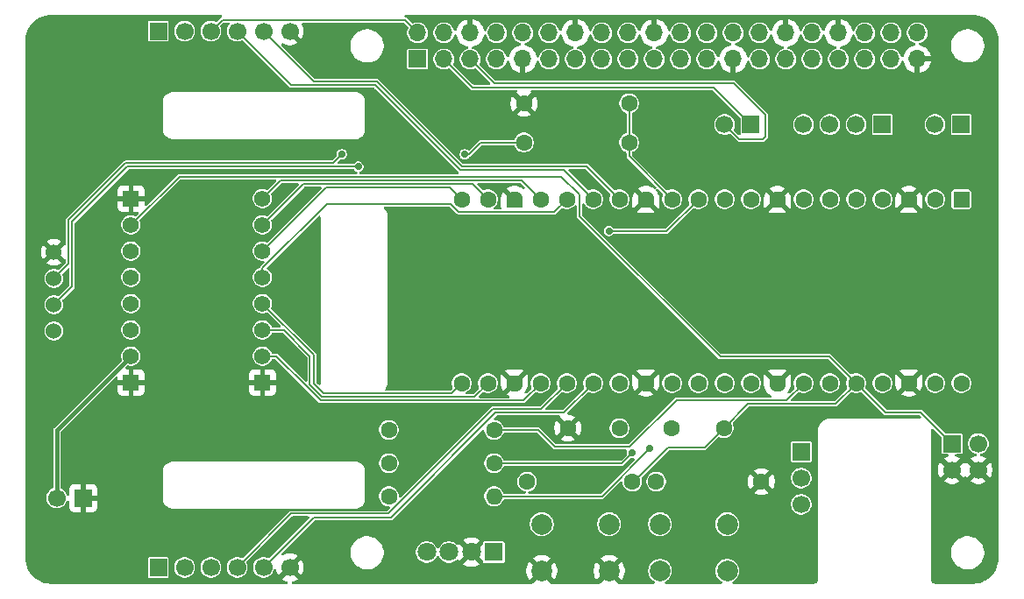
<source format=gtl>
G04 #@! TF.GenerationSoftware,KiCad,Pcbnew,9.0.2-1.fc42*
G04 #@! TF.CreationDate,2025-05-23T23:53:52-05:00*
G04 #@! TF.ProjectId,cerebellum,63657265-6265-46c6-9c75-6d2e6b696361,rev?*
G04 #@! TF.SameCoordinates,Original*
G04 #@! TF.FileFunction,Copper,L1,Top*
G04 #@! TF.FilePolarity,Positive*
%FSLAX46Y46*%
G04 Gerber Fmt 4.6, Leading zero omitted, Abs format (unit mm)*
G04 Created by KiCad (PCBNEW 9.0.2-1.fc42) date 2025-05-23 23:53:52*
%MOMM*%
%LPD*%
G01*
G04 APERTURE LIST*
G04 Aperture macros list*
%AMRoundRect*
0 Rectangle with rounded corners*
0 $1 Rounding radius*
0 $2 $3 $4 $5 $6 $7 $8 $9 X,Y pos of 4 corners*
0 Add a 4 corners polygon primitive as box body*
4,1,4,$2,$3,$4,$5,$6,$7,$8,$9,$2,$3,0*
0 Add four circle primitives for the rounded corners*
1,1,$1+$1,$2,$3*
1,1,$1+$1,$4,$5*
1,1,$1+$1,$6,$7*
1,1,$1+$1,$8,$9*
0 Add four rect primitives between the rounded corners*
20,1,$1+$1,$2,$3,$4,$5,0*
20,1,$1+$1,$4,$5,$6,$7,0*
20,1,$1+$1,$6,$7,$8,$9,0*
20,1,$1+$1,$8,$9,$2,$3,0*%
%AMFreePoly0*
4,1,37,0.603843,0.796157,0.639018,0.796157,0.711114,0.766294,0.766294,0.711114,0.796157,0.639018,0.796157,0.603843,0.800000,0.600000,0.800000,-0.600000,0.796157,-0.603843,0.796157,-0.639018,0.766294,-0.711114,0.711114,-0.766294,0.639018,-0.796157,0.603843,-0.796157,0.600000,-0.800000,0.000000,-0.800000,0.000000,-0.796148,-0.078414,-0.796148,-0.232228,-0.765552,-0.377117,-0.705537,
-0.507515,-0.618408,-0.618408,-0.507515,-0.705537,-0.377117,-0.765552,-0.232228,-0.796148,-0.078414,-0.796148,0.078414,-0.765552,0.232228,-0.705537,0.377117,-0.618408,0.507515,-0.507515,0.618408,-0.377117,0.705537,-0.232228,0.765552,-0.078414,0.796148,0.000000,0.796148,0.000000,0.800000,0.600000,0.800000,0.603843,0.796157,0.603843,0.796157,$1*%
%AMFreePoly1*
4,1,37,0.000000,0.796148,0.078414,0.796148,0.232228,0.765552,0.377117,0.705537,0.507515,0.618408,0.618408,0.507515,0.705537,0.377117,0.765552,0.232228,0.796148,0.078414,0.796148,-0.078414,0.765552,-0.232228,0.705537,-0.377117,0.618408,-0.507515,0.507515,-0.618408,0.377117,-0.705537,0.232228,-0.765552,0.078414,-0.796148,0.000000,-0.796148,0.000000,-0.800000,-0.600000,-0.800000,
-0.603843,-0.796157,-0.639018,-0.796157,-0.711114,-0.766294,-0.766294,-0.711114,-0.796157,-0.639018,-0.796157,-0.603843,-0.800000,-0.600000,-0.800000,0.600000,-0.796157,0.603843,-0.796157,0.639018,-0.766294,0.711114,-0.711114,0.766294,-0.639018,0.796157,-0.603843,0.796157,-0.600000,0.800000,0.000000,0.800000,0.000000,0.796148,0.000000,0.796148,$1*%
G04 Aperture macros list end*
G04 #@! TA.AperFunction,ComponentPad*
%ADD10R,1.700000X1.700000*%
G04 #@! TD*
G04 #@! TA.AperFunction,ComponentPad*
%ADD11C,1.700000*%
G04 #@! TD*
G04 #@! TA.AperFunction,ComponentPad*
%ADD12C,1.600000*%
G04 #@! TD*
G04 #@! TA.AperFunction,ComponentPad*
%ADD13O,1.600000X1.600000*%
G04 #@! TD*
G04 #@! TA.AperFunction,ComponentPad*
%ADD14C,2.000000*%
G04 #@! TD*
G04 #@! TA.AperFunction,ComponentPad*
%ADD15R,1.800000X1.800000*%
G04 #@! TD*
G04 #@! TA.AperFunction,ComponentPad*
%ADD16C,1.800000*%
G04 #@! TD*
G04 #@! TA.AperFunction,ComponentPad*
%ADD17R,1.560000X1.560000*%
G04 #@! TD*
G04 #@! TA.AperFunction,ComponentPad*
%ADD18C,1.560000*%
G04 #@! TD*
G04 #@! TA.AperFunction,ComponentPad*
%ADD19RoundRect,0.200000X-0.600000X0.600000X-0.600000X-0.600000X0.600000X-0.600000X0.600000X0.600000X0*%
G04 #@! TD*
G04 #@! TA.AperFunction,ComponentPad*
%ADD20FreePoly0,270.000000*%
G04 #@! TD*
G04 #@! TA.AperFunction,ComponentPad*
%ADD21FreePoly1,270.000000*%
G04 #@! TD*
G04 #@! TA.AperFunction,ComponentPad*
%ADD22O,1.700000X1.700000*%
G04 #@! TD*
G04 #@! TA.AperFunction,ComponentPad*
%ADD23C,1.530000*%
G04 #@! TD*
G04 #@! TA.AperFunction,ViaPad*
%ADD24C,0.700000*%
G04 #@! TD*
G04 #@! TA.AperFunction,Conductor*
%ADD25C,0.200000*%
G04 #@! TD*
G04 #@! TA.AperFunction,Conductor*
%ADD26C,0.400000*%
G04 #@! TD*
G04 APERTURE END LIST*
D10*
X153255000Y-55100000D03*
D11*
X150715000Y-55100000D03*
X148175000Y-55100000D03*
X145635000Y-55100000D03*
D12*
X105595000Y-91050000D03*
D13*
X115755000Y-91050000D03*
D10*
X140555000Y-55100000D03*
D11*
X138015000Y-55100000D03*
D12*
X105595000Y-84620000D03*
X115755000Y-84620000D03*
X128800000Y-56840000D03*
X118640000Y-56840000D03*
D14*
X138280000Y-98250000D03*
X131780000Y-98250000D03*
X138280000Y-93750000D03*
X131780000Y-93750000D03*
D12*
X137940000Y-84460000D03*
X132940000Y-84460000D03*
D10*
X160875000Y-55100000D03*
D11*
X158335000Y-55100000D03*
D10*
X159985000Y-85960000D03*
D11*
X162525000Y-85960000D03*
X159985000Y-88500000D03*
X162525000Y-88500000D03*
D15*
X115725000Y-96450000D03*
D16*
X113566000Y-96450000D03*
X111407000Y-96450000D03*
X109248000Y-96450000D03*
D10*
X83330000Y-46080000D03*
D11*
X85870000Y-46080000D03*
X88410000Y-46080000D03*
X90950000Y-46080000D03*
X93490000Y-46080000D03*
X96030000Y-46080000D03*
D14*
X120375000Y-93750000D03*
X126875000Y-93750000D03*
X120375000Y-98250000D03*
X126875000Y-98250000D03*
D12*
X128800000Y-53070000D03*
X118640000Y-53070000D03*
X105595000Y-87850000D03*
X115755000Y-87850000D03*
D10*
X83330000Y-97930000D03*
D11*
X85870000Y-97930000D03*
X88410000Y-97930000D03*
X90950000Y-97930000D03*
X93490000Y-97930000D03*
X96030000Y-97930000D03*
D10*
X76075000Y-91215000D03*
D11*
X73535000Y-91215000D03*
D10*
X145420000Y-86750000D03*
D11*
X145420000Y-89290000D03*
X145420000Y-91830000D03*
D17*
X80700000Y-62260000D03*
D18*
X80700000Y-64800000D03*
X80700000Y-67340000D03*
X80700000Y-69880000D03*
X80700000Y-72420000D03*
X80700000Y-74960000D03*
X80700000Y-77500000D03*
D17*
X80700000Y-80040000D03*
X93400000Y-80040000D03*
D18*
X93400000Y-77500000D03*
X93400000Y-74960000D03*
X93400000Y-72420000D03*
X93400000Y-69880000D03*
X93400000Y-67340000D03*
X93400000Y-64800000D03*
X93400000Y-62260000D03*
D12*
X118950000Y-89625000D03*
X129110000Y-89625000D03*
X127875000Y-84460000D03*
X122875000Y-84460000D03*
D19*
X160890000Y-62330000D03*
D12*
X158350000Y-62330000D03*
D20*
X155810000Y-62330000D03*
D12*
X153270000Y-62330000D03*
X150730000Y-62330000D03*
X148190000Y-62330000D03*
X145650000Y-62330000D03*
D20*
X143110000Y-62330000D03*
D12*
X140570000Y-62330000D03*
X138030000Y-62330000D03*
X135490000Y-62330000D03*
X132950000Y-62330000D03*
D20*
X130410000Y-62330000D03*
D12*
X127870000Y-62330000D03*
X125330000Y-62330000D03*
X122790000Y-62330000D03*
X120250000Y-62330000D03*
D20*
X117710000Y-62330000D03*
D12*
X115170000Y-62330000D03*
X112630000Y-62330000D03*
X112630000Y-80110000D03*
X115170000Y-80110000D03*
D21*
X117710000Y-80110000D03*
D12*
X120250000Y-80110000D03*
X122790000Y-80110000D03*
X125330000Y-80110000D03*
X127870000Y-80110000D03*
D21*
X130410000Y-80110000D03*
D12*
X132950000Y-80110000D03*
X135490000Y-80110000D03*
X138030000Y-80110000D03*
X140570000Y-80110000D03*
D21*
X143110000Y-80110000D03*
D12*
X145650000Y-80110000D03*
X148190000Y-80110000D03*
X150730000Y-80110000D03*
X153270000Y-80110000D03*
D21*
X155810000Y-80110000D03*
D12*
X158350000Y-80110000D03*
X160890000Y-80110000D03*
X141575000Y-89625000D03*
X131415000Y-89625000D03*
D10*
X108370000Y-48770000D03*
D22*
X108370000Y-46230000D03*
X110910000Y-48770000D03*
X110910000Y-46230000D03*
X113450000Y-48770000D03*
X113450000Y-46230000D03*
X115990000Y-48770000D03*
X115990000Y-46230000D03*
X118530000Y-48770000D03*
X118530000Y-46230000D03*
X121070000Y-48770000D03*
X121070000Y-46230000D03*
X123610000Y-48770000D03*
X123610000Y-46230000D03*
X126150000Y-48770000D03*
X126150000Y-46230000D03*
X128690000Y-48770000D03*
X128690000Y-46230000D03*
X131230000Y-48770000D03*
X131230000Y-46230000D03*
X133770000Y-48770000D03*
X133770000Y-46230000D03*
X136310000Y-48770000D03*
X136310000Y-46230000D03*
X138850000Y-48770000D03*
X138850000Y-46230000D03*
X141390000Y-48770000D03*
X141390000Y-46230000D03*
X143930000Y-48770000D03*
X143930000Y-46230000D03*
X146470000Y-48770000D03*
X146470000Y-46230000D03*
X149010000Y-48770000D03*
X149010000Y-46230000D03*
X151550000Y-48770000D03*
X151550000Y-46230000D03*
X154090000Y-48770000D03*
X154090000Y-46230000D03*
X156630000Y-48770000D03*
X156630000Y-46230000D03*
D23*
X73250000Y-75075000D03*
X73250000Y-72535000D03*
X73250000Y-69995000D03*
X73250000Y-67455000D03*
D24*
X126850000Y-65400000D03*
X102650000Y-59175000D03*
X130775000Y-86450000D03*
X129075000Y-86875000D03*
X101050000Y-57975000D03*
X112925000Y-57975000D03*
D25*
X93400000Y-67340000D02*
X99519000Y-61221000D01*
X111521000Y-61221000D02*
X112630000Y-62330000D01*
X99519000Y-61221000D02*
X111521000Y-61221000D01*
X128875000Y-86275000D02*
X133401000Y-81749000D01*
X119995000Y-84620000D02*
X121650000Y-86275000D01*
X121650000Y-86275000D02*
X128875000Y-86275000D01*
X115755000Y-84620000D02*
X119995000Y-84620000D01*
X133401000Y-81749000D02*
X144011000Y-81749000D01*
X144011000Y-81749000D02*
X145650000Y-80110000D01*
X140300000Y-82100000D02*
X148740000Y-82100000D01*
X137940000Y-84460000D02*
X140300000Y-82100000D01*
X124000000Y-61875000D02*
X124000000Y-63950000D01*
X132586339Y-86300000D02*
X136100000Y-86300000D01*
X129261339Y-89625000D02*
X132586339Y-86300000D01*
X148170000Y-77550000D02*
X150730000Y-80110000D01*
X153545000Y-82925000D02*
X156950000Y-82925000D01*
X153545000Y-82925000D02*
X150730000Y-80110000D01*
X80700000Y-64800000D02*
X85361000Y-60139000D01*
X156950000Y-82925000D02*
X159985000Y-85960000D01*
X137600000Y-77550000D02*
X148170000Y-77550000D01*
X148740000Y-82100000D02*
X150730000Y-80110000D01*
X85361000Y-60139000D02*
X122264000Y-60139000D01*
X129110000Y-89625000D02*
X129261339Y-89625000D01*
X136100000Y-86300000D02*
X137940000Y-84460000D01*
X124000000Y-63950000D02*
X137600000Y-77550000D01*
X122264000Y-60139000D02*
X124000000Y-61875000D01*
X115829000Y-51149000D02*
X113450000Y-48770000D01*
X139440000Y-56525000D02*
X141725000Y-56525000D01*
X141725000Y-56525000D02*
X141975000Y-56275000D01*
X141975000Y-54200000D02*
X138924000Y-51149000D01*
X138924000Y-51149000D02*
X115829000Y-51149000D01*
X141975000Y-56275000D02*
X141975000Y-54200000D01*
X138015000Y-55100000D02*
X139440000Y-56525000D01*
X89511000Y-44979000D02*
X107119000Y-44979000D01*
X88410000Y-46080000D02*
X89511000Y-44979000D01*
X107119000Y-44979000D02*
X108370000Y-46230000D01*
X75025000Y-64471388D02*
X75025000Y-70760000D01*
X102650000Y-59175000D02*
X80321388Y-59175000D01*
X132420000Y-65400000D02*
X126850000Y-65400000D01*
X135490000Y-62330000D02*
X132420000Y-65400000D01*
X80321388Y-59175000D02*
X75025000Y-64471388D01*
X75025000Y-70760000D02*
X73250000Y-72535000D01*
X93490000Y-97930000D02*
X98345000Y-93075000D01*
X115913661Y-82975000D02*
X122465000Y-82975000D01*
X122465000Y-82975000D02*
X125330000Y-80110000D01*
X105813661Y-93075000D02*
X115913661Y-82975000D01*
X98345000Y-93075000D02*
X105813661Y-93075000D01*
X111579000Y-62765339D02*
X112363661Y-63550000D01*
X93400000Y-68993178D02*
X99627839Y-62765339D01*
X99627839Y-62765339D02*
X111579000Y-62765339D01*
X121570000Y-63550000D02*
X122790000Y-62330000D01*
X93400000Y-69880000D02*
X93400000Y-68993178D01*
X112363661Y-63550000D02*
X121570000Y-63550000D01*
X105524000Y-92725000D02*
X115625000Y-82624000D01*
X96155000Y-92725000D02*
X105524000Y-92725000D01*
X115625000Y-82624000D02*
X120276000Y-82624000D01*
X120276000Y-82624000D02*
X122790000Y-80110000D01*
X90950000Y-97930000D02*
X96155000Y-92725000D01*
X130775000Y-86450000D02*
X126175000Y-91050000D01*
X126175000Y-91050000D02*
X115755000Y-91050000D01*
X124690000Y-59150000D02*
X127870000Y-62330000D01*
X104445388Y-50949000D02*
X112646388Y-59150000D01*
X93490000Y-46080000D02*
X98359000Y-50949000D01*
X98359000Y-50949000D02*
X104445388Y-50949000D01*
X112646388Y-59150000D02*
X124690000Y-59150000D01*
X113710000Y-60870000D02*
X115170000Y-62330000D01*
X97330000Y-60870000D02*
X113710000Y-60870000D01*
X93400000Y-64800000D02*
X97330000Y-60870000D01*
X93400000Y-77500000D02*
X94707221Y-77500000D01*
X99004612Y-81801000D02*
X99008223Y-81801000D01*
X111930776Y-81802000D02*
X111931777Y-81801000D01*
X97724000Y-80516778D02*
X97724000Y-80520389D01*
X94707221Y-77500000D02*
X97724000Y-80516778D01*
X97724000Y-80520389D02*
X99004612Y-81801000D01*
X113976388Y-81800000D02*
X118560000Y-81800000D01*
X99008223Y-81801000D02*
X99009224Y-81802000D01*
X118560000Y-81800000D02*
X120250000Y-80110000D01*
X113975388Y-81801000D02*
X113976388Y-81800000D01*
X111931777Y-81801000D02*
X113975388Y-81801000D01*
X99009224Y-81802000D02*
X111930776Y-81802000D01*
X113640000Y-51500000D02*
X110910000Y-48770000D01*
X136955000Y-51500000D02*
X113640000Y-51500000D01*
X140555000Y-55100000D02*
X136955000Y-51500000D01*
X128800000Y-58180000D02*
X132950000Y-62330000D01*
X128800000Y-56840000D02*
X128800000Y-58180000D01*
X128800000Y-56840000D02*
X128800000Y-53070000D01*
X90950000Y-46080000D02*
X96170000Y-51300000D01*
X112500000Y-59500000D02*
X122500000Y-59500000D01*
X96170000Y-51300000D02*
X104300000Y-51300000D01*
X104300000Y-51300000D02*
X112500000Y-59500000D01*
X122500000Y-59500000D02*
X125330000Y-62330000D01*
X128000000Y-87850000D02*
X128100000Y-87850000D01*
X128100000Y-87850000D02*
X129075000Y-86875000D01*
X128000000Y-87850000D02*
X115755000Y-87850000D01*
X95170000Y-60490000D02*
X118410000Y-60490000D01*
X118410000Y-60490000D02*
X120250000Y-62330000D01*
X93400000Y-62260000D02*
X95170000Y-60490000D01*
X99300000Y-81100000D02*
X111640000Y-81100000D01*
X98325000Y-80125000D02*
X99300000Y-81100000D01*
X111640000Y-81100000D02*
X112630000Y-80110000D01*
X98325000Y-77345000D02*
X98325000Y-80125000D01*
X93400000Y-72420000D02*
X98325000Y-77345000D01*
X98075000Y-80375000D02*
X99150000Y-81450000D01*
X93400000Y-74960000D02*
X95443612Y-74960000D01*
X99150000Y-81450000D02*
X99153612Y-81450000D01*
X111786389Y-81450000D02*
X113830000Y-81450000D01*
X111785388Y-81451000D02*
X111786389Y-81450000D01*
X99154612Y-81451000D02*
X111785388Y-81451000D01*
X97974000Y-80270389D02*
X98075000Y-80371388D01*
X113830000Y-81450000D02*
X115170000Y-80110000D01*
X97974000Y-77490388D02*
X97974000Y-80270389D01*
X98075000Y-80371388D02*
X98075000Y-80375000D01*
X95443612Y-74960000D02*
X97974000Y-77490388D01*
X99153612Y-81450000D02*
X99154612Y-81451000D01*
D26*
X73535000Y-91215000D02*
X73535000Y-84665000D01*
X73535000Y-84665000D02*
X80700000Y-77500000D01*
D25*
X73250000Y-69995000D02*
X74674000Y-68571000D01*
X74674000Y-68571000D02*
X74674000Y-64326000D01*
X114460000Y-56840000D02*
X118640000Y-56840000D01*
X112925000Y-57975000D02*
X113325000Y-57975000D01*
X80176000Y-58824000D02*
X100201000Y-58824000D01*
X74674000Y-64326000D02*
X80176000Y-58824000D01*
X113325000Y-57975000D02*
X114460000Y-56840000D01*
X100201000Y-58824000D02*
X101050000Y-57975000D01*
G04 #@! TA.AperFunction,Conductor*
G36*
X89455262Y-44520185D02*
G01*
X89501017Y-44572989D01*
X89510961Y-44642147D01*
X89481936Y-44705703D01*
X89435676Y-44739060D01*
X89409154Y-44750046D01*
X89369102Y-44766636D01*
X89369101Y-44766637D01*
X88983835Y-45151902D01*
X88922512Y-45185387D01*
X88852820Y-45180403D01*
X88848702Y-45178782D01*
X88701839Y-45117950D01*
X88701829Y-45117947D01*
X88508543Y-45079500D01*
X88508541Y-45079500D01*
X88311459Y-45079500D01*
X88311457Y-45079500D01*
X88118170Y-45117947D01*
X88118160Y-45117950D01*
X87936092Y-45193364D01*
X87936079Y-45193371D01*
X87772218Y-45302860D01*
X87772214Y-45302863D01*
X87632863Y-45442214D01*
X87632860Y-45442218D01*
X87523371Y-45606079D01*
X87523364Y-45606092D01*
X87447950Y-45788160D01*
X87447947Y-45788170D01*
X87409500Y-45981456D01*
X87409500Y-45981459D01*
X87409500Y-46178541D01*
X87409500Y-46178543D01*
X87409499Y-46178543D01*
X87447947Y-46371829D01*
X87447950Y-46371839D01*
X87523364Y-46553907D01*
X87523371Y-46553920D01*
X87632860Y-46717781D01*
X87632863Y-46717785D01*
X87772214Y-46857136D01*
X87772218Y-46857139D01*
X87936079Y-46966628D01*
X87936092Y-46966635D01*
X88118160Y-47042049D01*
X88118165Y-47042051D01*
X88118169Y-47042051D01*
X88118170Y-47042052D01*
X88311456Y-47080500D01*
X88311459Y-47080500D01*
X88508543Y-47080500D01*
X88638582Y-47054632D01*
X88701835Y-47042051D01*
X88883914Y-46966632D01*
X89047782Y-46857139D01*
X89187139Y-46717782D01*
X89296632Y-46553914D01*
X89299858Y-46546127D01*
X89324866Y-46485750D01*
X89372051Y-46371835D01*
X89390476Y-46279207D01*
X89410500Y-46178543D01*
X89410500Y-45981456D01*
X89372052Y-45788170D01*
X89372051Y-45788169D01*
X89372051Y-45788165D01*
X89311215Y-45641294D01*
X89303747Y-45571827D01*
X89335022Y-45509348D01*
X89338035Y-45506224D01*
X89578443Y-45265816D01*
X89639765Y-45232334D01*
X89666123Y-45229500D01*
X90086216Y-45229500D01*
X90153255Y-45249185D01*
X90199010Y-45301989D01*
X90208954Y-45371147D01*
X90179929Y-45434703D01*
X90173897Y-45441181D01*
X90172863Y-45442214D01*
X90172860Y-45442218D01*
X90063371Y-45606079D01*
X90063364Y-45606092D01*
X89987950Y-45788160D01*
X89987947Y-45788170D01*
X89949500Y-45981456D01*
X89949500Y-45981459D01*
X89949500Y-46178541D01*
X89949500Y-46178543D01*
X89949499Y-46178543D01*
X89987947Y-46371829D01*
X89987950Y-46371839D01*
X90063364Y-46553907D01*
X90063371Y-46553920D01*
X90172860Y-46717781D01*
X90172863Y-46717785D01*
X90312214Y-46857136D01*
X90312218Y-46857139D01*
X90476079Y-46966628D01*
X90476092Y-46966635D01*
X90658160Y-47042049D01*
X90658165Y-47042051D01*
X90658169Y-47042051D01*
X90658170Y-47042052D01*
X90851456Y-47080500D01*
X90851459Y-47080500D01*
X91048543Y-47080500D01*
X91178582Y-47054632D01*
X91241835Y-47042051D01*
X91370596Y-46988717D01*
X91388703Y-46981217D01*
X91458172Y-46973748D01*
X91520651Y-47005023D01*
X91523836Y-47008097D01*
X95950565Y-51434825D01*
X95950568Y-51434829D01*
X95957636Y-51441897D01*
X96028103Y-51512364D01*
X96120172Y-51550500D01*
X104144877Y-51550500D01*
X104211916Y-51570185D01*
X104232558Y-51586819D01*
X112322558Y-59676819D01*
X112356043Y-59738142D01*
X112351059Y-59807834D01*
X112309187Y-59863767D01*
X112243723Y-59888184D01*
X112234877Y-59888500D01*
X102862839Y-59888500D01*
X102795800Y-59868815D01*
X102750045Y-59816011D01*
X102740101Y-59746853D01*
X102769126Y-59683297D01*
X102827904Y-59645523D01*
X102830704Y-59644736D01*
X102843186Y-59641392D01*
X102957314Y-59575500D01*
X103050500Y-59482314D01*
X103116392Y-59368186D01*
X103150500Y-59240892D01*
X103150500Y-59109108D01*
X103116392Y-58981814D01*
X103050500Y-58867686D01*
X102957314Y-58774500D01*
X102900250Y-58741554D01*
X102843187Y-58708608D01*
X102779539Y-58691554D01*
X102715892Y-58674500D01*
X102584108Y-58674500D01*
X102456812Y-58708608D01*
X102342686Y-58774500D01*
X102342683Y-58774502D01*
X102249502Y-58867683D01*
X102244552Y-58874135D01*
X102242192Y-58872324D01*
X102201920Y-58910720D01*
X102145107Y-58924500D01*
X100754123Y-58924500D01*
X100687084Y-58904815D01*
X100641329Y-58852011D01*
X100631385Y-58782853D01*
X100660410Y-58719297D01*
X100666433Y-58712826D01*
X100870119Y-58509140D01*
X100931438Y-58475658D01*
X100975751Y-58476713D01*
X100976051Y-58474439D01*
X100984107Y-58475499D01*
X100984108Y-58475500D01*
X100984109Y-58475500D01*
X101115890Y-58475500D01*
X101115892Y-58475500D01*
X101243186Y-58441392D01*
X101357314Y-58375500D01*
X101450500Y-58282314D01*
X101516392Y-58168186D01*
X101550500Y-58040892D01*
X101550500Y-57909108D01*
X101516392Y-57781814D01*
X101450500Y-57667686D01*
X101357314Y-57574500D01*
X101300250Y-57541554D01*
X101243187Y-57508608D01*
X101179539Y-57491554D01*
X101115892Y-57474500D01*
X100984108Y-57474500D01*
X100856812Y-57508608D01*
X100742686Y-57574500D01*
X100742683Y-57574502D01*
X100649502Y-57667683D01*
X100649500Y-57667686D01*
X100583608Y-57781812D01*
X100549500Y-57909108D01*
X100549500Y-58040890D01*
X100550561Y-58048948D01*
X100547613Y-58049336D01*
X100546282Y-58104973D01*
X100515856Y-58154881D01*
X100133558Y-58537181D01*
X100072235Y-58570666D01*
X100045877Y-58573500D01*
X80126170Y-58573500D01*
X80034102Y-58611636D01*
X74461636Y-64184102D01*
X74423500Y-64276170D01*
X74423500Y-66629364D01*
X74403815Y-66696403D01*
X74351011Y-66742158D01*
X74308961Y-66749590D01*
X73741128Y-67317424D01*
X73725245Y-67258147D01*
X73658102Y-67141853D01*
X73563147Y-67046898D01*
X73446853Y-66979755D01*
X73387574Y-66963871D01*
X73950864Y-66400581D01*
X73950863Y-66400580D01*
X73913008Y-66373077D01*
X73735594Y-66282679D01*
X73546222Y-66221147D01*
X73349563Y-66190000D01*
X73150437Y-66190000D01*
X72953777Y-66221147D01*
X72764405Y-66282679D01*
X72586990Y-66373077D01*
X72549135Y-66400580D01*
X72549135Y-66400581D01*
X73112425Y-66963871D01*
X73053147Y-66979755D01*
X72936853Y-67046898D01*
X72841898Y-67141853D01*
X72774755Y-67258147D01*
X72758871Y-67317425D01*
X72195581Y-66754135D01*
X72195580Y-66754135D01*
X72168077Y-66791990D01*
X72077679Y-66969405D01*
X72016147Y-67158777D01*
X71985000Y-67355436D01*
X71985000Y-67554563D01*
X72016147Y-67751222D01*
X72077679Y-67940594D01*
X72168077Y-68118008D01*
X72195580Y-68155863D01*
X72195581Y-68155864D01*
X72758871Y-67592574D01*
X72774755Y-67651853D01*
X72841898Y-67768147D01*
X72936853Y-67863102D01*
X73053147Y-67930245D01*
X73112425Y-67946128D01*
X72549134Y-68509417D01*
X72586994Y-68536924D01*
X72764405Y-68627320D01*
X72953777Y-68688852D01*
X73150437Y-68720000D01*
X73349563Y-68720000D01*
X73546222Y-68688852D01*
X73735594Y-68627320D01*
X73913005Y-68536924D01*
X73950863Y-68509418D01*
X73950863Y-68509417D01*
X73387574Y-67946128D01*
X73446853Y-67930245D01*
X73563147Y-67863102D01*
X73658102Y-67768147D01*
X73725245Y-67651853D01*
X73741128Y-67592574D01*
X74309771Y-68161217D01*
X74358149Y-68171381D01*
X74407906Y-68220433D01*
X74423500Y-68280634D01*
X74423500Y-68415876D01*
X74403815Y-68482915D01*
X74387181Y-68503557D01*
X73758779Y-69131958D01*
X73697456Y-69165443D01*
X73627764Y-69160459D01*
X73623646Y-69158838D01*
X73517046Y-69114683D01*
X73517034Y-69114680D01*
X73340173Y-69079500D01*
X73340169Y-69079500D01*
X73159831Y-69079500D01*
X73159826Y-69079500D01*
X72982965Y-69114680D01*
X72982953Y-69114683D01*
X72816354Y-69183690D01*
X72816341Y-69183697D01*
X72666403Y-69283883D01*
X72666399Y-69283886D01*
X72538886Y-69411399D01*
X72538883Y-69411403D01*
X72438697Y-69561341D01*
X72438690Y-69561354D01*
X72369683Y-69727953D01*
X72369680Y-69727965D01*
X72334500Y-69904826D01*
X72334500Y-70085173D01*
X72369680Y-70262034D01*
X72369683Y-70262046D01*
X72438690Y-70428645D01*
X72438697Y-70428658D01*
X72538883Y-70578596D01*
X72538886Y-70578600D01*
X72666399Y-70706113D01*
X72666403Y-70706116D01*
X72816341Y-70806302D01*
X72816354Y-70806309D01*
X72982953Y-70875316D01*
X72982958Y-70875318D01*
X73116581Y-70901897D01*
X73159826Y-70910499D01*
X73159830Y-70910500D01*
X73159831Y-70910500D01*
X73340170Y-70910500D01*
X73340171Y-70910499D01*
X73517042Y-70875318D01*
X73683652Y-70806306D01*
X73833597Y-70706116D01*
X73961116Y-70578597D01*
X74061306Y-70428652D01*
X74130318Y-70262042D01*
X74165500Y-70085169D01*
X74165500Y-69904831D01*
X74130318Y-69727958D01*
X74086159Y-69621350D01*
X74078691Y-69551884D01*
X74109966Y-69489405D01*
X74113010Y-69486249D01*
X74562820Y-69036440D01*
X74624142Y-69002956D01*
X74693834Y-69007940D01*
X74749767Y-69049812D01*
X74774184Y-69115276D01*
X74774500Y-69124122D01*
X74774500Y-70604876D01*
X74754815Y-70671915D01*
X74738181Y-70692557D01*
X73758779Y-71671958D01*
X73697456Y-71705443D01*
X73627764Y-71700459D01*
X73623646Y-71698838D01*
X73517046Y-71654683D01*
X73517034Y-71654680D01*
X73340173Y-71619500D01*
X73340169Y-71619500D01*
X73159831Y-71619500D01*
X73159826Y-71619500D01*
X72982965Y-71654680D01*
X72982953Y-71654683D01*
X72816354Y-71723690D01*
X72816341Y-71723697D01*
X72666403Y-71823883D01*
X72666399Y-71823886D01*
X72538886Y-71951399D01*
X72538883Y-71951403D01*
X72438697Y-72101341D01*
X72438690Y-72101354D01*
X72369683Y-72267953D01*
X72369680Y-72267965D01*
X72334500Y-72444826D01*
X72334500Y-72625173D01*
X72369680Y-72802034D01*
X72369683Y-72802046D01*
X72438690Y-72968645D01*
X72438697Y-72968658D01*
X72538883Y-73118596D01*
X72538886Y-73118600D01*
X72666399Y-73246113D01*
X72666403Y-73246116D01*
X72816341Y-73346302D01*
X72816354Y-73346309D01*
X72982953Y-73415316D01*
X72982958Y-73415318D01*
X73159826Y-73450499D01*
X73159830Y-73450500D01*
X73159831Y-73450500D01*
X73340170Y-73450500D01*
X73340171Y-73450499D01*
X73517042Y-73415318D01*
X73683652Y-73346306D01*
X73833597Y-73246116D01*
X73961116Y-73118597D01*
X74061306Y-72968652D01*
X74130318Y-72802042D01*
X74165500Y-72625169D01*
X74165500Y-72511648D01*
X79769499Y-72511648D01*
X79805257Y-72691411D01*
X79805259Y-72691417D01*
X79875400Y-72860754D01*
X79875405Y-72860763D01*
X79977233Y-73013158D01*
X79977236Y-73013162D01*
X80106837Y-73142763D01*
X80106841Y-73142766D01*
X80259236Y-73244594D01*
X80259245Y-73244599D01*
X80296842Y-73260172D01*
X80428583Y-73314741D01*
X80428587Y-73314741D01*
X80428588Y-73314742D01*
X80608351Y-73350500D01*
X80608354Y-73350500D01*
X80791648Y-73350500D01*
X80912590Y-73326442D01*
X80971417Y-73314741D01*
X81140757Y-73244598D01*
X81293159Y-73142766D01*
X81422766Y-73013159D01*
X81524598Y-72860757D01*
X81594741Y-72691417D01*
X81630500Y-72511646D01*
X81630500Y-72328354D01*
X81630500Y-72328351D01*
X81594742Y-72148588D01*
X81594741Y-72148587D01*
X81594741Y-72148583D01*
X81524598Y-71979243D01*
X81524597Y-71979242D01*
X81524594Y-71979236D01*
X81422766Y-71826841D01*
X81422763Y-71826837D01*
X81293162Y-71697236D01*
X81293158Y-71697233D01*
X81140763Y-71595405D01*
X81140754Y-71595400D01*
X80971417Y-71525259D01*
X80971411Y-71525257D01*
X80791648Y-71489500D01*
X80791646Y-71489500D01*
X80608354Y-71489500D01*
X80608352Y-71489500D01*
X80428588Y-71525257D01*
X80428582Y-71525259D01*
X80259245Y-71595400D01*
X80259236Y-71595405D01*
X80106841Y-71697233D01*
X80106837Y-71697236D01*
X79977236Y-71826837D01*
X79977233Y-71826841D01*
X79875405Y-71979236D01*
X79875400Y-71979245D01*
X79805259Y-72148582D01*
X79805257Y-72148588D01*
X79769500Y-72328351D01*
X79769500Y-72328354D01*
X79769500Y-72511646D01*
X79769500Y-72511648D01*
X79769499Y-72511648D01*
X74165500Y-72511648D01*
X74165500Y-72444831D01*
X74130318Y-72267958D01*
X74084201Y-72156621D01*
X74082645Y-72151770D01*
X74081901Y-72121742D01*
X74078691Y-72091884D01*
X74081045Y-72087180D01*
X74080915Y-72081922D01*
X74096523Y-72056260D01*
X74109966Y-72029405D01*
X74113011Y-72026248D01*
X75237364Y-70901897D01*
X75275500Y-70809828D01*
X75275500Y-70710172D01*
X75275500Y-69971648D01*
X79769499Y-69971648D01*
X79805257Y-70151411D01*
X79805259Y-70151417D01*
X79875400Y-70320754D01*
X79875405Y-70320763D01*
X79977233Y-70473158D01*
X79977236Y-70473162D01*
X80106837Y-70602763D01*
X80106841Y-70602766D01*
X80259236Y-70704594D01*
X80259245Y-70704599D01*
X80272700Y-70710172D01*
X80428583Y-70774741D01*
X80428587Y-70774741D01*
X80428588Y-70774742D01*
X80608351Y-70810500D01*
X80608354Y-70810500D01*
X80791648Y-70810500D01*
X80912590Y-70786442D01*
X80971417Y-70774741D01*
X81140757Y-70704598D01*
X81293159Y-70602766D01*
X81422766Y-70473159D01*
X81524598Y-70320757D01*
X81594741Y-70151417D01*
X81630500Y-69971646D01*
X81630500Y-69788354D01*
X81630500Y-69788351D01*
X81594742Y-69608588D01*
X81594741Y-69608587D01*
X81594741Y-69608583D01*
X81524598Y-69439243D01*
X81524597Y-69439242D01*
X81524594Y-69439236D01*
X81422766Y-69286841D01*
X81422763Y-69286837D01*
X81293162Y-69157236D01*
X81293158Y-69157233D01*
X81140763Y-69055405D01*
X81140754Y-69055400D01*
X80971417Y-68985259D01*
X80971411Y-68985257D01*
X80791648Y-68949500D01*
X80791646Y-68949500D01*
X80608354Y-68949500D01*
X80608352Y-68949500D01*
X80428588Y-68985257D01*
X80428582Y-68985259D01*
X80259245Y-69055400D01*
X80259236Y-69055405D01*
X80106841Y-69157233D01*
X80106837Y-69157236D01*
X79977236Y-69286837D01*
X79977233Y-69286841D01*
X79875405Y-69439236D01*
X79875400Y-69439245D01*
X79805259Y-69608582D01*
X79805257Y-69608588D01*
X79769500Y-69788351D01*
X79769500Y-69788354D01*
X79769500Y-69971646D01*
X79769500Y-69971648D01*
X79769499Y-69971648D01*
X75275500Y-69971648D01*
X75275500Y-67431648D01*
X79769499Y-67431648D01*
X79805257Y-67611411D01*
X79805259Y-67611417D01*
X79875400Y-67780754D01*
X79875405Y-67780763D01*
X79977233Y-67933158D01*
X79977236Y-67933162D01*
X80106837Y-68062763D01*
X80106841Y-68062766D01*
X80259236Y-68164594D01*
X80259245Y-68164599D01*
X80297606Y-68180488D01*
X80428583Y-68234741D01*
X80428587Y-68234741D01*
X80428588Y-68234742D01*
X80608351Y-68270500D01*
X80608354Y-68270500D01*
X80791648Y-68270500D01*
X80912590Y-68246442D01*
X80971417Y-68234741D01*
X81140757Y-68164598D01*
X81293159Y-68062766D01*
X81422766Y-67933159D01*
X81524598Y-67780757D01*
X81594741Y-67611417D01*
X81630500Y-67431646D01*
X81630500Y-67248354D01*
X81630500Y-67248351D01*
X81594742Y-67068588D01*
X81594741Y-67068587D01*
X81594741Y-67068583D01*
X81524598Y-66899243D01*
X81524597Y-66899242D01*
X81524594Y-66899236D01*
X81422766Y-66746841D01*
X81422763Y-66746837D01*
X81293162Y-66617236D01*
X81293158Y-66617233D01*
X81140763Y-66515405D01*
X81140754Y-66515400D01*
X80971417Y-66445259D01*
X80971411Y-66445257D01*
X80791648Y-66409500D01*
X80791646Y-66409500D01*
X80608354Y-66409500D01*
X80608352Y-66409500D01*
X80428588Y-66445257D01*
X80428582Y-66445259D01*
X80259245Y-66515400D01*
X80259236Y-66515405D01*
X80106841Y-66617233D01*
X80106837Y-66617236D01*
X79977236Y-66746837D01*
X79977233Y-66746841D01*
X79875405Y-66899236D01*
X79875400Y-66899245D01*
X79805259Y-67068582D01*
X79805257Y-67068588D01*
X79769500Y-67248351D01*
X79769500Y-67248354D01*
X79769500Y-67431646D01*
X79769500Y-67431648D01*
X79769499Y-67431648D01*
X75275500Y-67431648D01*
X75275500Y-64626510D01*
X75295185Y-64559471D01*
X75311819Y-64538829D01*
X80388829Y-59461819D01*
X80450152Y-59428334D01*
X80476510Y-59425500D01*
X102145107Y-59425500D01*
X102212146Y-59445185D01*
X102242732Y-59477260D01*
X102244552Y-59475865D01*
X102249498Y-59482311D01*
X102249500Y-59482314D01*
X102342686Y-59575500D01*
X102456814Y-59641392D01*
X102469256Y-59644725D01*
X102528915Y-59681090D01*
X102559444Y-59743937D01*
X102551149Y-59813313D01*
X102506664Y-59867191D01*
X102440112Y-59888465D01*
X102437161Y-59888500D01*
X85311170Y-59888500D01*
X85219102Y-59926636D01*
X85219101Y-59926637D01*
X82191681Y-62954056D01*
X82130358Y-62987541D01*
X82060666Y-62982557D01*
X82004733Y-62940685D01*
X81980316Y-62875221D01*
X81980000Y-62866375D01*
X81980000Y-62510000D01*
X81156107Y-62510000D01*
X81184563Y-62460712D01*
X81220000Y-62328459D01*
X81220000Y-62191541D01*
X81184563Y-62059288D01*
X81156107Y-62010000D01*
X81980000Y-62010000D01*
X81980000Y-61432172D01*
X81979999Y-61432155D01*
X81973598Y-61372627D01*
X81973596Y-61372620D01*
X81923354Y-61237913D01*
X81923350Y-61237906D01*
X81837190Y-61122812D01*
X81837187Y-61122809D01*
X81722093Y-61036649D01*
X81722086Y-61036645D01*
X81587379Y-60986403D01*
X81587372Y-60986401D01*
X81527844Y-60980000D01*
X80950000Y-60980000D01*
X80950000Y-61803893D01*
X80900712Y-61775437D01*
X80768459Y-61740000D01*
X80631541Y-61740000D01*
X80499288Y-61775437D01*
X80450000Y-61803893D01*
X80450000Y-60980000D01*
X79872155Y-60980000D01*
X79812627Y-60986401D01*
X79812620Y-60986403D01*
X79677913Y-61036645D01*
X79677906Y-61036649D01*
X79562812Y-61122809D01*
X79562809Y-61122812D01*
X79476649Y-61237906D01*
X79476645Y-61237913D01*
X79426403Y-61372620D01*
X79426401Y-61372627D01*
X79420000Y-61432155D01*
X79420000Y-62010000D01*
X80243893Y-62010000D01*
X80215437Y-62059288D01*
X80180000Y-62191541D01*
X80180000Y-62328459D01*
X80215437Y-62460712D01*
X80243893Y-62510000D01*
X79420000Y-62510000D01*
X79420000Y-63087844D01*
X79426401Y-63147372D01*
X79426403Y-63147379D01*
X79476645Y-63282086D01*
X79476649Y-63282093D01*
X79562809Y-63397187D01*
X79562812Y-63397190D01*
X79677906Y-63483350D01*
X79677913Y-63483354D01*
X79812620Y-63533596D01*
X79812627Y-63533598D01*
X79872155Y-63539999D01*
X79872172Y-63540000D01*
X80450000Y-63540000D01*
X80450000Y-62716106D01*
X80499288Y-62744563D01*
X80631541Y-62780000D01*
X80768459Y-62780000D01*
X80900712Y-62744563D01*
X80950000Y-62716106D01*
X80950000Y-63540000D01*
X81306375Y-63540000D01*
X81327620Y-63546238D01*
X81349709Y-63547818D01*
X81360492Y-63555890D01*
X81373414Y-63559685D01*
X81387913Y-63576418D01*
X81405642Y-63589690D01*
X81410349Y-63602310D01*
X81419169Y-63612489D01*
X81422320Y-63634406D01*
X81430059Y-63655154D01*
X81427196Y-63668314D01*
X81429113Y-63681647D01*
X81419913Y-63701790D01*
X81415207Y-63723427D01*
X81401938Y-63741152D01*
X81400088Y-63745203D01*
X81394056Y-63751681D01*
X81220259Y-63925478D01*
X81158936Y-63958963D01*
X81089244Y-63953979D01*
X81085126Y-63952358D01*
X80971421Y-63905260D01*
X80971411Y-63905257D01*
X80791648Y-63869500D01*
X80791646Y-63869500D01*
X80608354Y-63869500D01*
X80608352Y-63869500D01*
X80428588Y-63905257D01*
X80428582Y-63905259D01*
X80259245Y-63975400D01*
X80259236Y-63975405D01*
X80106841Y-64077233D01*
X80106837Y-64077236D01*
X79977236Y-64206837D01*
X79977233Y-64206841D01*
X79875405Y-64359236D01*
X79875400Y-64359245D01*
X79805259Y-64528582D01*
X79805257Y-64528588D01*
X79769500Y-64708351D01*
X79769500Y-64708354D01*
X79769500Y-64891646D01*
X79769500Y-64891648D01*
X79769499Y-64891648D01*
X79805257Y-65071411D01*
X79805259Y-65071417D01*
X79875400Y-65240754D01*
X79875405Y-65240763D01*
X79977233Y-65393158D01*
X79977236Y-65393162D01*
X80106837Y-65522763D01*
X80106841Y-65522766D01*
X80259236Y-65624594D01*
X80259242Y-65624597D01*
X80259243Y-65624598D01*
X80428583Y-65694741D01*
X80428587Y-65694741D01*
X80428588Y-65694742D01*
X80608351Y-65730500D01*
X80608354Y-65730500D01*
X80791648Y-65730500D01*
X80931530Y-65702675D01*
X80971417Y-65694741D01*
X81140757Y-65624598D01*
X81293159Y-65522766D01*
X81422766Y-65393159D01*
X81524598Y-65240757D01*
X81594741Y-65071417D01*
X81630500Y-64891646D01*
X81630500Y-64708354D01*
X81630500Y-64708351D01*
X81594742Y-64528588D01*
X81594741Y-64528587D01*
X81594741Y-64528583D01*
X81547639Y-64414870D01*
X81540171Y-64345404D01*
X81571446Y-64282925D01*
X81574492Y-64279767D01*
X85428442Y-60425819D01*
X85489765Y-60392334D01*
X85516123Y-60389500D01*
X94616877Y-60389500D01*
X94683916Y-60409185D01*
X94729671Y-60461989D01*
X94739615Y-60531147D01*
X94710590Y-60594703D01*
X94704558Y-60601181D01*
X93920259Y-61385478D01*
X93858936Y-61418963D01*
X93789244Y-61413979D01*
X93785126Y-61412358D01*
X93671421Y-61365260D01*
X93671411Y-61365257D01*
X93491648Y-61329500D01*
X93491646Y-61329500D01*
X93308354Y-61329500D01*
X93308352Y-61329500D01*
X93128588Y-61365257D01*
X93128582Y-61365259D01*
X92959245Y-61435400D01*
X92959236Y-61435405D01*
X92806841Y-61537233D01*
X92806837Y-61537236D01*
X92677236Y-61666837D01*
X92677233Y-61666841D01*
X92575405Y-61819236D01*
X92575400Y-61819245D01*
X92505259Y-61988582D01*
X92505257Y-61988588D01*
X92469500Y-62168351D01*
X92469500Y-62168354D01*
X92469500Y-62351646D01*
X92469500Y-62351648D01*
X92469499Y-62351648D01*
X92505257Y-62531411D01*
X92505259Y-62531417D01*
X92575400Y-62700754D01*
X92575405Y-62700763D01*
X92677233Y-62853158D01*
X92677236Y-62853162D01*
X92806837Y-62982763D01*
X92806841Y-62982766D01*
X92959236Y-63084594D01*
X92959245Y-63084599D01*
X92971741Y-63089775D01*
X93128583Y-63154741D01*
X93128587Y-63154741D01*
X93128588Y-63154742D01*
X93308351Y-63190500D01*
X93308354Y-63190500D01*
X93491648Y-63190500D01*
X93629680Y-63163043D01*
X93671417Y-63154741D01*
X93840757Y-63084598D01*
X93993159Y-62982766D01*
X94122766Y-62853159D01*
X94224598Y-62700757D01*
X94294741Y-62531417D01*
X94311414Y-62447595D01*
X94330500Y-62351648D01*
X94330500Y-62168351D01*
X94294742Y-61988588D01*
X94294741Y-61988587D01*
X94294741Y-61988583D01*
X94247639Y-61874870D01*
X94240171Y-61805404D01*
X94271446Y-61742925D01*
X94274490Y-61739769D01*
X95237442Y-60776819D01*
X95298765Y-60743334D01*
X95325123Y-60740500D01*
X96805877Y-60740500D01*
X96872916Y-60760185D01*
X96918671Y-60812989D01*
X96928615Y-60882147D01*
X96899590Y-60945703D01*
X96893558Y-60952181D01*
X93920259Y-63925478D01*
X93858936Y-63958963D01*
X93789244Y-63953979D01*
X93785126Y-63952358D01*
X93671421Y-63905260D01*
X93671411Y-63905257D01*
X93491648Y-63869500D01*
X93491646Y-63869500D01*
X93308354Y-63869500D01*
X93308352Y-63869500D01*
X93128588Y-63905257D01*
X93128582Y-63905259D01*
X92959245Y-63975400D01*
X92959236Y-63975405D01*
X92806841Y-64077233D01*
X92806837Y-64077236D01*
X92677236Y-64206837D01*
X92677233Y-64206841D01*
X92575405Y-64359236D01*
X92575400Y-64359245D01*
X92505259Y-64528582D01*
X92505257Y-64528588D01*
X92469500Y-64708351D01*
X92469500Y-64708354D01*
X92469500Y-64891646D01*
X92469500Y-64891648D01*
X92469499Y-64891648D01*
X92505257Y-65071411D01*
X92505259Y-65071417D01*
X92575400Y-65240754D01*
X92575405Y-65240763D01*
X92677233Y-65393158D01*
X92677236Y-65393162D01*
X92806837Y-65522763D01*
X92806841Y-65522766D01*
X92959236Y-65624594D01*
X92959242Y-65624597D01*
X92959243Y-65624598D01*
X93128583Y-65694741D01*
X93128587Y-65694741D01*
X93128588Y-65694742D01*
X93308351Y-65730500D01*
X93308354Y-65730500D01*
X93491648Y-65730500D01*
X93631530Y-65702675D01*
X93671417Y-65694741D01*
X93840757Y-65624598D01*
X93993159Y-65522766D01*
X94122766Y-65393159D01*
X94224598Y-65240757D01*
X94294741Y-65071417D01*
X94330500Y-64891646D01*
X94330500Y-64708354D01*
X94330500Y-64708351D01*
X94294742Y-64528588D01*
X94294741Y-64528587D01*
X94294741Y-64528583D01*
X94247639Y-64414870D01*
X94240171Y-64345404D01*
X94271446Y-64282925D01*
X94274492Y-64279767D01*
X97397442Y-61156819D01*
X97458765Y-61123334D01*
X97485123Y-61120500D01*
X98965878Y-61120500D01*
X99032917Y-61140185D01*
X99078672Y-61192989D01*
X99088616Y-61262147D01*
X99059591Y-61325703D01*
X99053559Y-61332181D01*
X93920259Y-66465478D01*
X93858936Y-66498963D01*
X93789244Y-66493979D01*
X93785126Y-66492358D01*
X93671421Y-66445260D01*
X93671411Y-66445257D01*
X93491648Y-66409500D01*
X93491646Y-66409500D01*
X93308354Y-66409500D01*
X93308352Y-66409500D01*
X93128588Y-66445257D01*
X93128582Y-66445259D01*
X92959245Y-66515400D01*
X92959236Y-66515405D01*
X92806841Y-66617233D01*
X92806837Y-66617236D01*
X92677236Y-66746837D01*
X92677233Y-66746841D01*
X92575405Y-66899236D01*
X92575400Y-66899245D01*
X92505259Y-67068582D01*
X92505257Y-67068588D01*
X92469500Y-67248351D01*
X92469500Y-67248354D01*
X92469500Y-67431646D01*
X92469500Y-67431648D01*
X92469499Y-67431648D01*
X92505257Y-67611411D01*
X92505259Y-67611417D01*
X92575400Y-67780754D01*
X92575405Y-67780763D01*
X92677233Y-67933158D01*
X92677236Y-67933162D01*
X92806837Y-68062763D01*
X92806841Y-68062766D01*
X92959236Y-68164594D01*
X92959245Y-68164599D01*
X92997606Y-68180488D01*
X93128583Y-68234741D01*
X93128587Y-68234741D01*
X93128588Y-68234742D01*
X93308351Y-68270500D01*
X93469055Y-68270500D01*
X93536094Y-68290185D01*
X93581849Y-68342989D01*
X93591793Y-68412147D01*
X93562768Y-68475703D01*
X93556736Y-68482181D01*
X93187637Y-68851279D01*
X93187636Y-68851280D01*
X93152533Y-68936027D01*
X93108692Y-68990430D01*
X93085425Y-69003135D01*
X92959246Y-69055400D01*
X92959236Y-69055405D01*
X92806841Y-69157233D01*
X92806837Y-69157236D01*
X92677236Y-69286837D01*
X92677233Y-69286841D01*
X92575405Y-69439236D01*
X92575400Y-69439245D01*
X92505259Y-69608582D01*
X92505257Y-69608588D01*
X92469500Y-69788351D01*
X92469500Y-69788354D01*
X92469500Y-69971646D01*
X92469500Y-69971648D01*
X92469499Y-69971648D01*
X92505257Y-70151411D01*
X92505259Y-70151417D01*
X92575400Y-70320754D01*
X92575405Y-70320763D01*
X92677233Y-70473158D01*
X92677236Y-70473162D01*
X92806837Y-70602763D01*
X92806841Y-70602766D01*
X92959236Y-70704594D01*
X92959245Y-70704599D01*
X92972700Y-70710172D01*
X93128583Y-70774741D01*
X93128587Y-70774741D01*
X93128588Y-70774742D01*
X93308351Y-70810500D01*
X93308354Y-70810500D01*
X93491648Y-70810500D01*
X93612590Y-70786442D01*
X93671417Y-70774741D01*
X93840757Y-70704598D01*
X93993159Y-70602766D01*
X94122766Y-70473159D01*
X94224598Y-70320757D01*
X94294741Y-70151417D01*
X94330500Y-69971646D01*
X94330500Y-69788354D01*
X94330500Y-69788351D01*
X94294742Y-69608588D01*
X94294741Y-69608587D01*
X94294741Y-69608583D01*
X94224598Y-69439243D01*
X94224597Y-69439242D01*
X94224594Y-69439236D01*
X94122766Y-69286841D01*
X94122763Y-69286837D01*
X93993161Y-69157235D01*
X93955331Y-69131958D01*
X93877232Y-69079774D01*
X93832429Y-69026165D01*
X93823722Y-68956840D01*
X93853876Y-68893812D01*
X93858425Y-68889012D01*
X98787819Y-63959619D01*
X98849142Y-63926134D01*
X98918834Y-63931118D01*
X98974767Y-63972990D01*
X98999184Y-64038454D01*
X98999500Y-64047300D01*
X98999500Y-79934108D01*
X98999500Y-80000000D01*
X98999500Y-80087532D01*
X99003462Y-80110000D01*
X99007784Y-80134514D01*
X99000038Y-80203953D01*
X98955980Y-80258181D01*
X98889599Y-80279982D01*
X98821969Y-80262433D01*
X98797986Y-80243725D01*
X98611819Y-80057558D01*
X98578334Y-79996235D01*
X98575500Y-79969877D01*
X98575500Y-77409270D01*
X98575501Y-77409261D01*
X98575501Y-77295174D01*
X98575501Y-77295172D01*
X98537364Y-77203104D01*
X98537364Y-77203103D01*
X98466897Y-77132636D01*
X98459832Y-77125571D01*
X98459825Y-77125565D01*
X94274521Y-72940260D01*
X94241036Y-72878937D01*
X94246020Y-72809245D01*
X94247641Y-72805126D01*
X94248917Y-72802046D01*
X94294741Y-72691417D01*
X94330500Y-72511646D01*
X94330500Y-72328354D01*
X94330500Y-72328351D01*
X94294742Y-72148588D01*
X94294741Y-72148587D01*
X94294741Y-72148583D01*
X94224598Y-71979243D01*
X94224597Y-71979242D01*
X94224594Y-71979236D01*
X94122766Y-71826841D01*
X94122763Y-71826837D01*
X93993162Y-71697236D01*
X93993158Y-71697233D01*
X93840763Y-71595405D01*
X93840754Y-71595400D01*
X93671417Y-71525259D01*
X93671411Y-71525257D01*
X93491648Y-71489500D01*
X93491646Y-71489500D01*
X93308354Y-71489500D01*
X93308352Y-71489500D01*
X93128588Y-71525257D01*
X93128582Y-71525259D01*
X92959245Y-71595400D01*
X92959236Y-71595405D01*
X92806841Y-71697233D01*
X92806837Y-71697236D01*
X92677236Y-71826837D01*
X92677233Y-71826841D01*
X92575405Y-71979236D01*
X92575400Y-71979245D01*
X92505259Y-72148582D01*
X92505257Y-72148588D01*
X92469500Y-72328351D01*
X92469500Y-72328354D01*
X92469500Y-72511646D01*
X92469500Y-72511648D01*
X92469499Y-72511648D01*
X92505257Y-72691411D01*
X92505259Y-72691417D01*
X92575400Y-72860754D01*
X92575405Y-72860763D01*
X92677233Y-73013158D01*
X92677236Y-73013162D01*
X92806837Y-73142763D01*
X92806841Y-73142766D01*
X92959236Y-73244594D01*
X92959245Y-73244599D01*
X92996842Y-73260172D01*
X93128583Y-73314741D01*
X93128587Y-73314741D01*
X93128588Y-73314742D01*
X93308351Y-73350500D01*
X93308354Y-73350500D01*
X93491648Y-73350500D01*
X93612590Y-73326442D01*
X93671417Y-73314741D01*
X93785126Y-73267640D01*
X93854596Y-73260172D01*
X93917075Y-73291447D01*
X93920260Y-73294521D01*
X95123558Y-74497819D01*
X95157043Y-74559142D01*
X95152059Y-74628834D01*
X95110187Y-74684767D01*
X95044723Y-74709184D01*
X95035877Y-74709500D01*
X94386259Y-74709500D01*
X94319220Y-74689815D01*
X94273465Y-74637011D01*
X94271698Y-74632952D01*
X94224601Y-74519249D01*
X94224594Y-74519236D01*
X94122766Y-74366841D01*
X94122763Y-74366837D01*
X93993162Y-74237236D01*
X93993158Y-74237233D01*
X93840763Y-74135405D01*
X93840754Y-74135400D01*
X93671417Y-74065259D01*
X93671411Y-74065257D01*
X93491648Y-74029500D01*
X93491646Y-74029500D01*
X93308354Y-74029500D01*
X93308352Y-74029500D01*
X93128588Y-74065257D01*
X93128582Y-74065259D01*
X92959245Y-74135400D01*
X92959236Y-74135405D01*
X92806841Y-74237233D01*
X92806837Y-74237236D01*
X92677236Y-74366837D01*
X92677233Y-74366841D01*
X92575405Y-74519236D01*
X92575400Y-74519245D01*
X92505259Y-74688582D01*
X92505257Y-74688588D01*
X92469500Y-74868351D01*
X92469500Y-74868354D01*
X92469500Y-75051646D01*
X92469500Y-75051648D01*
X92469499Y-75051648D01*
X92505257Y-75231411D01*
X92505259Y-75231417D01*
X92575400Y-75400754D01*
X92575405Y-75400763D01*
X92677233Y-75553158D01*
X92677236Y-75553162D01*
X92806837Y-75682763D01*
X92806841Y-75682766D01*
X92959236Y-75784594D01*
X92959245Y-75784599D01*
X92997606Y-75800488D01*
X93128583Y-75854741D01*
X93128587Y-75854741D01*
X93128588Y-75854742D01*
X93308351Y-75890500D01*
X93308354Y-75890500D01*
X93491648Y-75890500D01*
X93612590Y-75866442D01*
X93671417Y-75854741D01*
X93840757Y-75784598D01*
X93993159Y-75682766D01*
X94122766Y-75553159D01*
X94224598Y-75400757D01*
X94271698Y-75287048D01*
X94315539Y-75232644D01*
X94381833Y-75210579D01*
X94386259Y-75210500D01*
X95288489Y-75210500D01*
X95355528Y-75230185D01*
X95376170Y-75246819D01*
X97687181Y-77557830D01*
X97720666Y-77619153D01*
X97723500Y-77645511D01*
X97723500Y-79862655D01*
X97703815Y-79929694D01*
X97651011Y-79975449D01*
X97581853Y-79985393D01*
X97518297Y-79956368D01*
X97511819Y-79950336D01*
X94937026Y-77375545D01*
X94937024Y-77375542D01*
X94849118Y-77287636D01*
X94757050Y-77249500D01*
X94757049Y-77249500D01*
X94386259Y-77249500D01*
X94319220Y-77229815D01*
X94273465Y-77177011D01*
X94271698Y-77172952D01*
X94224601Y-77059249D01*
X94224594Y-77059236D01*
X94122766Y-76906841D01*
X94122763Y-76906837D01*
X93993162Y-76777236D01*
X93993158Y-76777233D01*
X93840763Y-76675405D01*
X93840754Y-76675400D01*
X93671417Y-76605259D01*
X93671411Y-76605257D01*
X93491648Y-76569500D01*
X93491646Y-76569500D01*
X93308354Y-76569500D01*
X93308352Y-76569500D01*
X93128588Y-76605257D01*
X93128582Y-76605259D01*
X92959245Y-76675400D01*
X92959236Y-76675405D01*
X92806841Y-76777233D01*
X92806837Y-76777236D01*
X92677236Y-76906837D01*
X92677233Y-76906841D01*
X92575405Y-77059236D01*
X92575400Y-77059245D01*
X92505259Y-77228582D01*
X92505257Y-77228588D01*
X92469500Y-77408351D01*
X92469500Y-77408354D01*
X92469500Y-77591646D01*
X92469500Y-77591648D01*
X92469499Y-77591648D01*
X92505257Y-77771411D01*
X92505259Y-77771417D01*
X92575400Y-77940754D01*
X92575405Y-77940763D01*
X92677233Y-78093158D01*
X92677236Y-78093162D01*
X92806837Y-78222763D01*
X92806841Y-78222766D01*
X92959236Y-78324594D01*
X92959242Y-78324597D01*
X92959243Y-78324598D01*
X93128583Y-78394741D01*
X93128587Y-78394741D01*
X93128588Y-78394742D01*
X93308351Y-78430500D01*
X93308354Y-78430500D01*
X93491648Y-78430500D01*
X93612590Y-78406442D01*
X93671417Y-78394741D01*
X93840757Y-78324598D01*
X93993159Y-78222766D01*
X94122766Y-78093159D01*
X94224598Y-77940757D01*
X94233089Y-77920259D01*
X94271698Y-77827048D01*
X94284240Y-77811483D01*
X94292546Y-77793297D01*
X94305716Y-77784832D01*
X94315539Y-77772644D01*
X94334506Y-77766331D01*
X94351324Y-77755523D01*
X94378884Y-77751560D01*
X94381833Y-77750579D01*
X94386259Y-77750500D01*
X94552098Y-77750500D01*
X94619137Y-77770185D01*
X94639779Y-77786819D01*
X97495727Y-80642766D01*
X97511147Y-80661555D01*
X97511636Y-80662287D01*
X98557204Y-81707853D01*
X98862715Y-82013364D01*
X98954784Y-82051500D01*
X98954785Y-82051500D01*
X98955012Y-82051594D01*
X98959371Y-82052489D01*
X98959396Y-82052500D01*
X98959421Y-82052500D01*
X98959501Y-82052516D01*
X98959522Y-82052525D01*
X99009350Y-82052500D01*
X111930650Y-82052500D01*
X111980478Y-82052525D01*
X111980538Y-82052500D01*
X111980604Y-82052500D01*
X111982498Y-82051715D01*
X111996029Y-82051514D01*
X111996476Y-82051638D01*
X111997872Y-82051500D01*
X114032305Y-82051500D01*
X114042457Y-82050500D01*
X118609826Y-82050500D01*
X118609828Y-82050500D01*
X118701897Y-82012364D01*
X119714433Y-80999826D01*
X119775754Y-80966343D01*
X119845445Y-80971327D01*
X119849551Y-80972942D01*
X119972749Y-81023973D01*
X120143077Y-81057853D01*
X120156379Y-81060499D01*
X120156383Y-81060500D01*
X120156384Y-81060500D01*
X120343617Y-81060500D01*
X120343618Y-81060499D01*
X120527251Y-81023973D01*
X120700231Y-80952322D01*
X120855908Y-80848302D01*
X120988302Y-80715908D01*
X121092322Y-80560231D01*
X121163973Y-80387251D01*
X121200500Y-80203616D01*
X121200500Y-80016384D01*
X121163973Y-79832749D01*
X121092322Y-79659769D01*
X121092321Y-79659768D01*
X121092318Y-79659762D01*
X120988302Y-79504092D01*
X120988299Y-79504088D01*
X120855911Y-79371700D01*
X120855907Y-79371697D01*
X120700237Y-79267681D01*
X120700228Y-79267676D01*
X120527251Y-79196027D01*
X120527243Y-79196025D01*
X120343620Y-79159500D01*
X120343616Y-79159500D01*
X120156384Y-79159500D01*
X120156379Y-79159500D01*
X119972756Y-79196025D01*
X119972748Y-79196027D01*
X119799771Y-79267676D01*
X119799762Y-79267681D01*
X119644092Y-79371697D01*
X119644088Y-79371700D01*
X119511700Y-79504088D01*
X119511697Y-79504092D01*
X119407681Y-79659762D01*
X119407676Y-79659771D01*
X119336027Y-79832748D01*
X119336025Y-79832756D01*
X119299500Y-80016379D01*
X119299500Y-80203620D01*
X119336025Y-80387243D01*
X119336028Y-80387255D01*
X119387050Y-80510434D01*
X119394519Y-80579903D01*
X119363243Y-80642382D01*
X119360170Y-80645567D01*
X118916376Y-81089362D01*
X118855053Y-81122847D01*
X118785362Y-81117863D01*
X118729428Y-81075992D01*
X118705011Y-81010527D01*
X118719863Y-80942254D01*
X118732843Y-80923015D01*
X118751290Y-80900537D01*
X118751295Y-80900530D01*
X118838832Y-80769521D01*
X118838844Y-80769501D01*
X118885509Y-80682198D01*
X118945814Y-80536612D01*
X118974555Y-80441864D01*
X119005298Y-80287302D01*
X119005298Y-80287299D01*
X119015000Y-80188789D01*
X119015000Y-79470214D01*
X119012106Y-79416237D01*
X119012106Y-79416235D01*
X118976561Y-79276969D01*
X118976559Y-79276962D01*
X118953135Y-79220414D01*
X118192962Y-79980589D01*
X118175925Y-79917007D01*
X118110099Y-79802993D01*
X118017007Y-79709901D01*
X117902993Y-79644075D01*
X117839410Y-79627037D01*
X118599584Y-78866862D01*
X118543059Y-78843449D01*
X118492053Y-78825455D01*
X118349780Y-78805000D01*
X117070214Y-78805000D01*
X117016237Y-78807893D01*
X117016235Y-78807893D01*
X116876976Y-78843436D01*
X116876962Y-78843441D01*
X116820415Y-78866863D01*
X117580589Y-79627037D01*
X117517007Y-79644075D01*
X117402993Y-79709901D01*
X117309901Y-79802993D01*
X117244075Y-79917007D01*
X117227037Y-79980589D01*
X116466863Y-79220415D01*
X116466862Y-79220415D01*
X116443446Y-79276947D01*
X116443431Y-79276987D01*
X116425457Y-79327939D01*
X116425455Y-79327946D01*
X116405000Y-79470219D01*
X116405000Y-80188789D01*
X116414701Y-80287299D01*
X116414701Y-80287302D01*
X116445444Y-80441864D01*
X116474185Y-80536612D01*
X116534490Y-80682198D01*
X116581155Y-80769501D01*
X116581161Y-80769511D01*
X116627534Y-80838912D01*
X117227037Y-80239410D01*
X117244075Y-80302993D01*
X117309901Y-80417007D01*
X117402993Y-80510099D01*
X117517007Y-80575925D01*
X117580589Y-80592962D01*
X116981085Y-81192465D01*
X117050488Y-81238838D01*
X117050498Y-81238844D01*
X117137801Y-81285509D01*
X117199193Y-81310939D01*
X117253596Y-81354780D01*
X117275661Y-81421075D01*
X117258382Y-81488774D01*
X117207244Y-81536384D01*
X117151740Y-81549500D01*
X114384123Y-81549500D01*
X114317084Y-81529815D01*
X114271329Y-81477011D01*
X114261385Y-81407853D01*
X114290410Y-81344297D01*
X114296432Y-81337828D01*
X114634434Y-80999825D01*
X114695754Y-80966343D01*
X114765445Y-80971327D01*
X114769551Y-80972942D01*
X114892749Y-81023973D01*
X115063077Y-81057853D01*
X115076379Y-81060499D01*
X115076383Y-81060500D01*
X115076384Y-81060500D01*
X115263617Y-81060500D01*
X115263618Y-81060499D01*
X115447251Y-81023973D01*
X115620231Y-80952322D01*
X115775908Y-80848302D01*
X115908302Y-80715908D01*
X116012322Y-80560231D01*
X116083973Y-80387251D01*
X116120500Y-80203616D01*
X116120500Y-80016384D01*
X116083973Y-79832749D01*
X116012322Y-79659769D01*
X116012321Y-79659768D01*
X116012318Y-79659762D01*
X115928742Y-79534682D01*
X115928741Y-79534681D01*
X115908299Y-79504088D01*
X115775911Y-79371700D01*
X115775907Y-79371697D01*
X115620237Y-79267681D01*
X115620228Y-79267676D01*
X115447251Y-79196027D01*
X115447243Y-79196025D01*
X115263620Y-79159500D01*
X115263616Y-79159500D01*
X115076384Y-79159500D01*
X115076379Y-79159500D01*
X114892756Y-79196025D01*
X114892748Y-79196027D01*
X114719771Y-79267676D01*
X114719762Y-79267681D01*
X114564092Y-79371697D01*
X114564088Y-79371700D01*
X114431700Y-79504088D01*
X114431697Y-79504092D01*
X114327681Y-79659762D01*
X114327676Y-79659771D01*
X114256027Y-79832748D01*
X114256025Y-79832756D01*
X114219500Y-80016379D01*
X114219500Y-80203620D01*
X114256025Y-80387243D01*
X114256028Y-80387255D01*
X114307050Y-80510434D01*
X114314519Y-80579903D01*
X114283243Y-80642382D01*
X114280170Y-80645567D01*
X113762558Y-81163181D01*
X113701235Y-81196666D01*
X113674877Y-81199500D01*
X113106881Y-81199500D01*
X113039842Y-81179815D01*
X112994087Y-81127011D01*
X112984143Y-81057853D01*
X113013168Y-80994297D01*
X113059429Y-80960939D01*
X113080224Y-80952325D01*
X113080224Y-80952324D01*
X113080231Y-80952322D01*
X113235908Y-80848302D01*
X113368302Y-80715908D01*
X113472322Y-80560231D01*
X113543973Y-80387251D01*
X113580500Y-80203616D01*
X113580500Y-80016384D01*
X113543973Y-79832749D01*
X113472322Y-79659769D01*
X113472321Y-79659768D01*
X113472318Y-79659762D01*
X113368302Y-79504092D01*
X113368299Y-79504088D01*
X113235911Y-79371700D01*
X113235907Y-79371697D01*
X113080237Y-79267681D01*
X113080228Y-79267676D01*
X112907251Y-79196027D01*
X112907243Y-79196025D01*
X112723620Y-79159500D01*
X112723616Y-79159500D01*
X112536384Y-79159500D01*
X112536379Y-79159500D01*
X112352756Y-79196025D01*
X112352748Y-79196027D01*
X112179771Y-79267676D01*
X112179762Y-79267681D01*
X112024092Y-79371697D01*
X112024088Y-79371700D01*
X111891700Y-79504088D01*
X111891697Y-79504092D01*
X111787681Y-79659762D01*
X111787676Y-79659771D01*
X111716027Y-79832748D01*
X111716025Y-79832756D01*
X111679500Y-80016379D01*
X111679500Y-80203620D01*
X111716025Y-80387243D01*
X111716028Y-80387255D01*
X111767050Y-80510434D01*
X111769186Y-80530308D01*
X111776173Y-80549039D01*
X111772845Y-80564336D01*
X111774519Y-80579903D01*
X111765571Y-80597777D01*
X111761322Y-80617312D01*
X111744631Y-80639608D01*
X111743243Y-80642382D01*
X111740171Y-80645567D01*
X111572556Y-80813182D01*
X111511236Y-80846666D01*
X111484877Y-80849500D01*
X105359164Y-80849500D01*
X105292125Y-80829815D01*
X105246370Y-80777011D01*
X105236426Y-80707853D01*
X105264174Y-80645795D01*
X105315820Y-80584245D01*
X105322692Y-80576055D01*
X105410225Y-80424445D01*
X105470101Y-80259938D01*
X105500500Y-80087532D01*
X105500500Y-80000000D01*
X105500500Y-79934108D01*
X105500500Y-63934108D01*
X105500500Y-63912468D01*
X105470101Y-63740062D01*
X105410225Y-63575555D01*
X105408828Y-63573136D01*
X105322690Y-63423942D01*
X105210163Y-63289836D01*
X105144607Y-63234829D01*
X105105904Y-63176658D01*
X105104795Y-63106797D01*
X105141632Y-63047427D01*
X105204719Y-63017397D01*
X105224312Y-63015839D01*
X111423877Y-63015839D01*
X111490916Y-63035524D01*
X111511558Y-63052158D01*
X112151297Y-63691897D01*
X112221764Y-63762364D01*
X112313833Y-63800500D01*
X112313835Y-63800500D01*
X121619826Y-63800500D01*
X121619828Y-63800500D01*
X121711897Y-63762364D01*
X122254433Y-63219826D01*
X122315754Y-63186343D01*
X122385445Y-63191327D01*
X122389551Y-63192942D01*
X122512749Y-63243973D01*
X122653913Y-63272052D01*
X122696379Y-63280499D01*
X122696383Y-63280500D01*
X122696384Y-63280500D01*
X122883617Y-63280500D01*
X122883618Y-63280499D01*
X123067251Y-63243973D01*
X123240231Y-63172322D01*
X123395908Y-63068302D01*
X123528302Y-62935908D01*
X123528305Y-62935902D01*
X123529642Y-62934275D01*
X123530564Y-62933646D01*
X123532610Y-62931601D01*
X123532997Y-62931988D01*
X123587385Y-62894937D01*
X123657230Y-62893062D01*
X123717000Y-62929246D01*
X123747720Y-62992000D01*
X123749500Y-63012934D01*
X123749500Y-63900172D01*
X123749500Y-63999828D01*
X123787636Y-64091897D01*
X137458103Y-77762364D01*
X137550172Y-77800500D01*
X137649827Y-77800500D01*
X148014877Y-77800500D01*
X148081916Y-77820185D01*
X148102558Y-77836819D01*
X149840171Y-79574432D01*
X149873656Y-79635755D01*
X149868672Y-79705447D01*
X149867051Y-79709566D01*
X149816027Y-79832748D01*
X149816025Y-79832756D01*
X149779500Y-80016379D01*
X149779500Y-80203620D01*
X149816025Y-80387243D01*
X149816028Y-80387255D01*
X149867050Y-80510434D01*
X149874519Y-80579903D01*
X149843243Y-80642382D01*
X149840170Y-80645567D01*
X148672558Y-81813181D01*
X148611235Y-81846666D01*
X148584877Y-81849500D01*
X144564123Y-81849500D01*
X144497084Y-81829815D01*
X144451329Y-81777011D01*
X144441385Y-81707853D01*
X144470410Y-81644297D01*
X144476442Y-81637819D01*
X144625487Y-81488774D01*
X145114433Y-80999826D01*
X145175754Y-80966343D01*
X145245445Y-80971327D01*
X145249551Y-80972942D01*
X145372749Y-81023973D01*
X145543077Y-81057853D01*
X145556379Y-81060499D01*
X145556383Y-81060500D01*
X145556384Y-81060500D01*
X145743617Y-81060500D01*
X145743618Y-81060499D01*
X145927251Y-81023973D01*
X146100231Y-80952322D01*
X146255908Y-80848302D01*
X146388302Y-80715908D01*
X146492322Y-80560231D01*
X146563973Y-80387251D01*
X146600500Y-80203616D01*
X146600500Y-80016384D01*
X146600499Y-80016379D01*
X147239500Y-80016379D01*
X147239500Y-80203620D01*
X147276025Y-80387243D01*
X147276027Y-80387251D01*
X147347676Y-80560228D01*
X147347681Y-80560237D01*
X147451697Y-80715907D01*
X147451700Y-80715911D01*
X147584088Y-80848299D01*
X147584092Y-80848302D01*
X147739762Y-80952318D01*
X147739771Y-80952323D01*
X147778956Y-80968554D01*
X147912749Y-81023973D01*
X148083077Y-81057853D01*
X148096379Y-81060499D01*
X148096383Y-81060500D01*
X148096384Y-81060500D01*
X148283617Y-81060500D01*
X148283618Y-81060499D01*
X148467251Y-81023973D01*
X148640231Y-80952322D01*
X148795908Y-80848302D01*
X148928302Y-80715908D01*
X149032322Y-80560231D01*
X149103973Y-80387251D01*
X149140500Y-80203616D01*
X149140500Y-80016384D01*
X149103973Y-79832749D01*
X149032322Y-79659769D01*
X149032321Y-79659768D01*
X149032318Y-79659762D01*
X148928302Y-79504092D01*
X148928299Y-79504088D01*
X148795911Y-79371700D01*
X148795907Y-79371697D01*
X148640237Y-79267681D01*
X148640228Y-79267676D01*
X148467251Y-79196027D01*
X148467243Y-79196025D01*
X148283620Y-79159500D01*
X148283616Y-79159500D01*
X148096384Y-79159500D01*
X148096379Y-79159500D01*
X147912756Y-79196025D01*
X147912748Y-79196027D01*
X147739771Y-79267676D01*
X147739762Y-79267681D01*
X147584092Y-79371697D01*
X147584088Y-79371700D01*
X147451700Y-79504088D01*
X147451697Y-79504092D01*
X147347681Y-79659762D01*
X147347676Y-79659771D01*
X147276027Y-79832748D01*
X147276025Y-79832756D01*
X147239500Y-80016379D01*
X146600499Y-80016379D01*
X146563973Y-79832749D01*
X146492322Y-79659769D01*
X146492321Y-79659768D01*
X146492318Y-79659762D01*
X146388302Y-79504092D01*
X146388299Y-79504088D01*
X146255911Y-79371700D01*
X146255907Y-79371697D01*
X146100237Y-79267681D01*
X146100228Y-79267676D01*
X145927251Y-79196027D01*
X145927243Y-79196025D01*
X145743620Y-79159500D01*
X145743616Y-79159500D01*
X145556384Y-79159500D01*
X145556379Y-79159500D01*
X145372756Y-79196025D01*
X145372748Y-79196027D01*
X145199771Y-79267676D01*
X145199762Y-79267681D01*
X145044092Y-79371697D01*
X145044088Y-79371700D01*
X144911700Y-79504088D01*
X144911697Y-79504092D01*
X144807681Y-79659762D01*
X144807676Y-79659771D01*
X144736027Y-79832748D01*
X144736025Y-79832756D01*
X144699500Y-80016379D01*
X144699500Y-80203620D01*
X144736025Y-80387243D01*
X144736028Y-80387255D01*
X144787050Y-80510434D01*
X144794519Y-80579903D01*
X144763243Y-80642382D01*
X144760170Y-80645567D01*
X144316375Y-81089362D01*
X144255052Y-81122847D01*
X144185360Y-81117863D01*
X144129427Y-81075991D01*
X144105010Y-81010527D01*
X144119862Y-80942254D01*
X144132844Y-80923012D01*
X144151295Y-80900530D01*
X144238832Y-80769521D01*
X144238844Y-80769501D01*
X144285509Y-80682198D01*
X144345814Y-80536612D01*
X144374555Y-80441864D01*
X144405298Y-80287302D01*
X144405298Y-80287299D01*
X144415000Y-80188789D01*
X144415000Y-79470214D01*
X144412106Y-79416237D01*
X144412106Y-79416235D01*
X144376561Y-79276969D01*
X144376559Y-79276962D01*
X144353135Y-79220414D01*
X143592961Y-79980587D01*
X143575925Y-79917007D01*
X143510099Y-79802993D01*
X143417007Y-79709901D01*
X143302993Y-79644075D01*
X143239410Y-79627037D01*
X143999584Y-78866862D01*
X143943059Y-78843449D01*
X143892053Y-78825455D01*
X143749780Y-78805000D01*
X142470214Y-78805000D01*
X142416237Y-78807893D01*
X142416235Y-78807893D01*
X142276976Y-78843436D01*
X142276962Y-78843441D01*
X142220415Y-78866863D01*
X142980589Y-79627037D01*
X142917007Y-79644075D01*
X142802993Y-79709901D01*
X142709901Y-79802993D01*
X142644075Y-79917007D01*
X142627037Y-79980589D01*
X141866863Y-79220415D01*
X141866862Y-79220415D01*
X141843446Y-79276947D01*
X141843431Y-79276987D01*
X141825457Y-79327939D01*
X141825455Y-79327946D01*
X141805000Y-79470219D01*
X141805000Y-80188789D01*
X141814701Y-80287299D01*
X141814701Y-80287302D01*
X141845444Y-80441864D01*
X141874185Y-80536612D01*
X141934490Y-80682198D01*
X141981155Y-80769501D01*
X141981167Y-80769521D01*
X142068704Y-80900530D01*
X142068708Y-80900536D01*
X142131514Y-80977064D01*
X142242935Y-81088485D01*
X142319463Y-81151291D01*
X142319469Y-81151295D01*
X142450478Y-81238832D01*
X142450498Y-81238844D01*
X142499697Y-81265142D01*
X142549541Y-81314105D01*
X142565001Y-81382243D01*
X142541169Y-81447922D01*
X142485611Y-81490291D01*
X142441243Y-81498500D01*
X133465270Y-81498500D01*
X133465262Y-81498499D01*
X133450828Y-81498499D01*
X133351173Y-81498499D01*
X133351172Y-81498499D01*
X133324206Y-81509669D01*
X133297240Y-81520839D01*
X133259103Y-81536636D01*
X133259101Y-81536637D01*
X128807558Y-85988181D01*
X128746235Y-86021666D01*
X128719877Y-86024500D01*
X121805123Y-86024500D01*
X121738084Y-86004815D01*
X121717442Y-85988181D01*
X120136897Y-84407636D01*
X120044829Y-84369500D01*
X120044828Y-84369500D01*
X116762908Y-84369500D01*
X116695869Y-84349815D01*
X116650114Y-84297011D01*
X116648347Y-84292953D01*
X116602701Y-84182756D01*
X116597322Y-84169769D01*
X116597320Y-84169766D01*
X116597318Y-84169762D01*
X116493302Y-84014092D01*
X116493299Y-84014088D01*
X116360911Y-83881700D01*
X116360907Y-83881697D01*
X116205237Y-83777681D01*
X116205228Y-83777676D01*
X116032251Y-83706027D01*
X116032243Y-83706025D01*
X115846609Y-83669100D01*
X115784698Y-83636715D01*
X115750124Y-83576000D01*
X115753863Y-83506230D01*
X115783119Y-83459802D01*
X115813029Y-83429893D01*
X115981103Y-83261819D01*
X116042426Y-83228334D01*
X116068784Y-83225500D01*
X122027136Y-83225500D01*
X122094175Y-83245185D01*
X122139930Y-83297989D01*
X122150754Y-83359230D01*
X122149077Y-83380524D01*
X122828554Y-84060000D01*
X122822339Y-84060000D01*
X122720606Y-84087259D01*
X122629394Y-84139920D01*
X122554920Y-84214394D01*
X122502259Y-84305606D01*
X122475000Y-84407339D01*
X122475000Y-84413553D01*
X121795524Y-83734077D01*
X121795523Y-83734077D01*
X121763143Y-83778644D01*
X121670244Y-83960968D01*
X121607009Y-84155582D01*
X121575000Y-84357682D01*
X121575000Y-84562317D01*
X121607009Y-84764417D01*
X121670244Y-84959031D01*
X121763141Y-85141350D01*
X121763147Y-85141359D01*
X121795523Y-85185921D01*
X121795524Y-85185922D01*
X122475000Y-84506446D01*
X122475000Y-84512661D01*
X122502259Y-84614394D01*
X122554920Y-84705606D01*
X122629394Y-84780080D01*
X122720606Y-84832741D01*
X122822339Y-84860000D01*
X122828553Y-84860000D01*
X122149076Y-85539474D01*
X122193650Y-85571859D01*
X122375968Y-85664755D01*
X122570582Y-85727990D01*
X122772683Y-85760000D01*
X122977317Y-85760000D01*
X123179417Y-85727990D01*
X123374031Y-85664755D01*
X123556349Y-85571859D01*
X123600921Y-85539474D01*
X122921447Y-84860000D01*
X122927661Y-84860000D01*
X123029394Y-84832741D01*
X123120606Y-84780080D01*
X123195080Y-84705606D01*
X123247741Y-84614394D01*
X123275000Y-84512661D01*
X123275000Y-84506448D01*
X123954474Y-85185922D01*
X123954474Y-85185921D01*
X123986859Y-85141349D01*
X124079755Y-84959031D01*
X124142990Y-84764417D01*
X124175000Y-84562317D01*
X124175000Y-84366379D01*
X126924500Y-84366379D01*
X126924500Y-84553620D01*
X126961025Y-84737243D01*
X126961027Y-84737251D01*
X127032676Y-84910228D01*
X127032681Y-84910237D01*
X127136697Y-85065907D01*
X127136700Y-85065911D01*
X127269088Y-85198299D01*
X127269092Y-85198302D01*
X127424762Y-85302318D01*
X127424771Y-85302323D01*
X127463956Y-85318554D01*
X127597749Y-85373973D01*
X127781379Y-85410499D01*
X127781383Y-85410500D01*
X127781384Y-85410500D01*
X127968617Y-85410500D01*
X127968618Y-85410499D01*
X128152251Y-85373973D01*
X128325231Y-85302322D01*
X128480908Y-85198302D01*
X128613302Y-85065908D01*
X128717322Y-84910231D01*
X128788973Y-84737251D01*
X128825500Y-84553616D01*
X128825500Y-84366384D01*
X128788973Y-84182749D01*
X128717322Y-84009769D01*
X128717321Y-84009768D01*
X128717318Y-84009762D01*
X128613302Y-83854092D01*
X128613299Y-83854088D01*
X128480911Y-83721700D01*
X128480907Y-83721697D01*
X128325237Y-83617681D01*
X128325228Y-83617676D01*
X128152251Y-83546027D01*
X128152243Y-83546025D01*
X127968620Y-83509500D01*
X127968616Y-83509500D01*
X127781384Y-83509500D01*
X127781379Y-83509500D01*
X127597756Y-83546025D01*
X127597748Y-83546027D01*
X127424771Y-83617676D01*
X127424762Y-83617681D01*
X127269092Y-83721697D01*
X127269088Y-83721700D01*
X127136700Y-83854088D01*
X127136697Y-83854092D01*
X127032681Y-84009762D01*
X127032676Y-84009771D01*
X126961027Y-84182748D01*
X126961025Y-84182756D01*
X126924500Y-84366379D01*
X124175000Y-84366379D01*
X124175000Y-84357682D01*
X124142990Y-84155582D01*
X124079755Y-83960968D01*
X123986859Y-83778650D01*
X123954474Y-83734077D01*
X123954474Y-83734076D01*
X123275000Y-84413551D01*
X123275000Y-84407339D01*
X123247741Y-84305606D01*
X123195080Y-84214394D01*
X123120606Y-84139920D01*
X123029394Y-84087259D01*
X122927661Y-84060000D01*
X122921446Y-84060000D01*
X123600922Y-83380524D01*
X123600921Y-83380523D01*
X123556359Y-83348147D01*
X123556350Y-83348141D01*
X123374031Y-83255244D01*
X123179417Y-83192009D01*
X122977317Y-83160000D01*
X122933622Y-83160000D01*
X122866583Y-83140315D01*
X122820828Y-83087511D01*
X122810884Y-83018353D01*
X122839909Y-82954797D01*
X122845928Y-82948331D01*
X124794433Y-80999826D01*
X124855754Y-80966343D01*
X124925446Y-80971327D01*
X124929551Y-80972942D01*
X125052749Y-81023973D01*
X125223077Y-81057853D01*
X125236379Y-81060499D01*
X125236383Y-81060500D01*
X125236384Y-81060500D01*
X125423617Y-81060500D01*
X125423618Y-81060499D01*
X125607251Y-81023973D01*
X125780231Y-80952322D01*
X125935908Y-80848302D01*
X126068302Y-80715908D01*
X126172322Y-80560231D01*
X126243973Y-80387251D01*
X126280500Y-80203616D01*
X126280500Y-80016384D01*
X126280499Y-80016379D01*
X126919500Y-80016379D01*
X126919500Y-80203620D01*
X126956025Y-80387243D01*
X126956027Y-80387251D01*
X127027676Y-80560228D01*
X127027681Y-80560237D01*
X127131697Y-80715907D01*
X127131700Y-80715911D01*
X127264088Y-80848299D01*
X127264092Y-80848302D01*
X127419762Y-80952318D01*
X127419771Y-80952323D01*
X127458956Y-80968554D01*
X127592749Y-81023973D01*
X127763077Y-81057853D01*
X127776379Y-81060499D01*
X127776383Y-81060500D01*
X127776384Y-81060500D01*
X127963617Y-81060500D01*
X127963618Y-81060499D01*
X128147251Y-81023973D01*
X128320231Y-80952322D01*
X128475908Y-80848302D01*
X128608302Y-80715908D01*
X128712322Y-80560231D01*
X128783973Y-80387251D01*
X128820500Y-80203616D01*
X128820500Y-80016384D01*
X128783973Y-79832749D01*
X128712322Y-79659769D01*
X128712321Y-79659768D01*
X128712318Y-79659762D01*
X128628742Y-79534682D01*
X128628741Y-79534681D01*
X128608299Y-79504088D01*
X128574430Y-79470219D01*
X129105000Y-79470219D01*
X129105000Y-80188789D01*
X129114701Y-80287299D01*
X129114701Y-80287302D01*
X129145444Y-80441864D01*
X129174185Y-80536612D01*
X129234490Y-80682198D01*
X129281155Y-80769501D01*
X129281161Y-80769511D01*
X129327534Y-80838912D01*
X129927037Y-80239410D01*
X129944075Y-80302993D01*
X130009901Y-80417007D01*
X130102993Y-80510099D01*
X130217007Y-80575925D01*
X130280589Y-80592962D01*
X129681085Y-81192465D01*
X129750488Y-81238838D01*
X129750498Y-81238844D01*
X129837801Y-81285509D01*
X129983387Y-81345814D01*
X130078135Y-81374555D01*
X130232699Y-81405298D01*
X130331210Y-81415000D01*
X130488790Y-81415000D01*
X130587299Y-81405298D01*
X130587302Y-81405298D01*
X130741864Y-81374555D01*
X130836612Y-81345814D01*
X130982198Y-81285509D01*
X131069511Y-81238838D01*
X131069515Y-81238837D01*
X131138913Y-81192465D01*
X130539410Y-80592962D01*
X130602993Y-80575925D01*
X130717007Y-80510099D01*
X130810099Y-80417007D01*
X130875925Y-80302993D01*
X130892962Y-80239410D01*
X131492465Y-80838913D01*
X131538837Y-80769515D01*
X131538838Y-80769511D01*
X131585509Y-80682198D01*
X131645814Y-80536612D01*
X131674555Y-80441864D01*
X131705298Y-80287302D01*
X131705298Y-80287299D01*
X131715000Y-80188789D01*
X131715000Y-80016379D01*
X131999500Y-80016379D01*
X131999500Y-80203620D01*
X132036025Y-80387243D01*
X132036027Y-80387251D01*
X132107676Y-80560228D01*
X132107681Y-80560237D01*
X132211697Y-80715907D01*
X132211700Y-80715911D01*
X132344088Y-80848299D01*
X132344092Y-80848302D01*
X132499762Y-80952318D01*
X132499771Y-80952323D01*
X132538956Y-80968554D01*
X132672749Y-81023973D01*
X132843077Y-81057853D01*
X132856379Y-81060499D01*
X132856383Y-81060500D01*
X132856384Y-81060500D01*
X133043617Y-81060500D01*
X133043618Y-81060499D01*
X133227251Y-81023973D01*
X133400231Y-80952322D01*
X133555908Y-80848302D01*
X133688302Y-80715908D01*
X133792322Y-80560231D01*
X133863973Y-80387251D01*
X133900500Y-80203616D01*
X133900500Y-80016384D01*
X133900499Y-80016379D01*
X134539500Y-80016379D01*
X134539500Y-80203620D01*
X134576025Y-80387243D01*
X134576027Y-80387251D01*
X134647676Y-80560228D01*
X134647681Y-80560237D01*
X134751697Y-80715907D01*
X134751700Y-80715911D01*
X134884088Y-80848299D01*
X134884092Y-80848302D01*
X135039762Y-80952318D01*
X135039771Y-80952323D01*
X135078956Y-80968554D01*
X135212749Y-81023973D01*
X135383077Y-81057853D01*
X135396379Y-81060499D01*
X135396383Y-81060500D01*
X135396384Y-81060500D01*
X135583617Y-81060500D01*
X135583618Y-81060499D01*
X135767251Y-81023973D01*
X135940231Y-80952322D01*
X136095908Y-80848302D01*
X136228302Y-80715908D01*
X136332322Y-80560231D01*
X136403973Y-80387251D01*
X136440500Y-80203616D01*
X136440500Y-80016384D01*
X136440499Y-80016379D01*
X137079500Y-80016379D01*
X137079500Y-80203620D01*
X137116025Y-80387243D01*
X137116027Y-80387251D01*
X137187676Y-80560228D01*
X137187681Y-80560237D01*
X137291697Y-80715907D01*
X137291700Y-80715911D01*
X137424088Y-80848299D01*
X137424092Y-80848302D01*
X137579762Y-80952318D01*
X137579771Y-80952323D01*
X137618956Y-80968554D01*
X137752749Y-81023973D01*
X137923077Y-81057853D01*
X137936379Y-81060499D01*
X137936383Y-81060500D01*
X137936384Y-81060500D01*
X138123617Y-81060500D01*
X138123618Y-81060499D01*
X138307251Y-81023973D01*
X138480231Y-80952322D01*
X138635908Y-80848302D01*
X138768302Y-80715908D01*
X138872322Y-80560231D01*
X138943973Y-80387251D01*
X138980500Y-80203616D01*
X138980500Y-80016384D01*
X138980499Y-80016379D01*
X139619500Y-80016379D01*
X139619500Y-80203620D01*
X139656025Y-80387243D01*
X139656027Y-80387251D01*
X139727676Y-80560228D01*
X139727681Y-80560237D01*
X139831697Y-80715907D01*
X139831700Y-80715911D01*
X139964088Y-80848299D01*
X139964092Y-80848302D01*
X140119762Y-80952318D01*
X140119771Y-80952323D01*
X140158956Y-80968554D01*
X140292749Y-81023973D01*
X140463077Y-81057853D01*
X140476379Y-81060499D01*
X140476383Y-81060500D01*
X140476384Y-81060500D01*
X140663617Y-81060500D01*
X140663618Y-81060499D01*
X140847251Y-81023973D01*
X141020231Y-80952322D01*
X141175908Y-80848302D01*
X141308302Y-80715908D01*
X141412322Y-80560231D01*
X141483973Y-80387251D01*
X141520500Y-80203616D01*
X141520500Y-80016384D01*
X141483973Y-79832749D01*
X141412322Y-79659769D01*
X141412321Y-79659768D01*
X141412318Y-79659762D01*
X141308302Y-79504092D01*
X141308299Y-79504088D01*
X141175911Y-79371700D01*
X141175907Y-79371697D01*
X141020237Y-79267681D01*
X141020228Y-79267676D01*
X140847251Y-79196027D01*
X140847243Y-79196025D01*
X140663620Y-79159500D01*
X140663616Y-79159500D01*
X140476384Y-79159500D01*
X140476379Y-79159500D01*
X140292756Y-79196025D01*
X140292748Y-79196027D01*
X140119771Y-79267676D01*
X140119762Y-79267681D01*
X139964092Y-79371697D01*
X139964088Y-79371700D01*
X139831700Y-79504088D01*
X139831697Y-79504092D01*
X139727681Y-79659762D01*
X139727676Y-79659771D01*
X139656027Y-79832748D01*
X139656025Y-79832756D01*
X139619500Y-80016379D01*
X138980499Y-80016379D01*
X138943973Y-79832749D01*
X138872322Y-79659769D01*
X138872321Y-79659768D01*
X138872318Y-79659762D01*
X138768302Y-79504092D01*
X138768299Y-79504088D01*
X138635911Y-79371700D01*
X138635907Y-79371697D01*
X138480237Y-79267681D01*
X138480228Y-79267676D01*
X138307251Y-79196027D01*
X138307243Y-79196025D01*
X138123620Y-79159500D01*
X138123616Y-79159500D01*
X137936384Y-79159500D01*
X137936379Y-79159500D01*
X137752756Y-79196025D01*
X137752748Y-79196027D01*
X137579771Y-79267676D01*
X137579762Y-79267681D01*
X137424092Y-79371697D01*
X137424088Y-79371700D01*
X137291700Y-79504088D01*
X137291697Y-79504092D01*
X137187681Y-79659762D01*
X137187676Y-79659771D01*
X137116027Y-79832748D01*
X137116025Y-79832756D01*
X137079500Y-80016379D01*
X136440499Y-80016379D01*
X136403973Y-79832749D01*
X136332322Y-79659769D01*
X136332321Y-79659768D01*
X136332318Y-79659762D01*
X136228302Y-79504092D01*
X136228299Y-79504088D01*
X136095911Y-79371700D01*
X136095907Y-79371697D01*
X135940237Y-79267681D01*
X135940228Y-79267676D01*
X135767251Y-79196027D01*
X135767243Y-79196025D01*
X135583620Y-79159500D01*
X135583616Y-79159500D01*
X135396384Y-79159500D01*
X135396379Y-79159500D01*
X135212756Y-79196025D01*
X135212748Y-79196027D01*
X135039771Y-79267676D01*
X135039762Y-79267681D01*
X134884092Y-79371697D01*
X134884088Y-79371700D01*
X134751700Y-79504088D01*
X134751697Y-79504092D01*
X134647681Y-79659762D01*
X134647676Y-79659771D01*
X134576027Y-79832748D01*
X134576025Y-79832756D01*
X134539500Y-80016379D01*
X133900499Y-80016379D01*
X133863973Y-79832749D01*
X133792322Y-79659769D01*
X133792321Y-79659768D01*
X133792318Y-79659762D01*
X133688302Y-79504092D01*
X133688299Y-79504088D01*
X133555911Y-79371700D01*
X133555907Y-79371697D01*
X133400237Y-79267681D01*
X133400228Y-79267676D01*
X133227251Y-79196027D01*
X133227243Y-79196025D01*
X133043620Y-79159500D01*
X133043616Y-79159500D01*
X132856384Y-79159500D01*
X132856379Y-79159500D01*
X132672756Y-79196025D01*
X132672748Y-79196027D01*
X132499771Y-79267676D01*
X132499762Y-79267681D01*
X132344092Y-79371697D01*
X132344088Y-79371700D01*
X132211700Y-79504088D01*
X132211697Y-79504092D01*
X132107681Y-79659762D01*
X132107676Y-79659771D01*
X132036027Y-79832748D01*
X132036025Y-79832756D01*
X131999500Y-80016379D01*
X131715000Y-80016379D01*
X131715000Y-79470214D01*
X131712106Y-79416237D01*
X131712106Y-79416235D01*
X131676561Y-79276969D01*
X131676559Y-79276962D01*
X131653135Y-79220414D01*
X130892962Y-79980588D01*
X130875925Y-79917007D01*
X130810099Y-79802993D01*
X130717007Y-79709901D01*
X130602993Y-79644075D01*
X130539410Y-79627037D01*
X131299584Y-78866862D01*
X131243059Y-78843449D01*
X131192053Y-78825455D01*
X131049780Y-78805000D01*
X129770214Y-78805000D01*
X129716237Y-78807893D01*
X129716235Y-78807893D01*
X129576976Y-78843436D01*
X129576962Y-78843441D01*
X129520415Y-78866863D01*
X130280589Y-79627037D01*
X130217007Y-79644075D01*
X130102993Y-79709901D01*
X130009901Y-79802993D01*
X129944075Y-79917007D01*
X129927037Y-79980589D01*
X129166863Y-79220415D01*
X129166862Y-79220415D01*
X129143446Y-79276947D01*
X129143431Y-79276987D01*
X129125457Y-79327939D01*
X129125455Y-79327946D01*
X129105000Y-79470219D01*
X128574430Y-79470219D01*
X128475911Y-79371700D01*
X128475907Y-79371697D01*
X128320237Y-79267681D01*
X128320228Y-79267676D01*
X128147251Y-79196027D01*
X128147243Y-79196025D01*
X127963620Y-79159500D01*
X127963616Y-79159500D01*
X127776384Y-79159500D01*
X127776379Y-79159500D01*
X127592756Y-79196025D01*
X127592748Y-79196027D01*
X127419771Y-79267676D01*
X127419762Y-79267681D01*
X127264092Y-79371697D01*
X127264088Y-79371700D01*
X127131700Y-79504088D01*
X127131697Y-79504092D01*
X127027681Y-79659762D01*
X127027676Y-79659771D01*
X126956027Y-79832748D01*
X126956025Y-79832756D01*
X126919500Y-80016379D01*
X126280499Y-80016379D01*
X126243973Y-79832749D01*
X126172322Y-79659769D01*
X126172321Y-79659768D01*
X126172318Y-79659762D01*
X126068302Y-79504092D01*
X126068299Y-79504088D01*
X125935911Y-79371700D01*
X125935907Y-79371697D01*
X125780237Y-79267681D01*
X125780228Y-79267676D01*
X125607251Y-79196027D01*
X125607243Y-79196025D01*
X125423620Y-79159500D01*
X125423616Y-79159500D01*
X125236384Y-79159500D01*
X125236379Y-79159500D01*
X125052756Y-79196025D01*
X125052748Y-79196027D01*
X124879771Y-79267676D01*
X124879762Y-79267681D01*
X124724092Y-79371697D01*
X124724088Y-79371700D01*
X124591700Y-79504088D01*
X124591697Y-79504092D01*
X124487681Y-79659762D01*
X124487676Y-79659771D01*
X124416027Y-79832748D01*
X124416025Y-79832756D01*
X124379500Y-80016379D01*
X124379500Y-80203620D01*
X124416025Y-80387243D01*
X124416028Y-80387255D01*
X124467050Y-80510434D01*
X124474519Y-80579903D01*
X124443243Y-80642382D01*
X124440170Y-80645567D01*
X122397558Y-82688181D01*
X122336235Y-82721666D01*
X122309877Y-82724500D01*
X120829123Y-82724500D01*
X120762084Y-82704815D01*
X120716329Y-82652011D01*
X120706385Y-82582853D01*
X120735410Y-82519297D01*
X120741442Y-82512819D01*
X121113114Y-82141147D01*
X122254433Y-80999826D01*
X122315754Y-80966343D01*
X122385445Y-80971327D01*
X122389551Y-80972942D01*
X122512749Y-81023973D01*
X122683077Y-81057853D01*
X122696379Y-81060499D01*
X122696383Y-81060500D01*
X122696384Y-81060500D01*
X122883617Y-81060500D01*
X122883618Y-81060499D01*
X123067251Y-81023973D01*
X123240231Y-80952322D01*
X123395908Y-80848302D01*
X123528302Y-80715908D01*
X123632322Y-80560231D01*
X123703973Y-80387251D01*
X123740500Y-80203616D01*
X123740500Y-80016384D01*
X123703973Y-79832749D01*
X123632322Y-79659769D01*
X123632321Y-79659768D01*
X123632318Y-79659762D01*
X123528302Y-79504092D01*
X123528299Y-79504088D01*
X123395911Y-79371700D01*
X123395907Y-79371697D01*
X123240237Y-79267681D01*
X123240228Y-79267676D01*
X123067251Y-79196027D01*
X123067243Y-79196025D01*
X122883620Y-79159500D01*
X122883616Y-79159500D01*
X122696384Y-79159500D01*
X122696379Y-79159500D01*
X122512756Y-79196025D01*
X122512748Y-79196027D01*
X122339771Y-79267676D01*
X122339762Y-79267681D01*
X122184092Y-79371697D01*
X122184088Y-79371700D01*
X122051700Y-79504088D01*
X122051697Y-79504092D01*
X121947681Y-79659762D01*
X121947676Y-79659771D01*
X121876027Y-79832748D01*
X121876025Y-79832756D01*
X121839500Y-80016379D01*
X121839500Y-80203620D01*
X121876025Y-80387243D01*
X121876028Y-80387255D01*
X121927050Y-80510434D01*
X121934519Y-80579903D01*
X121903243Y-80642382D01*
X121900170Y-80645567D01*
X120208558Y-82337181D01*
X120147235Y-82370666D01*
X120120877Y-82373500D01*
X115575170Y-82373500D01*
X115483102Y-82411636D01*
X106757181Y-91137557D01*
X106695858Y-91171042D01*
X106626166Y-91166058D01*
X106570233Y-91124186D01*
X106545816Y-91058722D01*
X106545500Y-91049876D01*
X106545500Y-90956383D01*
X106545499Y-90956379D01*
X106537692Y-90917131D01*
X106508973Y-90772749D01*
X106437322Y-90599769D01*
X106437321Y-90599768D01*
X106437318Y-90599762D01*
X106333302Y-90444092D01*
X106333299Y-90444088D01*
X106200911Y-90311700D01*
X106200907Y-90311697D01*
X106045237Y-90207681D01*
X106045228Y-90207676D01*
X105872251Y-90136027D01*
X105872243Y-90136025D01*
X105688620Y-90099500D01*
X105688616Y-90099500D01*
X105501384Y-90099500D01*
X105501379Y-90099500D01*
X105317756Y-90136025D01*
X105317748Y-90136027D01*
X105144771Y-90207676D01*
X105144762Y-90207681D01*
X104989092Y-90311697D01*
X104989088Y-90311700D01*
X104856700Y-90444088D01*
X104856697Y-90444092D01*
X104752681Y-90599762D01*
X104752676Y-90599771D01*
X104681027Y-90772748D01*
X104681025Y-90772756D01*
X104644500Y-90956379D01*
X104644500Y-91143620D01*
X104681025Y-91327243D01*
X104681027Y-91327251D01*
X104752676Y-91500228D01*
X104752681Y-91500237D01*
X104856697Y-91655907D01*
X104856700Y-91655911D01*
X104989088Y-91788299D01*
X104989092Y-91788302D01*
X105144762Y-91892318D01*
X105144771Y-91892323D01*
X105160983Y-91899038D01*
X105317749Y-91963973D01*
X105501379Y-92000499D01*
X105501383Y-92000500D01*
X105594877Y-92000500D01*
X105661916Y-92020185D01*
X105707671Y-92072989D01*
X105717615Y-92142147D01*
X105688590Y-92205703D01*
X105682558Y-92212181D01*
X105456558Y-92438181D01*
X105395235Y-92471666D01*
X105368877Y-92474500D01*
X96219270Y-92474500D01*
X96219262Y-92474499D01*
X96204828Y-92474499D01*
X96105173Y-92474499D01*
X96105172Y-92474499D01*
X96078206Y-92485669D01*
X96051240Y-92496839D01*
X96023441Y-92508354D01*
X96013101Y-92512637D01*
X95942635Y-92583104D01*
X91523835Y-97001902D01*
X91462512Y-97035387D01*
X91392820Y-97030403D01*
X91388702Y-97028782D01*
X91241839Y-96967950D01*
X91241829Y-96967947D01*
X91048543Y-96929500D01*
X91048541Y-96929500D01*
X90851459Y-96929500D01*
X90851457Y-96929500D01*
X90658170Y-96967947D01*
X90658160Y-96967950D01*
X90476092Y-97043364D01*
X90476079Y-97043371D01*
X90312218Y-97152860D01*
X90312214Y-97152863D01*
X90172863Y-97292214D01*
X90172860Y-97292218D01*
X90063371Y-97456079D01*
X90063364Y-97456092D01*
X89987950Y-97638160D01*
X89987947Y-97638170D01*
X89949500Y-97831456D01*
X89949500Y-97831459D01*
X89949500Y-98028541D01*
X89949500Y-98028543D01*
X89949499Y-98028543D01*
X89987947Y-98221829D01*
X89987950Y-98221839D01*
X90063364Y-98403907D01*
X90063371Y-98403920D01*
X90172860Y-98567781D01*
X90172863Y-98567785D01*
X90312214Y-98707136D01*
X90312218Y-98707139D01*
X90476079Y-98816628D01*
X90476092Y-98816635D01*
X90658160Y-98892049D01*
X90658165Y-98892051D01*
X90658169Y-98892051D01*
X90658170Y-98892052D01*
X90851456Y-98930500D01*
X90851459Y-98930500D01*
X91048543Y-98930500D01*
X91178582Y-98904632D01*
X91241835Y-98892051D01*
X91382655Y-98833721D01*
X91423907Y-98816635D01*
X91423907Y-98816634D01*
X91423914Y-98816632D01*
X91587782Y-98707139D01*
X91727139Y-98567782D01*
X91836632Y-98403914D01*
X91912051Y-98221835D01*
X91936186Y-98100500D01*
X91950500Y-98028543D01*
X91950500Y-97831456D01*
X91912052Y-97638170D01*
X91912051Y-97638169D01*
X91912051Y-97638165D01*
X91851215Y-97491294D01*
X91843747Y-97421827D01*
X91875022Y-97359348D01*
X91878068Y-97356191D01*
X96222441Y-93011819D01*
X96283764Y-92978334D01*
X96310122Y-92975500D01*
X97790878Y-92975500D01*
X97857917Y-92995185D01*
X97903672Y-93047989D01*
X97913616Y-93117147D01*
X97884591Y-93180703D01*
X97878559Y-93187181D01*
X94063835Y-97001902D01*
X94002512Y-97035387D01*
X93932820Y-97030403D01*
X93928702Y-97028782D01*
X93781839Y-96967950D01*
X93781829Y-96967947D01*
X93588543Y-96929500D01*
X93588541Y-96929500D01*
X93391459Y-96929500D01*
X93391457Y-96929500D01*
X93198170Y-96967947D01*
X93198160Y-96967950D01*
X93016092Y-97043364D01*
X93016079Y-97043371D01*
X92852218Y-97152860D01*
X92852214Y-97152863D01*
X92712863Y-97292214D01*
X92712860Y-97292218D01*
X92603371Y-97456079D01*
X92603364Y-97456092D01*
X92527950Y-97638160D01*
X92527947Y-97638170D01*
X92489500Y-97831456D01*
X92489500Y-97831459D01*
X92489500Y-98028541D01*
X92489500Y-98028543D01*
X92489499Y-98028543D01*
X92527947Y-98221829D01*
X92527950Y-98221839D01*
X92603364Y-98403907D01*
X92603371Y-98403920D01*
X92712860Y-98567781D01*
X92712863Y-98567785D01*
X92852214Y-98707136D01*
X92852218Y-98707139D01*
X93016079Y-98816628D01*
X93016092Y-98816635D01*
X93198160Y-98892049D01*
X93198165Y-98892051D01*
X93198169Y-98892051D01*
X93198170Y-98892052D01*
X93391456Y-98930500D01*
X93391459Y-98930500D01*
X93588543Y-98930500D01*
X93718582Y-98904632D01*
X93781835Y-98892051D01*
X93922655Y-98833721D01*
X93963907Y-98816635D01*
X93963907Y-98816634D01*
X93963914Y-98816632D01*
X94127782Y-98707139D01*
X94267139Y-98567782D01*
X94376632Y-98403914D01*
X94452051Y-98221835D01*
X94459852Y-98182615D01*
X94492236Y-98120707D01*
X94552952Y-98086133D01*
X94622721Y-98089872D01*
X94679394Y-98130738D01*
X94703942Y-98187411D01*
X94713242Y-98246127D01*
X94713242Y-98246130D01*
X94778904Y-98448217D01*
X94875375Y-98637550D01*
X94914728Y-98691716D01*
X95547037Y-98059408D01*
X95564075Y-98122993D01*
X95629901Y-98237007D01*
X95722993Y-98330099D01*
X95837007Y-98395925D01*
X95900590Y-98412962D01*
X95268282Y-99045269D01*
X95268282Y-99045270D01*
X95322449Y-99084624D01*
X95511782Y-99181095D01*
X95713870Y-99246757D01*
X95753454Y-99253027D01*
X95816589Y-99282956D01*
X95853520Y-99342268D01*
X95852522Y-99412130D01*
X95813912Y-99470363D01*
X95749949Y-99498477D01*
X95734056Y-99499500D01*
X73003751Y-99499500D01*
X72996264Y-99499274D01*
X72706205Y-99481728D01*
X72691340Y-99479923D01*
X72409201Y-99428219D01*
X72394663Y-99424635D01*
X72120832Y-99339306D01*
X72106831Y-99333997D01*
X71845263Y-99216275D01*
X71832004Y-99209316D01*
X71696753Y-99127554D01*
X71586537Y-99060926D01*
X71574217Y-99052422D01*
X71506668Y-98999501D01*
X71369520Y-98892052D01*
X71348426Y-98875526D01*
X71337218Y-98865596D01*
X71266444Y-98794822D01*
X82329499Y-98794822D01*
X82338231Y-98838717D01*
X82338232Y-98838721D01*
X82338233Y-98838722D01*
X82371496Y-98888504D01*
X82421278Y-98921767D01*
X82421281Y-98921767D01*
X82421282Y-98921768D01*
X82465177Y-98930500D01*
X82465180Y-98930500D01*
X84194822Y-98930500D01*
X84238717Y-98921768D01*
X84238717Y-98921767D01*
X84238722Y-98921767D01*
X84288504Y-98888504D01*
X84321767Y-98838722D01*
X84330500Y-98794820D01*
X84330500Y-98028543D01*
X84869499Y-98028543D01*
X84907947Y-98221829D01*
X84907950Y-98221839D01*
X84983364Y-98403907D01*
X84983371Y-98403920D01*
X85092860Y-98567781D01*
X85092863Y-98567785D01*
X85232214Y-98707136D01*
X85232218Y-98707139D01*
X85396079Y-98816628D01*
X85396092Y-98816635D01*
X85578160Y-98892049D01*
X85578165Y-98892051D01*
X85578169Y-98892051D01*
X85578170Y-98892052D01*
X85771456Y-98930500D01*
X85771459Y-98930500D01*
X85968543Y-98930500D01*
X86098582Y-98904632D01*
X86161835Y-98892051D01*
X86302655Y-98833721D01*
X86343907Y-98816635D01*
X86343907Y-98816634D01*
X86343914Y-98816632D01*
X86507782Y-98707139D01*
X86647139Y-98567782D01*
X86756632Y-98403914D01*
X86832051Y-98221835D01*
X86856186Y-98100500D01*
X86870500Y-98028543D01*
X87409499Y-98028543D01*
X87447947Y-98221829D01*
X87447950Y-98221839D01*
X87523364Y-98403907D01*
X87523371Y-98403920D01*
X87632860Y-98567781D01*
X87632863Y-98567785D01*
X87772214Y-98707136D01*
X87772218Y-98707139D01*
X87936079Y-98816628D01*
X87936092Y-98816635D01*
X88118160Y-98892049D01*
X88118165Y-98892051D01*
X88118169Y-98892051D01*
X88118170Y-98892052D01*
X88311456Y-98930500D01*
X88311459Y-98930500D01*
X88508543Y-98930500D01*
X88638582Y-98904632D01*
X88701835Y-98892051D01*
X88842655Y-98833721D01*
X88883907Y-98816635D01*
X88883907Y-98816634D01*
X88883914Y-98816632D01*
X89047782Y-98707139D01*
X89187139Y-98567782D01*
X89296632Y-98403914D01*
X89372051Y-98221835D01*
X89396186Y-98100500D01*
X89410500Y-98028543D01*
X89410500Y-97831456D01*
X89372052Y-97638170D01*
X89372051Y-97638169D01*
X89372051Y-97638165D01*
X89332490Y-97542656D01*
X89296635Y-97456092D01*
X89296628Y-97456079D01*
X89187139Y-97292218D01*
X89187136Y-97292214D01*
X89047785Y-97152863D01*
X89047781Y-97152860D01*
X88883920Y-97043371D01*
X88883907Y-97043364D01*
X88701839Y-96967950D01*
X88701829Y-96967947D01*
X88508543Y-96929500D01*
X88508541Y-96929500D01*
X88311459Y-96929500D01*
X88311457Y-96929500D01*
X88118170Y-96967947D01*
X88118160Y-96967950D01*
X87936092Y-97043364D01*
X87936079Y-97043371D01*
X87772218Y-97152860D01*
X87772214Y-97152863D01*
X87632863Y-97292214D01*
X87632860Y-97292218D01*
X87523371Y-97456079D01*
X87523364Y-97456092D01*
X87447950Y-97638160D01*
X87447947Y-97638170D01*
X87409500Y-97831456D01*
X87409500Y-97831459D01*
X87409500Y-98028541D01*
X87409500Y-98028543D01*
X87409499Y-98028543D01*
X86870500Y-98028543D01*
X86870500Y-97831456D01*
X86832052Y-97638170D01*
X86832051Y-97638169D01*
X86832051Y-97638165D01*
X86792490Y-97542656D01*
X86756635Y-97456092D01*
X86756628Y-97456079D01*
X86647139Y-97292218D01*
X86647136Y-97292214D01*
X86507785Y-97152863D01*
X86507781Y-97152860D01*
X86343920Y-97043371D01*
X86343907Y-97043364D01*
X86161839Y-96967950D01*
X86161829Y-96967947D01*
X85968543Y-96929500D01*
X85968541Y-96929500D01*
X85771459Y-96929500D01*
X85771457Y-96929500D01*
X85578170Y-96967947D01*
X85578160Y-96967950D01*
X85396092Y-97043364D01*
X85396079Y-97043371D01*
X85232218Y-97152860D01*
X85232214Y-97152863D01*
X85092863Y-97292214D01*
X85092860Y-97292218D01*
X84983371Y-97456079D01*
X84983364Y-97456092D01*
X84907950Y-97638160D01*
X84907947Y-97638170D01*
X84869500Y-97831456D01*
X84869500Y-97831459D01*
X84869500Y-98028541D01*
X84869500Y-98028543D01*
X84869499Y-98028543D01*
X84330500Y-98028543D01*
X84330500Y-97065180D01*
X84330500Y-97065177D01*
X84321768Y-97021282D01*
X84321767Y-97021281D01*
X84321767Y-97021278D01*
X84288504Y-96971496D01*
X84283197Y-96967950D01*
X84238724Y-96938234D01*
X84238717Y-96938231D01*
X84194822Y-96929500D01*
X84194820Y-96929500D01*
X82465180Y-96929500D01*
X82465178Y-96929500D01*
X82421282Y-96938231D01*
X82421275Y-96938234D01*
X82371496Y-96971495D01*
X82371495Y-96971496D01*
X82338234Y-97021275D01*
X82338231Y-97021282D01*
X82329500Y-97065177D01*
X82329500Y-97065180D01*
X82329500Y-98794820D01*
X82329500Y-98794822D01*
X82329499Y-98794822D01*
X71266444Y-98794822D01*
X71134403Y-98662781D01*
X71124473Y-98651573D01*
X71074438Y-98587708D01*
X70947573Y-98425776D01*
X70939075Y-98413465D01*
X70790680Y-98167989D01*
X70783727Y-98154743D01*
X70666000Y-97893163D01*
X70660693Y-97879167D01*
X70657484Y-97868870D01*
X70575363Y-97605335D01*
X70571780Y-97590798D01*
X70553632Y-97491767D01*
X70520075Y-97308657D01*
X70518271Y-97293794D01*
X70518175Y-97292214D01*
X70500726Y-97003736D01*
X70500500Y-96996249D01*
X70500500Y-91313543D01*
X72534499Y-91313543D01*
X72572947Y-91506829D01*
X72572950Y-91506839D01*
X72648364Y-91688907D01*
X72648371Y-91688920D01*
X72757860Y-91852781D01*
X72757863Y-91852785D01*
X72897214Y-91992136D01*
X72897218Y-91992139D01*
X73061079Y-92101628D01*
X73061092Y-92101635D01*
X73243160Y-92177049D01*
X73243165Y-92177051D01*
X73243169Y-92177051D01*
X73243170Y-92177052D01*
X73436456Y-92215500D01*
X73436459Y-92215500D01*
X73633543Y-92215500D01*
X73763582Y-92189632D01*
X73826835Y-92177051D01*
X74008914Y-92101632D01*
X74172782Y-91992139D01*
X74312139Y-91852782D01*
X74421632Y-91688914D01*
X74435304Y-91655908D01*
X74486439Y-91532455D01*
X74530279Y-91478051D01*
X74596573Y-91455986D01*
X74664273Y-91473265D01*
X74711884Y-91524402D01*
X74725000Y-91579907D01*
X74725000Y-92112844D01*
X74731401Y-92172372D01*
X74731403Y-92172379D01*
X74781645Y-92307086D01*
X74781649Y-92307093D01*
X74867809Y-92422187D01*
X74867812Y-92422190D01*
X74982906Y-92508350D01*
X74982913Y-92508354D01*
X75117620Y-92558596D01*
X75117627Y-92558598D01*
X75177155Y-92564999D01*
X75177172Y-92565000D01*
X75825000Y-92565000D01*
X75825000Y-91648012D01*
X75882007Y-91680925D01*
X76009174Y-91715000D01*
X76140826Y-91715000D01*
X76267993Y-91680925D01*
X76325000Y-91648012D01*
X76325000Y-92565000D01*
X76972828Y-92565000D01*
X76972844Y-92564999D01*
X77032372Y-92558598D01*
X77032379Y-92558596D01*
X77167086Y-92508354D01*
X77167093Y-92508350D01*
X77282187Y-92422190D01*
X77282190Y-92422187D01*
X77368350Y-92307093D01*
X77368354Y-92307086D01*
X77418596Y-92172379D01*
X77418598Y-92172372D01*
X77424999Y-92112844D01*
X77425000Y-92112827D01*
X77425000Y-91465000D01*
X76508012Y-91465000D01*
X76540925Y-91407993D01*
X76575000Y-91280826D01*
X76575000Y-91149174D01*
X76540925Y-91022007D01*
X76508012Y-90965000D01*
X77425000Y-90965000D01*
X77425000Y-90317172D01*
X77424999Y-90317155D01*
X77418598Y-90257627D01*
X77418596Y-90257620D01*
X77368354Y-90122913D01*
X77368350Y-90122906D01*
X77282190Y-90007812D01*
X77282187Y-90007809D01*
X77167093Y-89921649D01*
X77167086Y-89921645D01*
X77032379Y-89871403D01*
X77032372Y-89871401D01*
X76972844Y-89865000D01*
X76325000Y-89865000D01*
X76325000Y-90781988D01*
X76267993Y-90749075D01*
X76140826Y-90715000D01*
X76009174Y-90715000D01*
X75882007Y-90749075D01*
X75825000Y-90781988D01*
X75825000Y-89865000D01*
X75177155Y-89865000D01*
X75117627Y-89871401D01*
X75117620Y-89871403D01*
X74982913Y-89921645D01*
X74982906Y-89921649D01*
X74867812Y-90007809D01*
X74867809Y-90007812D01*
X74781649Y-90122906D01*
X74781645Y-90122913D01*
X74731403Y-90257620D01*
X74731401Y-90257627D01*
X74725000Y-90317155D01*
X74725000Y-90850092D01*
X74705315Y-90917131D01*
X74652511Y-90962886D01*
X74583353Y-90972830D01*
X74519797Y-90943805D01*
X74486439Y-90897544D01*
X74421635Y-90741092D01*
X74421628Y-90741079D01*
X74312139Y-90577218D01*
X74312136Y-90577214D01*
X74172785Y-90437863D01*
X74172781Y-90437860D01*
X74008920Y-90328371D01*
X74008905Y-90328363D01*
X73962046Y-90308953D01*
X73907643Y-90265112D01*
X73885579Y-90198817D01*
X73885500Y-90194393D01*
X73885500Y-88536304D01*
X83799500Y-88536304D01*
X83799500Y-91413695D01*
X83834103Y-91587658D01*
X83834106Y-91587667D01*
X83901983Y-91751540D01*
X83901990Y-91751553D01*
X84000535Y-91899034D01*
X84000538Y-91899038D01*
X84125961Y-92024461D01*
X84125965Y-92024464D01*
X84273446Y-92123009D01*
X84273459Y-92123016D01*
X84392617Y-92172372D01*
X84437334Y-92190894D01*
X84437336Y-92190894D01*
X84437341Y-92190896D01*
X84611304Y-92225499D01*
X84611307Y-92225500D01*
X84611309Y-92225500D01*
X102488693Y-92225500D01*
X102488694Y-92225499D01*
X102588217Y-92205703D01*
X102662658Y-92190896D01*
X102662661Y-92190894D01*
X102662666Y-92190894D01*
X102826547Y-92123013D01*
X102974035Y-92024464D01*
X103099464Y-91899035D01*
X103198013Y-91751547D01*
X103265894Y-91587666D01*
X103267438Y-91579907D01*
X103300499Y-91413695D01*
X103300500Y-91413693D01*
X103300500Y-88536306D01*
X103300499Y-88536304D01*
X103265896Y-88362341D01*
X103265893Y-88362332D01*
X103198016Y-88198459D01*
X103198009Y-88198446D01*
X103099464Y-88050965D01*
X103099461Y-88050961D01*
X102974038Y-87925538D01*
X102974034Y-87925535D01*
X102866116Y-87853426D01*
X102866093Y-87853411D01*
X102826547Y-87826987D01*
X102826540Y-87826983D01*
X102662667Y-87759106D01*
X102662658Y-87759103D01*
X102648963Y-87756379D01*
X104644500Y-87756379D01*
X104644500Y-87943620D01*
X104681025Y-88127243D01*
X104681027Y-88127251D01*
X104752676Y-88300228D01*
X104752681Y-88300237D01*
X104856697Y-88455907D01*
X104856700Y-88455911D01*
X104989088Y-88588299D01*
X104989092Y-88588302D01*
X105144762Y-88692318D01*
X105144768Y-88692321D01*
X105144769Y-88692322D01*
X105317749Y-88763973D01*
X105501379Y-88800499D01*
X105501383Y-88800500D01*
X105501384Y-88800500D01*
X105688617Y-88800500D01*
X105688618Y-88800499D01*
X105872251Y-88763973D01*
X106045231Y-88692322D01*
X106200908Y-88588302D01*
X106333302Y-88455908D01*
X106437322Y-88300231D01*
X106508973Y-88127251D01*
X106545500Y-87943616D01*
X106545500Y-87756384D01*
X106508973Y-87572749D01*
X106437322Y-87399769D01*
X106437321Y-87399768D01*
X106437318Y-87399762D01*
X106333302Y-87244092D01*
X106333299Y-87244088D01*
X106200911Y-87111700D01*
X106200907Y-87111697D01*
X106045237Y-87007681D01*
X106045228Y-87007676D01*
X105872251Y-86936027D01*
X105872243Y-86936025D01*
X105688620Y-86899500D01*
X105688616Y-86899500D01*
X105501384Y-86899500D01*
X105501379Y-86899500D01*
X105317756Y-86936025D01*
X105317748Y-86936027D01*
X105144771Y-87007676D01*
X105144762Y-87007681D01*
X104989092Y-87111697D01*
X104989088Y-87111700D01*
X104856700Y-87244088D01*
X104856697Y-87244092D01*
X104752681Y-87399762D01*
X104752676Y-87399771D01*
X104681027Y-87572748D01*
X104681025Y-87572756D01*
X104644500Y-87756379D01*
X102648963Y-87756379D01*
X102488694Y-87724500D01*
X102488691Y-87724500D01*
X102465892Y-87724500D01*
X84765892Y-87724500D01*
X84700000Y-87724500D01*
X84611309Y-87724500D01*
X84611306Y-87724500D01*
X84437341Y-87759103D01*
X84437332Y-87759106D01*
X84273459Y-87826983D01*
X84273446Y-87826990D01*
X84125965Y-87925535D01*
X84125961Y-87925538D01*
X84000538Y-88050961D01*
X84000535Y-88050965D01*
X83901990Y-88198446D01*
X83901983Y-88198459D01*
X83834106Y-88362332D01*
X83834103Y-88362341D01*
X83799500Y-88536304D01*
X73885500Y-88536304D01*
X73885500Y-84861543D01*
X73905185Y-84794504D01*
X73921814Y-84773867D01*
X74169302Y-84526379D01*
X104644500Y-84526379D01*
X104644500Y-84713620D01*
X104681025Y-84897243D01*
X104681027Y-84897251D01*
X104752676Y-85070228D01*
X104752681Y-85070237D01*
X104856697Y-85225907D01*
X104856700Y-85225911D01*
X104989088Y-85358299D01*
X104989092Y-85358302D01*
X105144762Y-85462318D01*
X105144768Y-85462321D01*
X105144769Y-85462322D01*
X105317749Y-85533973D01*
X105501379Y-85570499D01*
X105501383Y-85570500D01*
X105501384Y-85570500D01*
X105688617Y-85570500D01*
X105688618Y-85570499D01*
X105872251Y-85533973D01*
X106045231Y-85462322D01*
X106200908Y-85358302D01*
X106333302Y-85225908D01*
X106437322Y-85070231D01*
X106508973Y-84897251D01*
X106545500Y-84713616D01*
X106545500Y-84526384D01*
X106508973Y-84342749D01*
X106453554Y-84208956D01*
X106437323Y-84169771D01*
X106437318Y-84169762D01*
X106333302Y-84014092D01*
X106333299Y-84014088D01*
X106200911Y-83881700D01*
X106200907Y-83881697D01*
X106045237Y-83777681D01*
X106045228Y-83777676D01*
X105872251Y-83706027D01*
X105872243Y-83706025D01*
X105688620Y-83669500D01*
X105688616Y-83669500D01*
X105501384Y-83669500D01*
X105501379Y-83669500D01*
X105317756Y-83706025D01*
X105317748Y-83706027D01*
X105144771Y-83777676D01*
X105144762Y-83777681D01*
X104989092Y-83881697D01*
X104989088Y-83881700D01*
X104856700Y-84014088D01*
X104856697Y-84014092D01*
X104752681Y-84169762D01*
X104752676Y-84169771D01*
X104681027Y-84342748D01*
X104681025Y-84342756D01*
X104644500Y-84526379D01*
X74169302Y-84526379D01*
X79208319Y-79487361D01*
X79269642Y-79453877D01*
X79339334Y-79458861D01*
X79395267Y-79500733D01*
X79419684Y-79566197D01*
X79420000Y-79575043D01*
X79420000Y-79790000D01*
X80243893Y-79790000D01*
X80215437Y-79839288D01*
X80180000Y-79971541D01*
X80180000Y-80108459D01*
X80215437Y-80240712D01*
X80243893Y-80290000D01*
X79420000Y-80290000D01*
X79420000Y-80867844D01*
X79426401Y-80927372D01*
X79426403Y-80927379D01*
X79476645Y-81062086D01*
X79476649Y-81062093D01*
X79562809Y-81177187D01*
X79562812Y-81177190D01*
X79677906Y-81263350D01*
X79677913Y-81263354D01*
X79812620Y-81313596D01*
X79812627Y-81313598D01*
X79872155Y-81319999D01*
X79872172Y-81320000D01*
X80450000Y-81320000D01*
X80450000Y-80496106D01*
X80499288Y-80524563D01*
X80631541Y-80560000D01*
X80768459Y-80560000D01*
X80900712Y-80524563D01*
X80950000Y-80496106D01*
X80950000Y-81320000D01*
X81527828Y-81320000D01*
X81527844Y-81319999D01*
X81587372Y-81313598D01*
X81587379Y-81313596D01*
X81722086Y-81263354D01*
X81722093Y-81263350D01*
X81837187Y-81177190D01*
X81837190Y-81177187D01*
X81923350Y-81062093D01*
X81923354Y-81062086D01*
X81973596Y-80927379D01*
X81973598Y-80927372D01*
X81979999Y-80867844D01*
X81980000Y-80867827D01*
X81980000Y-80290000D01*
X81156107Y-80290000D01*
X81184563Y-80240712D01*
X81220000Y-80108459D01*
X81220000Y-79971541D01*
X81184563Y-79839288D01*
X81156107Y-79790000D01*
X81980000Y-79790000D01*
X81980000Y-79212172D01*
X81979999Y-79212155D01*
X92120000Y-79212155D01*
X92120000Y-79790000D01*
X92943893Y-79790000D01*
X92915437Y-79839288D01*
X92880000Y-79971541D01*
X92880000Y-80108459D01*
X92915437Y-80240712D01*
X92943893Y-80290000D01*
X92120000Y-80290000D01*
X92120000Y-80867844D01*
X92126401Y-80927372D01*
X92126403Y-80927379D01*
X92176645Y-81062086D01*
X92176649Y-81062093D01*
X92262809Y-81177187D01*
X92262812Y-81177190D01*
X92377906Y-81263350D01*
X92377913Y-81263354D01*
X92512620Y-81313596D01*
X92512627Y-81313598D01*
X92572155Y-81319999D01*
X92572172Y-81320000D01*
X93150000Y-81320000D01*
X93150000Y-80496106D01*
X93199288Y-80524563D01*
X93331541Y-80560000D01*
X93468459Y-80560000D01*
X93600712Y-80524563D01*
X93650000Y-80496106D01*
X93650000Y-81320000D01*
X94227828Y-81320000D01*
X94227844Y-81319999D01*
X94287372Y-81313598D01*
X94287379Y-81313596D01*
X94422086Y-81263354D01*
X94422093Y-81263350D01*
X94537187Y-81177190D01*
X94537190Y-81177187D01*
X94623350Y-81062093D01*
X94623354Y-81062086D01*
X94673596Y-80927379D01*
X94673598Y-80927372D01*
X94679999Y-80867844D01*
X94680000Y-80867827D01*
X94680000Y-80290000D01*
X93856107Y-80290000D01*
X93884563Y-80240712D01*
X93920000Y-80108459D01*
X93920000Y-79971541D01*
X93884563Y-79839288D01*
X93856107Y-79790000D01*
X94680000Y-79790000D01*
X94680000Y-79212172D01*
X94679999Y-79212155D01*
X94673598Y-79152627D01*
X94673596Y-79152620D01*
X94623354Y-79017913D01*
X94623350Y-79017906D01*
X94537190Y-78902812D01*
X94537187Y-78902809D01*
X94422093Y-78816649D01*
X94422086Y-78816645D01*
X94287379Y-78766403D01*
X94287372Y-78766401D01*
X94227844Y-78760000D01*
X93650000Y-78760000D01*
X93650000Y-79583893D01*
X93600712Y-79555437D01*
X93468459Y-79520000D01*
X93331541Y-79520000D01*
X93199288Y-79555437D01*
X93150000Y-79583893D01*
X93150000Y-78760000D01*
X92572155Y-78760000D01*
X92512627Y-78766401D01*
X92512620Y-78766403D01*
X92377913Y-78816645D01*
X92377906Y-78816649D01*
X92262812Y-78902809D01*
X92262809Y-78902812D01*
X92176649Y-79017906D01*
X92176645Y-79017913D01*
X92126403Y-79152620D01*
X92126401Y-79152627D01*
X92120000Y-79212155D01*
X81979999Y-79212155D01*
X81973598Y-79152627D01*
X81973596Y-79152620D01*
X81923354Y-79017913D01*
X81923350Y-79017906D01*
X81837190Y-78902812D01*
X81837187Y-78902809D01*
X81722093Y-78816649D01*
X81722086Y-78816645D01*
X81587379Y-78766403D01*
X81587372Y-78766401D01*
X81527844Y-78760000D01*
X80950000Y-78760000D01*
X80950000Y-79583893D01*
X80900712Y-79555437D01*
X80768459Y-79520000D01*
X80631541Y-79520000D01*
X80499288Y-79555437D01*
X80450000Y-79583893D01*
X80450000Y-78760000D01*
X80235043Y-78760000D01*
X80213797Y-78753761D01*
X80191710Y-78752182D01*
X80180926Y-78744109D01*
X80168004Y-78740315D01*
X80153505Y-78723583D01*
X80135776Y-78710311D01*
X80131068Y-78697688D01*
X80122249Y-78687511D01*
X80119097Y-78665595D01*
X80111359Y-78644847D01*
X80114222Y-78631685D01*
X80112305Y-78618353D01*
X80121504Y-78598208D01*
X80126211Y-78576574D01*
X80139480Y-78558846D01*
X80141330Y-78554797D01*
X80147347Y-78548333D01*
X80279742Y-78415938D01*
X80341061Y-78382456D01*
X80410753Y-78387440D01*
X80414841Y-78389048D01*
X80428583Y-78394741D01*
X80428587Y-78394741D01*
X80428588Y-78394742D01*
X80608351Y-78430500D01*
X80608354Y-78430500D01*
X80791648Y-78430500D01*
X80912590Y-78406442D01*
X80971417Y-78394741D01*
X81140757Y-78324598D01*
X81293159Y-78222766D01*
X81422766Y-78093159D01*
X81524598Y-77940757D01*
X81594741Y-77771417D01*
X81606442Y-77712590D01*
X81630500Y-77591648D01*
X81630500Y-77408351D01*
X81594742Y-77228588D01*
X81594741Y-77228587D01*
X81594741Y-77228583D01*
X81540488Y-77097606D01*
X81524599Y-77059245D01*
X81524594Y-77059236D01*
X81422766Y-76906841D01*
X81422763Y-76906837D01*
X81293162Y-76777236D01*
X81293158Y-76777233D01*
X81140763Y-76675405D01*
X81140754Y-76675400D01*
X80971417Y-76605259D01*
X80971411Y-76605257D01*
X80791648Y-76569500D01*
X80791646Y-76569500D01*
X80608354Y-76569500D01*
X80608352Y-76569500D01*
X80428588Y-76605257D01*
X80428582Y-76605259D01*
X80259245Y-76675400D01*
X80259236Y-76675405D01*
X80106841Y-76777233D01*
X80106837Y-76777236D01*
X79977236Y-76906837D01*
X79977233Y-76906841D01*
X79875405Y-77059236D01*
X79875400Y-77059245D01*
X79805259Y-77228582D01*
X79805257Y-77228588D01*
X79769500Y-77408351D01*
X79769500Y-77408354D01*
X79769500Y-77591646D01*
X79769500Y-77591648D01*
X79769499Y-77591648D01*
X79805257Y-77771411D01*
X79805258Y-77771412D01*
X79805259Y-77771417D01*
X79810938Y-77785127D01*
X79818406Y-77854596D01*
X79787130Y-77917075D01*
X79784057Y-77920259D01*
X73254531Y-84449786D01*
X73254529Y-84449789D01*
X73229764Y-84492685D01*
X73229762Y-84492687D01*
X73208388Y-84529706D01*
X73208387Y-84529709D01*
X73208386Y-84529711D01*
X73208386Y-84529712D01*
X73201981Y-84553616D01*
X73184500Y-84618856D01*
X73184500Y-90194393D01*
X73164815Y-90261432D01*
X73112011Y-90307187D01*
X73107954Y-90308953D01*
X73061094Y-90328363D01*
X73061079Y-90328371D01*
X72897218Y-90437860D01*
X72897214Y-90437863D01*
X72757863Y-90577214D01*
X72757860Y-90577218D01*
X72648371Y-90741079D01*
X72648364Y-90741092D01*
X72572950Y-90923160D01*
X72572947Y-90923170D01*
X72534500Y-91116456D01*
X72534500Y-91116459D01*
X72534500Y-91313541D01*
X72534500Y-91313543D01*
X72534499Y-91313543D01*
X70500500Y-91313543D01*
X70500500Y-74984826D01*
X72334500Y-74984826D01*
X72334500Y-75165173D01*
X72369680Y-75342034D01*
X72369683Y-75342046D01*
X72438690Y-75508645D01*
X72438697Y-75508658D01*
X72538883Y-75658596D01*
X72538886Y-75658600D01*
X72666399Y-75786113D01*
X72666403Y-75786116D01*
X72816341Y-75886302D01*
X72816354Y-75886309D01*
X72982953Y-75955316D01*
X72982958Y-75955318D01*
X73159826Y-75990499D01*
X73159830Y-75990500D01*
X73159831Y-75990500D01*
X73340170Y-75990500D01*
X73340171Y-75990499D01*
X73517042Y-75955318D01*
X73683652Y-75886306D01*
X73833597Y-75786116D01*
X73961116Y-75658597D01*
X74061306Y-75508652D01*
X74130318Y-75342042D01*
X74165500Y-75165169D01*
X74165500Y-75051648D01*
X79769499Y-75051648D01*
X79805257Y-75231411D01*
X79805259Y-75231417D01*
X79875400Y-75400754D01*
X79875405Y-75400763D01*
X79977233Y-75553158D01*
X79977236Y-75553162D01*
X80106837Y-75682763D01*
X80106841Y-75682766D01*
X80259236Y-75784594D01*
X80259245Y-75784599D01*
X80297606Y-75800488D01*
X80428583Y-75854741D01*
X80428587Y-75854741D01*
X80428588Y-75854742D01*
X80608351Y-75890500D01*
X80608354Y-75890500D01*
X80791648Y-75890500D01*
X80912590Y-75866442D01*
X80971417Y-75854741D01*
X81140757Y-75784598D01*
X81293159Y-75682766D01*
X81422766Y-75553159D01*
X81524598Y-75400757D01*
X81594741Y-75231417D01*
X81630500Y-75051646D01*
X81630500Y-74868354D01*
X81630500Y-74868351D01*
X81594742Y-74688588D01*
X81594741Y-74688587D01*
X81594741Y-74688583D01*
X81540488Y-74557606D01*
X81524599Y-74519245D01*
X81524594Y-74519236D01*
X81422766Y-74366841D01*
X81422763Y-74366837D01*
X81293162Y-74237236D01*
X81293158Y-74237233D01*
X81140763Y-74135405D01*
X81140754Y-74135400D01*
X80971417Y-74065259D01*
X80971411Y-74065257D01*
X80791648Y-74029500D01*
X80791646Y-74029500D01*
X80608354Y-74029500D01*
X80608352Y-74029500D01*
X80428588Y-74065257D01*
X80428582Y-74065259D01*
X80259245Y-74135400D01*
X80259236Y-74135405D01*
X80106841Y-74237233D01*
X80106837Y-74237236D01*
X79977236Y-74366837D01*
X79977233Y-74366841D01*
X79875405Y-74519236D01*
X79875400Y-74519245D01*
X79805259Y-74688582D01*
X79805257Y-74688588D01*
X79769500Y-74868351D01*
X79769500Y-74868354D01*
X79769500Y-75051646D01*
X79769500Y-75051648D01*
X79769499Y-75051648D01*
X74165500Y-75051648D01*
X74165500Y-74984831D01*
X74142331Y-74868354D01*
X74130319Y-74807965D01*
X74130318Y-74807958D01*
X74130316Y-74807953D01*
X74061309Y-74641354D01*
X74061302Y-74641341D01*
X73961116Y-74491403D01*
X73961113Y-74491399D01*
X73833600Y-74363886D01*
X73833596Y-74363883D01*
X73683658Y-74263697D01*
X73683645Y-74263690D01*
X73517046Y-74194683D01*
X73517034Y-74194680D01*
X73340173Y-74159500D01*
X73340169Y-74159500D01*
X73159831Y-74159500D01*
X73159826Y-74159500D01*
X72982965Y-74194680D01*
X72982953Y-74194683D01*
X72816354Y-74263690D01*
X72816341Y-74263697D01*
X72666403Y-74363883D01*
X72666399Y-74363886D01*
X72538886Y-74491399D01*
X72538883Y-74491403D01*
X72438697Y-74641341D01*
X72438690Y-74641354D01*
X72369683Y-74807953D01*
X72369680Y-74807965D01*
X72334500Y-74984826D01*
X70500500Y-74984826D01*
X70500500Y-52811304D01*
X83799500Y-52811304D01*
X83799500Y-55688695D01*
X83834103Y-55862658D01*
X83834106Y-55862667D01*
X83901983Y-56026540D01*
X83901990Y-56026553D01*
X84000535Y-56174034D01*
X84000538Y-56174038D01*
X84125961Y-56299461D01*
X84125965Y-56299464D01*
X84273446Y-56398009D01*
X84273459Y-56398016D01*
X84396363Y-56448923D01*
X84437334Y-56465894D01*
X84437336Y-56465894D01*
X84437341Y-56465896D01*
X84611304Y-56500499D01*
X84611307Y-56500500D01*
X84611309Y-56500500D01*
X102488693Y-56500500D01*
X102488694Y-56500499D01*
X102546682Y-56488964D01*
X102662658Y-56465896D01*
X102662661Y-56465894D01*
X102662666Y-56465894D01*
X102826547Y-56398013D01*
X102974035Y-56299464D01*
X103099464Y-56174035D01*
X103198013Y-56026547D01*
X103265894Y-55862666D01*
X103271096Y-55836518D01*
X103300499Y-55688695D01*
X103300500Y-55688693D01*
X103300500Y-52811306D01*
X103300499Y-52811304D01*
X103265896Y-52637341D01*
X103265893Y-52637332D01*
X103258615Y-52619762D01*
X103238405Y-52570968D01*
X103198016Y-52473459D01*
X103198009Y-52473446D01*
X103099464Y-52325965D01*
X103099461Y-52325961D01*
X102974038Y-52200538D01*
X102974034Y-52200535D01*
X102826553Y-52101990D01*
X102826540Y-52101983D01*
X102662667Y-52034106D01*
X102662658Y-52034103D01*
X102488694Y-51999500D01*
X102488691Y-51999500D01*
X102465892Y-51999500D01*
X84765892Y-51999500D01*
X84700000Y-51999500D01*
X84611309Y-51999500D01*
X84611306Y-51999500D01*
X84437341Y-52034103D01*
X84437332Y-52034106D01*
X84273459Y-52101983D01*
X84273446Y-52101990D01*
X84125965Y-52200535D01*
X84125961Y-52200538D01*
X84000538Y-52325961D01*
X84000535Y-52325965D01*
X83901990Y-52473446D01*
X83901983Y-52473459D01*
X83834106Y-52637332D01*
X83834103Y-52637341D01*
X83799500Y-52811304D01*
X70500500Y-52811304D01*
X70500500Y-47003750D01*
X70500726Y-46996263D01*
X70503838Y-46944822D01*
X82329499Y-46944822D01*
X82338231Y-46988717D01*
X82338234Y-46988724D01*
X82351179Y-47008097D01*
X82371496Y-47038504D01*
X82421278Y-47071767D01*
X82421281Y-47071767D01*
X82421282Y-47071768D01*
X82465177Y-47080500D01*
X82465180Y-47080500D01*
X84194822Y-47080500D01*
X84238717Y-47071768D01*
X84238717Y-47071767D01*
X84238722Y-47071767D01*
X84288504Y-47038504D01*
X84321767Y-46988722D01*
X84330500Y-46944820D01*
X84330500Y-46178543D01*
X84869499Y-46178543D01*
X84907947Y-46371829D01*
X84907950Y-46371839D01*
X84983364Y-46553907D01*
X84983371Y-46553920D01*
X85092860Y-46717781D01*
X85092863Y-46717785D01*
X85232214Y-46857136D01*
X85232218Y-46857139D01*
X85396079Y-46966628D01*
X85396092Y-46966635D01*
X85578160Y-47042049D01*
X85578165Y-47042051D01*
X85578169Y-47042051D01*
X85578170Y-47042052D01*
X85771456Y-47080500D01*
X85771459Y-47080500D01*
X85968543Y-47080500D01*
X86098582Y-47054632D01*
X86161835Y-47042051D01*
X86343914Y-46966632D01*
X86507782Y-46857139D01*
X86647139Y-46717782D01*
X86756632Y-46553914D01*
X86759858Y-46546127D01*
X86784866Y-46485750D01*
X86832051Y-46371835D01*
X86850476Y-46279207D01*
X86870500Y-46178543D01*
X86870500Y-45981456D01*
X86832052Y-45788170D01*
X86832051Y-45788169D01*
X86832051Y-45788165D01*
X86818761Y-45756079D01*
X86756635Y-45606092D01*
X86756628Y-45606079D01*
X86647139Y-45442218D01*
X86647136Y-45442214D01*
X86507785Y-45302863D01*
X86507781Y-45302860D01*
X86343920Y-45193371D01*
X86343907Y-45193364D01*
X86161839Y-45117950D01*
X86161829Y-45117947D01*
X85968543Y-45079500D01*
X85968541Y-45079500D01*
X85771459Y-45079500D01*
X85771457Y-45079500D01*
X85578170Y-45117947D01*
X85578160Y-45117950D01*
X85396092Y-45193364D01*
X85396079Y-45193371D01*
X85232218Y-45302860D01*
X85232214Y-45302863D01*
X85092863Y-45442214D01*
X85092860Y-45442218D01*
X84983371Y-45606079D01*
X84983364Y-45606092D01*
X84907950Y-45788160D01*
X84907947Y-45788170D01*
X84869500Y-45981456D01*
X84869500Y-45981459D01*
X84869500Y-46178541D01*
X84869500Y-46178543D01*
X84869499Y-46178543D01*
X84330500Y-46178543D01*
X84330500Y-45215180D01*
X84330500Y-45215177D01*
X84321768Y-45171282D01*
X84321767Y-45171281D01*
X84321767Y-45171278D01*
X84288504Y-45121496D01*
X84283197Y-45117950D01*
X84238724Y-45088234D01*
X84238717Y-45088231D01*
X84194822Y-45079500D01*
X84194820Y-45079500D01*
X82465180Y-45079500D01*
X82465178Y-45079500D01*
X82421282Y-45088231D01*
X82421275Y-45088234D01*
X82371496Y-45121495D01*
X82371495Y-45121496D01*
X82338234Y-45171275D01*
X82338231Y-45171282D01*
X82329500Y-45215177D01*
X82329500Y-45215180D01*
X82329500Y-46944820D01*
X82329500Y-46944822D01*
X82329499Y-46944822D01*
X70503838Y-46944822D01*
X70511488Y-46818341D01*
X70518271Y-46706201D01*
X70520076Y-46691340D01*
X70525609Y-46661151D01*
X70571780Y-46409197D01*
X70575364Y-46394663D01*
X70578022Y-46386133D01*
X70660696Y-46120822D01*
X70665998Y-46106841D01*
X70783731Y-45845249D01*
X70790676Y-45832016D01*
X70939080Y-45586526D01*
X70947567Y-45574230D01*
X71124480Y-45348417D01*
X71134395Y-45337226D01*
X71337226Y-45134395D01*
X71348418Y-45124479D01*
X71574230Y-44947567D01*
X71586526Y-44939080D01*
X71832016Y-44790676D01*
X71845249Y-44783731D01*
X72106841Y-44665998D01*
X72120822Y-44660696D01*
X72394668Y-44575362D01*
X72409197Y-44571780D01*
X72691344Y-44520075D01*
X72706201Y-44518271D01*
X72996264Y-44500726D01*
X73003751Y-44500500D01*
X73065892Y-44500500D01*
X89388223Y-44500500D01*
X89455262Y-44520185D01*
G37*
G04 #@! TD.AperFunction*
G04 #@! TA.AperFunction,Conductor*
G36*
X151262383Y-80996755D02*
G01*
X151265567Y-80999828D01*
X153403103Y-83137364D01*
X153495172Y-83175500D01*
X153594828Y-83175500D01*
X156794877Y-83175500D01*
X156861916Y-83195185D01*
X156882558Y-83211819D01*
X156969617Y-83298878D01*
X157003102Y-83360201D01*
X156998118Y-83429893D01*
X156956246Y-83485826D01*
X156890782Y-83510243D01*
X156862540Y-83509033D01*
X156802352Y-83499500D01*
X156765892Y-83499500D01*
X148365892Y-83499500D01*
X148300000Y-83499500D01*
X148197648Y-83499500D01*
X148173329Y-83503351D01*
X147995465Y-83531522D01*
X147800776Y-83594781D01*
X147618386Y-83687715D01*
X147452786Y-83808028D01*
X147308028Y-83952786D01*
X147187715Y-84118386D01*
X147094781Y-84300776D01*
X147031522Y-84495465D01*
X146999500Y-84697648D01*
X146999500Y-99190242D01*
X146997973Y-99209639D01*
X146997973Y-99209641D01*
X146987913Y-99273154D01*
X146975925Y-99310049D01*
X146951217Y-99358542D01*
X146928413Y-99389929D01*
X146889929Y-99428413D01*
X146858542Y-99451217D01*
X146810049Y-99475925D01*
X146773154Y-99487913D01*
X146735734Y-99493840D01*
X146709639Y-99497973D01*
X146690243Y-99499500D01*
X138878411Y-99499500D01*
X138811372Y-99479815D01*
X138765617Y-99427011D01*
X138755673Y-99357853D01*
X138784698Y-99294297D01*
X138822116Y-99265015D01*
X138882994Y-99233996D01*
X139029501Y-99127553D01*
X139157553Y-98999501D01*
X139263996Y-98852994D01*
X139346211Y-98691639D01*
X139402171Y-98519409D01*
X139421729Y-98395925D01*
X139430500Y-98340551D01*
X139430500Y-98159448D01*
X139409766Y-98028543D01*
X139402171Y-97980591D01*
X139365870Y-97868867D01*
X139346212Y-97808363D01*
X139346211Y-97808360D01*
X139301593Y-97720794D01*
X139263996Y-97647006D01*
X139188182Y-97542656D01*
X139157558Y-97500505D01*
X139157554Y-97500500D01*
X139029499Y-97372445D01*
X139029494Y-97372441D01*
X138882997Y-97266006D01*
X138882996Y-97266005D01*
X138882994Y-97266004D01*
X138831300Y-97239664D01*
X138721639Y-97183788D01*
X138721636Y-97183787D01*
X138549410Y-97127829D01*
X138370551Y-97099500D01*
X138370546Y-97099500D01*
X138189454Y-97099500D01*
X138189449Y-97099500D01*
X138010589Y-97127829D01*
X137838363Y-97183787D01*
X137838360Y-97183788D01*
X137677002Y-97266006D01*
X137530505Y-97372441D01*
X137530500Y-97372445D01*
X137402445Y-97500500D01*
X137402441Y-97500505D01*
X137296006Y-97647002D01*
X137213788Y-97808360D01*
X137213787Y-97808363D01*
X137157829Y-97980589D01*
X137129500Y-98159448D01*
X137129500Y-98340551D01*
X137157829Y-98519410D01*
X137213787Y-98691636D01*
X137213788Y-98691639D01*
X137249904Y-98762518D01*
X137288729Y-98838717D01*
X137296006Y-98852997D01*
X137402441Y-98999494D01*
X137402445Y-98999499D01*
X137530500Y-99127554D01*
X137530505Y-99127558D01*
X137616783Y-99190242D01*
X137677006Y-99233996D01*
X137737884Y-99265015D01*
X137788680Y-99312990D01*
X137805475Y-99380811D01*
X137782937Y-99446946D01*
X137728222Y-99490397D01*
X137681589Y-99499500D01*
X132378411Y-99499500D01*
X132311372Y-99479815D01*
X132265617Y-99427011D01*
X132255673Y-99357853D01*
X132284698Y-99294297D01*
X132322116Y-99265015D01*
X132382994Y-99233996D01*
X132529501Y-99127553D01*
X132657553Y-98999501D01*
X132763996Y-98852994D01*
X132846211Y-98691639D01*
X132902171Y-98519409D01*
X132921729Y-98395925D01*
X132930500Y-98340551D01*
X132930500Y-98159448D01*
X132909766Y-98028543D01*
X132902171Y-97980591D01*
X132865870Y-97868867D01*
X132846212Y-97808363D01*
X132846211Y-97808360D01*
X132801593Y-97720794D01*
X132763996Y-97647006D01*
X132688182Y-97542656D01*
X132657558Y-97500505D01*
X132657554Y-97500500D01*
X132529499Y-97372445D01*
X132529494Y-97372441D01*
X132382997Y-97266006D01*
X132382996Y-97266005D01*
X132382994Y-97266004D01*
X132331300Y-97239664D01*
X132221639Y-97183788D01*
X132221636Y-97183787D01*
X132049410Y-97127829D01*
X131870551Y-97099500D01*
X131870546Y-97099500D01*
X131689454Y-97099500D01*
X131689449Y-97099500D01*
X131510589Y-97127829D01*
X131338363Y-97183787D01*
X131338360Y-97183788D01*
X131177002Y-97266006D01*
X131030505Y-97372441D01*
X131030500Y-97372445D01*
X130902445Y-97500500D01*
X130902441Y-97500505D01*
X130796006Y-97647002D01*
X130713788Y-97808360D01*
X130713787Y-97808363D01*
X130657829Y-97980589D01*
X130629500Y-98159448D01*
X130629500Y-98340551D01*
X130657829Y-98519410D01*
X130713787Y-98691636D01*
X130713788Y-98691639D01*
X130749904Y-98762518D01*
X130788729Y-98838717D01*
X130796006Y-98852997D01*
X130902441Y-98999494D01*
X130902445Y-98999499D01*
X131030500Y-99127554D01*
X131030505Y-99127558D01*
X131116783Y-99190242D01*
X131177006Y-99233996D01*
X131237884Y-99265015D01*
X131288680Y-99312990D01*
X131305475Y-99380811D01*
X131282937Y-99446946D01*
X131228222Y-99490397D01*
X131181589Y-99499500D01*
X127822308Y-99499500D01*
X127755269Y-99479815D01*
X127734627Y-99463181D01*
X127045233Y-98773787D01*
X127087292Y-98762518D01*
X127212708Y-98690110D01*
X127315110Y-98587708D01*
X127387518Y-98462292D01*
X127398787Y-98420234D01*
X128097658Y-99119105D01*
X128097658Y-99119104D01*
X128157914Y-99036169D01*
X128157918Y-99036163D01*
X128265102Y-98825802D01*
X128338065Y-98601247D01*
X128375000Y-98368052D01*
X128375000Y-98131947D01*
X128338065Y-97898752D01*
X128265102Y-97674197D01*
X128157914Y-97463828D01*
X128097658Y-97380894D01*
X128097658Y-97380893D01*
X127398787Y-98079765D01*
X127387518Y-98037708D01*
X127315110Y-97912292D01*
X127212708Y-97809890D01*
X127087292Y-97737482D01*
X127045234Y-97726212D01*
X127744105Y-97027340D01*
X127744104Y-97027338D01*
X127661174Y-96967087D01*
X127450802Y-96859897D01*
X127226247Y-96786934D01*
X127226248Y-96786934D01*
X126993052Y-96750000D01*
X126756948Y-96750000D01*
X126523752Y-96786934D01*
X126299197Y-96859897D01*
X126088830Y-96967084D01*
X126005894Y-97027340D01*
X126704766Y-97726212D01*
X126662708Y-97737482D01*
X126537292Y-97809890D01*
X126434890Y-97912292D01*
X126362482Y-98037708D01*
X126351212Y-98079766D01*
X125652340Y-97380894D01*
X125592084Y-97463830D01*
X125484897Y-97674197D01*
X125411934Y-97898752D01*
X125375000Y-98131947D01*
X125375000Y-98368052D01*
X125411934Y-98601247D01*
X125484897Y-98825802D01*
X125592087Y-99036174D01*
X125652338Y-99119104D01*
X125652340Y-99119105D01*
X126351212Y-98420233D01*
X126362482Y-98462292D01*
X126434890Y-98587708D01*
X126537292Y-98690110D01*
X126662708Y-98762518D01*
X126704766Y-98773787D01*
X126015371Y-99463181D01*
X125954048Y-99496666D01*
X125927690Y-99499500D01*
X121322308Y-99499500D01*
X121255269Y-99479815D01*
X121234627Y-99463181D01*
X120545233Y-98773787D01*
X120587292Y-98762518D01*
X120712708Y-98690110D01*
X120815110Y-98587708D01*
X120887518Y-98462292D01*
X120898787Y-98420234D01*
X121597658Y-99119105D01*
X121597658Y-99119104D01*
X121657914Y-99036169D01*
X121657918Y-99036163D01*
X121765102Y-98825802D01*
X121838065Y-98601247D01*
X121875000Y-98368052D01*
X121875000Y-98131947D01*
X121838065Y-97898752D01*
X121765102Y-97674197D01*
X121657914Y-97463828D01*
X121597658Y-97380894D01*
X121597658Y-97380893D01*
X120898787Y-98079765D01*
X120887518Y-98037708D01*
X120815110Y-97912292D01*
X120712708Y-97809890D01*
X120587292Y-97737482D01*
X120545234Y-97726212D01*
X121244105Y-97027340D01*
X121244104Y-97027339D01*
X121161174Y-96967087D01*
X120950802Y-96859897D01*
X120726247Y-96786934D01*
X120726248Y-96786934D01*
X120493052Y-96750000D01*
X120256948Y-96750000D01*
X120023752Y-96786934D01*
X119799197Y-96859897D01*
X119588830Y-96967084D01*
X119505894Y-97027340D01*
X120204766Y-97726212D01*
X120162708Y-97737482D01*
X120037292Y-97809890D01*
X119934890Y-97912292D01*
X119862482Y-98037708D01*
X119851212Y-98079766D01*
X119152340Y-97380894D01*
X119092084Y-97463830D01*
X118984897Y-97674197D01*
X118911934Y-97898752D01*
X118875000Y-98131947D01*
X118875000Y-98368052D01*
X118911934Y-98601247D01*
X118984897Y-98825802D01*
X119092087Y-99036174D01*
X119152338Y-99119104D01*
X119152340Y-99119105D01*
X119851212Y-98420233D01*
X119862482Y-98462292D01*
X119934890Y-98587708D01*
X120037292Y-98690110D01*
X120162708Y-98762518D01*
X120204766Y-98773787D01*
X119515371Y-99463181D01*
X119454048Y-99496666D01*
X119427690Y-99499500D01*
X96325944Y-99499500D01*
X96258905Y-99479815D01*
X96213150Y-99427011D01*
X96203206Y-99357853D01*
X96232231Y-99294297D01*
X96291009Y-99256523D01*
X96306546Y-99253027D01*
X96346127Y-99246757D01*
X96346130Y-99246757D01*
X96548217Y-99181095D01*
X96737554Y-99084622D01*
X96791716Y-99045270D01*
X96791717Y-99045270D01*
X96159408Y-98412962D01*
X96222993Y-98395925D01*
X96337007Y-98330099D01*
X96430099Y-98237007D01*
X96495925Y-98122993D01*
X96512962Y-98059409D01*
X97145270Y-98691717D01*
X97145270Y-98691716D01*
X97184622Y-98637554D01*
X97281095Y-98448217D01*
X97346757Y-98246130D01*
X97346757Y-98246127D01*
X97380000Y-98036246D01*
X97380000Y-97823753D01*
X97346757Y-97613872D01*
X97346757Y-97613869D01*
X97281095Y-97411782D01*
X97184624Y-97222449D01*
X97145270Y-97168282D01*
X97145269Y-97168282D01*
X96512962Y-97800590D01*
X96495925Y-97737007D01*
X96430099Y-97622993D01*
X96337007Y-97529901D01*
X96222993Y-97464075D01*
X96159408Y-97447037D01*
X96791716Y-96814728D01*
X96737550Y-96775375D01*
X96548217Y-96678904D01*
X96346129Y-96613242D01*
X96136246Y-96580000D01*
X95923754Y-96580000D01*
X95713872Y-96613242D01*
X95713869Y-96613242D01*
X95511782Y-96678904D01*
X95360325Y-96756076D01*
X95291656Y-96768972D01*
X95226915Y-96742696D01*
X95186658Y-96685589D01*
X95183666Y-96615784D01*
X95216347Y-96557912D01*
X95400221Y-96374038D01*
X101899500Y-96374038D01*
X101899500Y-96625961D01*
X101938910Y-96874785D01*
X102016760Y-97114383D01*
X102052125Y-97183789D01*
X102115749Y-97308659D01*
X102131132Y-97338848D01*
X102279201Y-97542649D01*
X102279205Y-97542654D01*
X102457345Y-97720794D01*
X102457350Y-97720798D01*
X102609659Y-97831456D01*
X102661155Y-97868870D01*
X102804184Y-97941747D01*
X102885616Y-97983239D01*
X102885618Y-97983239D01*
X102885621Y-97983241D01*
X103125215Y-98061090D01*
X103374038Y-98100500D01*
X103374039Y-98100500D01*
X103625961Y-98100500D01*
X103625962Y-98100500D01*
X103874785Y-98061090D01*
X104114379Y-97983241D01*
X104338845Y-97868870D01*
X104542656Y-97720793D01*
X104720793Y-97542656D01*
X104868870Y-97338845D01*
X104983241Y-97114379D01*
X105061090Y-96874785D01*
X105100500Y-96625962D01*
X105100500Y-96374038D01*
X105096143Y-96346530D01*
X108197500Y-96346530D01*
X108197500Y-96553469D01*
X108237868Y-96756412D01*
X108237870Y-96756420D01*
X108309562Y-96929500D01*
X108317059Y-96947598D01*
X108333027Y-96971496D01*
X108432024Y-97119657D01*
X108578342Y-97265975D01*
X108578345Y-97265977D01*
X108750402Y-97380941D01*
X108941580Y-97460130D01*
X109100621Y-97491765D01*
X109144530Y-97500499D01*
X109144534Y-97500500D01*
X109144535Y-97500500D01*
X109351466Y-97500500D01*
X109351467Y-97500499D01*
X109554420Y-97460130D01*
X109745598Y-97380941D01*
X109917655Y-97265977D01*
X110063977Y-97119655D01*
X110178941Y-96947598D01*
X110212939Y-96865519D01*
X110256780Y-96811117D01*
X110323074Y-96789052D01*
X110390773Y-96806331D01*
X110438384Y-96857468D01*
X110442061Y-96865520D01*
X110468562Y-96929500D01*
X110476059Y-96947598D01*
X110492027Y-96971496D01*
X110591024Y-97119657D01*
X110737342Y-97265975D01*
X110737345Y-97265977D01*
X110909402Y-97380941D01*
X111100580Y-97460130D01*
X111259621Y-97491765D01*
X111303530Y-97500499D01*
X111303534Y-97500500D01*
X111303535Y-97500500D01*
X111510466Y-97500500D01*
X111510467Y-97500499D01*
X111713420Y-97460130D01*
X111904598Y-97380941D01*
X112076655Y-97265977D01*
X112177698Y-97164933D01*
X112239019Y-97131450D01*
X112308711Y-97136434D01*
X112364645Y-97178305D01*
X112365695Y-97179857D01*
X112365750Y-97179818D01*
X112414932Y-97247513D01*
X113123861Y-96538584D01*
X113146667Y-96623694D01*
X113205910Y-96726306D01*
X113289694Y-96810090D01*
X113392306Y-96869333D01*
X113477414Y-96892137D01*
X112768485Y-97601065D01*
X112768485Y-97601066D01*
X112832243Y-97647388D01*
X113028589Y-97747432D01*
X113238164Y-97815526D01*
X113455819Y-97850000D01*
X113676181Y-97850000D01*
X113893835Y-97815526D01*
X114103410Y-97747432D01*
X114299760Y-97647386D01*
X114363513Y-97601066D01*
X114363514Y-97601066D01*
X113654585Y-96892138D01*
X113739694Y-96869333D01*
X113842306Y-96810090D01*
X113926090Y-96726306D01*
X113985333Y-96623694D01*
X114008138Y-96538584D01*
X114638181Y-97168627D01*
X114671666Y-97229950D01*
X114674500Y-97256308D01*
X114674500Y-97364820D01*
X114674500Y-97364822D01*
X114674499Y-97364822D01*
X114683231Y-97408717D01*
X114683234Y-97408724D01*
X114714880Y-97456086D01*
X114716496Y-97458504D01*
X114766278Y-97491767D01*
X114766281Y-97491767D01*
X114766282Y-97491768D01*
X114810177Y-97500500D01*
X114810180Y-97500500D01*
X116639822Y-97500500D01*
X116683717Y-97491768D01*
X116683717Y-97491767D01*
X116683722Y-97491767D01*
X116733504Y-97458504D01*
X116766767Y-97408722D01*
X116773983Y-97372447D01*
X116775500Y-97364822D01*
X116775500Y-95535177D01*
X116766768Y-95491282D01*
X116766767Y-95491281D01*
X116766767Y-95491278D01*
X116733504Y-95441496D01*
X116733503Y-95441495D01*
X116683724Y-95408234D01*
X116683717Y-95408231D01*
X116639822Y-95399500D01*
X116639820Y-95399500D01*
X114810180Y-95399500D01*
X114810178Y-95399500D01*
X114766282Y-95408231D01*
X114766275Y-95408234D01*
X114716496Y-95441495D01*
X114716495Y-95441496D01*
X114683234Y-95491275D01*
X114683231Y-95491282D01*
X114674500Y-95535177D01*
X114674500Y-95643691D01*
X114654815Y-95710730D01*
X114638181Y-95731372D01*
X114008138Y-96361414D01*
X113985333Y-96276306D01*
X113926090Y-96173694D01*
X113842306Y-96089910D01*
X113739694Y-96030667D01*
X113654583Y-96007861D01*
X114363513Y-95298932D01*
X114299756Y-95252611D01*
X114103410Y-95152567D01*
X113893835Y-95084473D01*
X113676181Y-95050000D01*
X113455819Y-95050000D01*
X113238164Y-95084473D01*
X113028589Y-95152567D01*
X112832233Y-95252616D01*
X112768485Y-95298931D01*
X112768485Y-95298932D01*
X113477414Y-96007861D01*
X113392306Y-96030667D01*
X113289694Y-96089910D01*
X113205910Y-96173694D01*
X113146667Y-96276306D01*
X113123861Y-96361414D01*
X112414932Y-95652485D01*
X112414931Y-95652485D01*
X112365749Y-95720181D01*
X112363973Y-95718891D01*
X112318424Y-95759462D01*
X112249408Y-95770349D01*
X112185462Y-95742195D01*
X112177696Y-95735063D01*
X112076657Y-95634024D01*
X111928720Y-95535177D01*
X111904598Y-95519059D01*
X111713420Y-95439870D01*
X111713412Y-95439868D01*
X111510469Y-95399500D01*
X111510465Y-95399500D01*
X111303535Y-95399500D01*
X111303530Y-95399500D01*
X111100587Y-95439868D01*
X111100579Y-95439870D01*
X110909403Y-95519058D01*
X110737342Y-95634024D01*
X110591024Y-95780342D01*
X110476057Y-95952404D01*
X110442061Y-96034479D01*
X110398220Y-96088882D01*
X110331925Y-96110947D01*
X110264226Y-96093668D01*
X110216616Y-96042530D01*
X110212939Y-96034479D01*
X110178942Y-95952404D01*
X110134319Y-95885621D01*
X110063977Y-95780345D01*
X110063975Y-95780342D01*
X109917657Y-95634024D01*
X109769720Y-95535177D01*
X109745598Y-95519059D01*
X109554420Y-95439870D01*
X109554412Y-95439868D01*
X109351469Y-95399500D01*
X109351465Y-95399500D01*
X109144535Y-95399500D01*
X109144530Y-95399500D01*
X108941587Y-95439868D01*
X108941579Y-95439870D01*
X108750403Y-95519058D01*
X108578342Y-95634024D01*
X108432024Y-95780342D01*
X108317058Y-95952403D01*
X108237870Y-96143579D01*
X108237868Y-96143587D01*
X108197500Y-96346530D01*
X105096143Y-96346530D01*
X105061090Y-96125215D01*
X104983241Y-95885621D01*
X104983239Y-95885618D01*
X104983239Y-95885616D01*
X104918960Y-95759462D01*
X104868870Y-95661155D01*
X104777342Y-95535177D01*
X104720798Y-95457350D01*
X104720794Y-95457345D01*
X104542654Y-95279205D01*
X104542649Y-95279201D01*
X104338848Y-95131132D01*
X104338847Y-95131131D01*
X104338845Y-95131130D01*
X104268747Y-95095413D01*
X104114383Y-95016760D01*
X103874785Y-94938910D01*
X103625962Y-94899500D01*
X103374038Y-94899500D01*
X103249626Y-94919205D01*
X103125214Y-94938910D01*
X102885616Y-95016760D01*
X102661151Y-95131132D01*
X102457350Y-95279201D01*
X102457345Y-95279205D01*
X102279205Y-95457345D01*
X102279201Y-95457350D01*
X102131132Y-95661151D01*
X102016760Y-95885616D01*
X101938910Y-96125214D01*
X101899500Y-96374038D01*
X95400221Y-96374038D01*
X98114812Y-93659448D01*
X119224500Y-93659448D01*
X119224500Y-93840551D01*
X119252829Y-94019410D01*
X119308787Y-94191636D01*
X119308788Y-94191639D01*
X119391006Y-94352997D01*
X119497441Y-94499494D01*
X119497445Y-94499499D01*
X119625500Y-94627554D01*
X119625505Y-94627558D01*
X119753287Y-94720396D01*
X119772006Y-94733996D01*
X119877484Y-94787740D01*
X119933360Y-94816211D01*
X119933363Y-94816212D01*
X120019476Y-94844191D01*
X120105591Y-94872171D01*
X120188429Y-94885291D01*
X120284449Y-94900500D01*
X120284454Y-94900500D01*
X120465551Y-94900500D01*
X120552259Y-94886765D01*
X120644409Y-94872171D01*
X120816639Y-94816211D01*
X120977994Y-94733996D01*
X121124501Y-94627553D01*
X121252553Y-94499501D01*
X121358996Y-94352994D01*
X121441211Y-94191639D01*
X121497171Y-94019409D01*
X121511765Y-93927259D01*
X121525500Y-93840551D01*
X121525500Y-93659448D01*
X125724500Y-93659448D01*
X125724500Y-93840551D01*
X125752829Y-94019410D01*
X125808787Y-94191636D01*
X125808788Y-94191639D01*
X125891006Y-94352997D01*
X125997441Y-94499494D01*
X125997445Y-94499499D01*
X126125500Y-94627554D01*
X126125505Y-94627558D01*
X126253287Y-94720396D01*
X126272006Y-94733996D01*
X126377484Y-94787740D01*
X126433360Y-94816211D01*
X126433363Y-94816212D01*
X126519476Y-94844191D01*
X126605591Y-94872171D01*
X126688429Y-94885291D01*
X126784449Y-94900500D01*
X126784454Y-94900500D01*
X126965551Y-94900500D01*
X127052259Y-94886765D01*
X127144409Y-94872171D01*
X127316639Y-94816211D01*
X127477994Y-94733996D01*
X127624501Y-94627553D01*
X127752553Y-94499501D01*
X127858996Y-94352994D01*
X127941211Y-94191639D01*
X127997171Y-94019409D01*
X128011765Y-93927259D01*
X128025500Y-93840551D01*
X128025500Y-93659448D01*
X130629500Y-93659448D01*
X130629500Y-93840551D01*
X130657829Y-94019410D01*
X130713787Y-94191636D01*
X130713788Y-94191639D01*
X130796006Y-94352997D01*
X130902441Y-94499494D01*
X130902445Y-94499499D01*
X131030500Y-94627554D01*
X131030505Y-94627558D01*
X131158287Y-94720396D01*
X131177006Y-94733996D01*
X131282484Y-94787740D01*
X131338360Y-94816211D01*
X131338363Y-94816212D01*
X131424476Y-94844191D01*
X131510591Y-94872171D01*
X131593429Y-94885291D01*
X131689449Y-94900500D01*
X131689454Y-94900500D01*
X131870551Y-94900500D01*
X131957259Y-94886765D01*
X132049409Y-94872171D01*
X132221639Y-94816211D01*
X132382994Y-94733996D01*
X132529501Y-94627553D01*
X132657553Y-94499501D01*
X132763996Y-94352994D01*
X132846211Y-94191639D01*
X132902171Y-94019409D01*
X132916765Y-93927259D01*
X132930500Y-93840551D01*
X132930500Y-93659448D01*
X137129500Y-93659448D01*
X137129500Y-93840551D01*
X137157829Y-94019410D01*
X137213787Y-94191636D01*
X137213788Y-94191639D01*
X137296006Y-94352997D01*
X137402441Y-94499494D01*
X137402445Y-94499499D01*
X137530500Y-94627554D01*
X137530505Y-94627558D01*
X137658287Y-94720396D01*
X137677006Y-94733996D01*
X137782484Y-94787740D01*
X137838360Y-94816211D01*
X137838363Y-94816212D01*
X137924476Y-94844191D01*
X138010591Y-94872171D01*
X138093429Y-94885291D01*
X138189449Y-94900500D01*
X138189454Y-94900500D01*
X138370551Y-94900500D01*
X138457259Y-94886765D01*
X138549409Y-94872171D01*
X138721639Y-94816211D01*
X138882994Y-94733996D01*
X139029501Y-94627553D01*
X139157553Y-94499501D01*
X139263996Y-94352994D01*
X139346211Y-94191639D01*
X139402171Y-94019409D01*
X139416765Y-93927259D01*
X139430500Y-93840551D01*
X139430500Y-93659448D01*
X139414019Y-93555397D01*
X139402171Y-93480591D01*
X139351780Y-93325500D01*
X139346212Y-93308363D01*
X139346211Y-93308360D01*
X139284466Y-93187181D01*
X139263996Y-93147006D01*
X139242302Y-93117147D01*
X139157558Y-93000505D01*
X139157554Y-93000500D01*
X139029499Y-92872445D01*
X139029494Y-92872441D01*
X138882997Y-92766006D01*
X138882996Y-92766005D01*
X138882994Y-92766004D01*
X138831300Y-92739664D01*
X138721639Y-92683788D01*
X138721636Y-92683787D01*
X138549410Y-92627829D01*
X138370551Y-92599500D01*
X138370546Y-92599500D01*
X138189454Y-92599500D01*
X138189449Y-92599500D01*
X138010589Y-92627829D01*
X137838363Y-92683787D01*
X137838360Y-92683788D01*
X137677002Y-92766006D01*
X137530505Y-92872441D01*
X137530500Y-92872445D01*
X137402445Y-93000500D01*
X137402441Y-93000505D01*
X137296006Y-93147002D01*
X137213788Y-93308360D01*
X137213787Y-93308363D01*
X137157829Y-93480589D01*
X137129500Y-93659448D01*
X132930500Y-93659448D01*
X132914019Y-93555397D01*
X132902171Y-93480591D01*
X132851780Y-93325500D01*
X132846212Y-93308363D01*
X132846211Y-93308360D01*
X132784466Y-93187181D01*
X132763996Y-93147006D01*
X132742302Y-93117147D01*
X132657558Y-93000505D01*
X132657554Y-93000500D01*
X132529499Y-92872445D01*
X132529494Y-92872441D01*
X132382997Y-92766006D01*
X132382996Y-92766005D01*
X132382994Y-92766004D01*
X132331300Y-92739664D01*
X132221639Y-92683788D01*
X132221636Y-92683787D01*
X132049410Y-92627829D01*
X131870551Y-92599500D01*
X131870546Y-92599500D01*
X131689454Y-92599500D01*
X131689449Y-92599500D01*
X131510589Y-92627829D01*
X131338363Y-92683787D01*
X131338360Y-92683788D01*
X131177002Y-92766006D01*
X131030505Y-92872441D01*
X131030500Y-92872445D01*
X130902445Y-93000500D01*
X130902441Y-93000505D01*
X130796006Y-93147002D01*
X130713788Y-93308360D01*
X130713787Y-93308363D01*
X130657829Y-93480589D01*
X130629500Y-93659448D01*
X128025500Y-93659448D01*
X128009019Y-93555397D01*
X127997171Y-93480591D01*
X127946780Y-93325500D01*
X127941212Y-93308363D01*
X127941211Y-93308360D01*
X127879466Y-93187181D01*
X127858996Y-93147006D01*
X127837302Y-93117147D01*
X127752558Y-93000505D01*
X127752554Y-93000500D01*
X127624499Y-92872445D01*
X127624494Y-92872441D01*
X127477997Y-92766006D01*
X127477996Y-92766005D01*
X127477994Y-92766004D01*
X127426300Y-92739664D01*
X127316639Y-92683788D01*
X127316636Y-92683787D01*
X127144410Y-92627829D01*
X126965551Y-92599500D01*
X126965546Y-92599500D01*
X126784454Y-92599500D01*
X126784449Y-92599500D01*
X126605589Y-92627829D01*
X126433363Y-92683787D01*
X126433360Y-92683788D01*
X126272002Y-92766006D01*
X126125505Y-92872441D01*
X126125500Y-92872445D01*
X125997445Y-93000500D01*
X125997441Y-93000505D01*
X125891006Y-93147002D01*
X125808788Y-93308360D01*
X125808787Y-93308363D01*
X125752829Y-93480589D01*
X125724500Y-93659448D01*
X121525500Y-93659448D01*
X121509019Y-93555397D01*
X121497171Y-93480591D01*
X121446780Y-93325500D01*
X121441212Y-93308363D01*
X121441211Y-93308360D01*
X121379466Y-93187181D01*
X121358996Y-93147006D01*
X121337302Y-93117147D01*
X121252558Y-93000505D01*
X121252554Y-93000500D01*
X121124499Y-92872445D01*
X121124494Y-92872441D01*
X120977997Y-92766006D01*
X120977996Y-92766005D01*
X120977994Y-92766004D01*
X120926300Y-92739664D01*
X120816639Y-92683788D01*
X120816636Y-92683787D01*
X120644410Y-92627829D01*
X120465551Y-92599500D01*
X120465546Y-92599500D01*
X120284454Y-92599500D01*
X120284449Y-92599500D01*
X120105589Y-92627829D01*
X119933363Y-92683787D01*
X119933360Y-92683788D01*
X119772002Y-92766006D01*
X119625505Y-92872441D01*
X119625500Y-92872445D01*
X119497445Y-93000500D01*
X119497441Y-93000505D01*
X119391006Y-93147002D01*
X119308788Y-93308360D01*
X119308787Y-93308363D01*
X119252829Y-93480589D01*
X119224500Y-93659448D01*
X98114812Y-93659448D01*
X98412441Y-93361819D01*
X98473764Y-93328334D01*
X98500122Y-93325500D01*
X105863487Y-93325500D01*
X105863489Y-93325500D01*
X105955558Y-93287364D01*
X114594804Y-84648116D01*
X114656125Y-84614633D01*
X114725817Y-84619617D01*
X114781750Y-84661489D01*
X114804100Y-84711608D01*
X114841025Y-84897243D01*
X114841027Y-84897251D01*
X114912676Y-85070228D01*
X114912681Y-85070237D01*
X115016697Y-85225907D01*
X115016700Y-85225911D01*
X115149088Y-85358299D01*
X115149092Y-85358302D01*
X115304762Y-85462318D01*
X115304768Y-85462321D01*
X115304769Y-85462322D01*
X115477749Y-85533973D01*
X115661379Y-85570499D01*
X115661383Y-85570500D01*
X115661384Y-85570500D01*
X115848617Y-85570500D01*
X115848618Y-85570499D01*
X116032251Y-85533973D01*
X116205231Y-85462322D01*
X116360908Y-85358302D01*
X116493302Y-85225908D01*
X116597322Y-85070231D01*
X116639572Y-84968231D01*
X116648347Y-84947047D01*
X116692188Y-84892644D01*
X116758482Y-84870579D01*
X116762908Y-84870500D01*
X119839877Y-84870500D01*
X119906916Y-84890185D01*
X119927558Y-84906819D01*
X121437636Y-86416897D01*
X121508103Y-86487364D01*
X121600172Y-86525500D01*
X128488893Y-86525500D01*
X128555932Y-86545185D01*
X128601687Y-86597989D01*
X128611631Y-86667147D01*
X128608668Y-86681594D01*
X128608609Y-86681810D01*
X128608608Y-86681814D01*
X128574500Y-86809108D01*
X128574500Y-86809110D01*
X128574500Y-86940890D01*
X128575561Y-86948948D01*
X128572613Y-86949336D01*
X128571282Y-87004973D01*
X128540856Y-87054881D01*
X128032558Y-87563181D01*
X127971235Y-87596666D01*
X127944877Y-87599500D01*
X116762908Y-87599500D01*
X116695869Y-87579815D01*
X116650114Y-87527011D01*
X116648347Y-87522953D01*
X116609104Y-87428214D01*
X116597322Y-87399769D01*
X116597320Y-87399766D01*
X116597318Y-87399762D01*
X116493302Y-87244092D01*
X116493299Y-87244088D01*
X116360911Y-87111700D01*
X116360907Y-87111697D01*
X116205237Y-87007681D01*
X116205228Y-87007676D01*
X116032251Y-86936027D01*
X116032243Y-86936025D01*
X115848620Y-86899500D01*
X115848616Y-86899500D01*
X115661384Y-86899500D01*
X115661379Y-86899500D01*
X115477756Y-86936025D01*
X115477748Y-86936027D01*
X115304771Y-87007676D01*
X115304762Y-87007681D01*
X115149092Y-87111697D01*
X115149088Y-87111700D01*
X115016700Y-87244088D01*
X115016697Y-87244092D01*
X114912681Y-87399762D01*
X114912676Y-87399771D01*
X114841027Y-87572748D01*
X114841025Y-87572756D01*
X114804500Y-87756379D01*
X114804500Y-87943620D01*
X114841025Y-88127243D01*
X114841027Y-88127251D01*
X114912676Y-88300228D01*
X114912681Y-88300237D01*
X115016697Y-88455907D01*
X115016700Y-88455911D01*
X115149088Y-88588299D01*
X115149092Y-88588302D01*
X115304762Y-88692318D01*
X115304768Y-88692321D01*
X115304769Y-88692322D01*
X115477749Y-88763973D01*
X115661379Y-88800499D01*
X115661383Y-88800500D01*
X115661384Y-88800500D01*
X115848617Y-88800500D01*
X115848618Y-88800499D01*
X116032251Y-88763973D01*
X116205231Y-88692322D01*
X116360908Y-88588302D01*
X116493302Y-88455908D01*
X116597322Y-88300231D01*
X116648347Y-88177047D01*
X116692188Y-88122644D01*
X116758482Y-88100579D01*
X116762908Y-88100500D01*
X128149826Y-88100500D01*
X128149828Y-88100500D01*
X128241897Y-88062364D01*
X128895118Y-87409141D01*
X128956439Y-87375658D01*
X128976543Y-87372982D01*
X128996037Y-87371997D01*
X129009108Y-87375500D01*
X129140892Y-87375500D01*
X129190640Y-87362170D01*
X129203772Y-87361507D01*
X129225474Y-87366706D01*
X129247781Y-87367237D01*
X129258789Y-87374687D01*
X129271719Y-87377785D01*
X129287164Y-87393891D01*
X129305644Y-87406398D01*
X129310877Y-87418618D01*
X129320079Y-87428214D01*
X129324365Y-87450114D01*
X129333149Y-87470627D01*
X129330944Y-87483736D01*
X129333498Y-87496783D01*
X129325263Y-87517523D01*
X129321563Y-87539529D01*
X129310179Y-87555515D01*
X129307715Y-87561722D01*
X129303722Y-87564582D01*
X129297707Y-87573030D01*
X126107558Y-90763181D01*
X126046235Y-90796666D01*
X126019877Y-90799500D01*
X119176486Y-90799500D01*
X119109447Y-90779815D01*
X119063692Y-90727011D01*
X119053748Y-90657853D01*
X119082773Y-90594297D01*
X119141551Y-90556523D01*
X119152295Y-90553883D01*
X119184098Y-90547556D01*
X119227251Y-90538973D01*
X119400231Y-90467322D01*
X119555908Y-90363302D01*
X119688302Y-90230908D01*
X119792322Y-90075231D01*
X119863973Y-89902251D01*
X119900500Y-89718616D01*
X119900500Y-89531384D01*
X119900499Y-89531381D01*
X119900499Y-89531379D01*
X119898769Y-89522682D01*
X119863973Y-89347749D01*
X119792322Y-89174769D01*
X119792321Y-89174768D01*
X119792318Y-89174762D01*
X119688302Y-89019092D01*
X119688299Y-89019088D01*
X119555911Y-88886700D01*
X119555907Y-88886697D01*
X119400237Y-88782681D01*
X119400228Y-88782676D01*
X119227251Y-88711027D01*
X119227243Y-88711025D01*
X119043620Y-88674500D01*
X119043616Y-88674500D01*
X118856384Y-88674500D01*
X118856379Y-88674500D01*
X118672756Y-88711025D01*
X118672748Y-88711027D01*
X118499771Y-88782676D01*
X118499762Y-88782681D01*
X118344092Y-88886697D01*
X118344088Y-88886700D01*
X118211700Y-89019088D01*
X118211697Y-89019092D01*
X118107681Y-89174762D01*
X118107676Y-89174771D01*
X118036027Y-89347748D01*
X118036025Y-89347756D01*
X117999500Y-89531379D01*
X117999500Y-89718620D01*
X118036025Y-89902243D01*
X118036027Y-89902251D01*
X118107676Y-90075228D01*
X118107681Y-90075237D01*
X118211697Y-90230907D01*
X118211700Y-90230911D01*
X118344088Y-90363299D01*
X118344092Y-90363302D01*
X118499762Y-90467318D01*
X118499768Y-90467321D01*
X118499769Y-90467322D01*
X118672749Y-90538973D01*
X118708263Y-90546037D01*
X118747705Y-90553883D01*
X118809616Y-90586268D01*
X118844190Y-90646983D01*
X118840451Y-90716753D01*
X118799585Y-90773425D01*
X118734567Y-90799006D01*
X118723514Y-90799500D01*
X116762908Y-90799500D01*
X116695869Y-90779815D01*
X116650114Y-90727011D01*
X116648347Y-90722953D01*
X116597323Y-90599772D01*
X116597323Y-90599771D01*
X116597322Y-90599769D01*
X116597320Y-90599766D01*
X116597318Y-90599762D01*
X116493302Y-90444092D01*
X116493299Y-90444088D01*
X116360911Y-90311700D01*
X116360907Y-90311697D01*
X116205237Y-90207681D01*
X116205228Y-90207676D01*
X116032251Y-90136027D01*
X116032243Y-90136025D01*
X115848620Y-90099500D01*
X115848616Y-90099500D01*
X115661384Y-90099500D01*
X115661379Y-90099500D01*
X115477756Y-90136025D01*
X115477748Y-90136027D01*
X115304771Y-90207676D01*
X115304762Y-90207681D01*
X115149092Y-90311697D01*
X115149088Y-90311700D01*
X115016700Y-90444088D01*
X115016697Y-90444092D01*
X114912681Y-90599762D01*
X114912676Y-90599771D01*
X114841027Y-90772748D01*
X114841025Y-90772756D01*
X114804500Y-90956379D01*
X114804500Y-91143620D01*
X114841025Y-91327243D01*
X114841027Y-91327251D01*
X114912676Y-91500228D01*
X114912681Y-91500237D01*
X115016697Y-91655907D01*
X115016700Y-91655911D01*
X115149088Y-91788299D01*
X115149092Y-91788302D01*
X115304762Y-91892318D01*
X115304771Y-91892323D01*
X115320983Y-91899038D01*
X115477749Y-91963973D01*
X115661379Y-92000499D01*
X115661383Y-92000500D01*
X115661384Y-92000500D01*
X115848617Y-92000500D01*
X115848618Y-92000499D01*
X116032251Y-91963973D01*
X116117786Y-91928543D01*
X144419499Y-91928543D01*
X144457947Y-92121829D01*
X144457950Y-92121839D01*
X144533364Y-92303907D01*
X144533371Y-92303920D01*
X144642860Y-92467781D01*
X144642863Y-92467785D01*
X144782214Y-92607136D01*
X144782218Y-92607139D01*
X144946079Y-92716628D01*
X144946092Y-92716635D01*
X145065281Y-92766004D01*
X145128165Y-92792051D01*
X145128169Y-92792051D01*
X145128170Y-92792052D01*
X145321456Y-92830500D01*
X145321459Y-92830500D01*
X145518543Y-92830500D01*
X145648582Y-92804632D01*
X145711835Y-92792051D01*
X145893914Y-92716632D01*
X146057782Y-92607139D01*
X146197139Y-92467782D01*
X146306632Y-92303914D01*
X146382051Y-92121835D01*
X146406187Y-92000499D01*
X146420500Y-91928543D01*
X146420500Y-91731456D01*
X146382052Y-91538170D01*
X146382051Y-91538169D01*
X146382051Y-91538165D01*
X146375358Y-91522007D01*
X146306635Y-91356092D01*
X146306628Y-91356079D01*
X146197139Y-91192218D01*
X146197136Y-91192214D01*
X146057785Y-91052863D01*
X146057781Y-91052860D01*
X145893920Y-90943371D01*
X145893907Y-90943364D01*
X145711839Y-90867950D01*
X145711829Y-90867947D01*
X145518543Y-90829500D01*
X145518541Y-90829500D01*
X145321459Y-90829500D01*
X145321457Y-90829500D01*
X145128170Y-90867947D01*
X145128160Y-90867950D01*
X144946092Y-90943364D01*
X144946079Y-90943371D01*
X144782218Y-91052860D01*
X144782214Y-91052863D01*
X144642863Y-91192214D01*
X144642860Y-91192218D01*
X144533371Y-91356079D01*
X144533364Y-91356092D01*
X144457950Y-91538160D01*
X144457947Y-91538170D01*
X144419500Y-91731456D01*
X144419500Y-91731459D01*
X144419500Y-91928541D01*
X144419500Y-91928543D01*
X144419499Y-91928543D01*
X116117786Y-91928543D01*
X116205231Y-91892322D01*
X116360908Y-91788302D01*
X116493302Y-91655908D01*
X116597322Y-91500231D01*
X116648347Y-91377047D01*
X116692188Y-91322644D01*
X116758482Y-91300579D01*
X116762908Y-91300500D01*
X126224826Y-91300500D01*
X126224828Y-91300500D01*
X126316897Y-91262364D01*
X127947819Y-89631440D01*
X128009142Y-89597956D01*
X128078834Y-89602940D01*
X128134767Y-89644812D01*
X128159184Y-89710276D01*
X128159471Y-89718329D01*
X128159500Y-89718620D01*
X128196025Y-89902243D01*
X128196027Y-89902251D01*
X128267676Y-90075228D01*
X128267681Y-90075237D01*
X128371697Y-90230907D01*
X128371700Y-90230911D01*
X128504088Y-90363299D01*
X128504092Y-90363302D01*
X128659762Y-90467318D01*
X128659768Y-90467321D01*
X128659769Y-90467322D01*
X128832749Y-90538973D01*
X129016379Y-90575499D01*
X129016383Y-90575500D01*
X129016384Y-90575500D01*
X129203617Y-90575500D01*
X129203618Y-90575499D01*
X129387251Y-90538973D01*
X129560231Y-90467322D01*
X129715908Y-90363302D01*
X129848302Y-90230908D01*
X129952322Y-90075231D01*
X130023973Y-89902251D01*
X130060500Y-89718616D01*
X130060500Y-89531384D01*
X130060499Y-89531381D01*
X130060499Y-89531379D01*
X130464500Y-89531379D01*
X130464500Y-89718620D01*
X130501025Y-89902243D01*
X130501027Y-89902251D01*
X130572676Y-90075228D01*
X130572681Y-90075237D01*
X130676697Y-90230907D01*
X130676700Y-90230911D01*
X130809088Y-90363299D01*
X130809092Y-90363302D01*
X130964762Y-90467318D01*
X130964768Y-90467321D01*
X130964769Y-90467322D01*
X131137749Y-90538973D01*
X131321379Y-90575499D01*
X131321383Y-90575500D01*
X131321384Y-90575500D01*
X131508617Y-90575500D01*
X131508618Y-90575499D01*
X131692251Y-90538973D01*
X131865231Y-90467322D01*
X132020908Y-90363302D01*
X132153302Y-90230908D01*
X132257322Y-90075231D01*
X132328973Y-89902251D01*
X132365500Y-89718616D01*
X132365500Y-89531384D01*
X132365500Y-89531383D01*
X132365500Y-89531381D01*
X132363770Y-89522682D01*
X140275000Y-89522682D01*
X140275000Y-89727317D01*
X140307009Y-89929417D01*
X140370244Y-90124031D01*
X140463141Y-90306350D01*
X140463147Y-90306359D01*
X140495523Y-90350921D01*
X140495524Y-90350922D01*
X141175000Y-89671446D01*
X141175000Y-89677661D01*
X141202259Y-89779394D01*
X141254920Y-89870606D01*
X141329394Y-89945080D01*
X141420606Y-89997741D01*
X141522339Y-90025000D01*
X141528553Y-90025000D01*
X140849076Y-90704474D01*
X140893650Y-90736859D01*
X141075968Y-90829755D01*
X141270582Y-90892990D01*
X141472683Y-90925000D01*
X141677317Y-90925000D01*
X141879417Y-90892990D01*
X142074031Y-90829755D01*
X142256349Y-90736859D01*
X142300921Y-90704474D01*
X141621447Y-90025000D01*
X141627661Y-90025000D01*
X141729394Y-89997741D01*
X141820606Y-89945080D01*
X141895080Y-89870606D01*
X141947741Y-89779394D01*
X141975000Y-89677661D01*
X141975000Y-89671447D01*
X142654474Y-90350921D01*
X142686859Y-90306349D01*
X142779755Y-90124031D01*
X142842990Y-89929417D01*
X142875000Y-89727317D01*
X142875000Y-89522682D01*
X142853754Y-89388543D01*
X144419499Y-89388543D01*
X144457947Y-89581829D01*
X144457950Y-89581839D01*
X144533364Y-89763907D01*
X144533371Y-89763920D01*
X144642860Y-89927781D01*
X144642863Y-89927785D01*
X144782214Y-90067136D01*
X144782218Y-90067139D01*
X144946079Y-90176628D01*
X144946092Y-90176635D01*
X145077128Y-90230911D01*
X145128165Y-90252051D01*
X145128169Y-90252051D01*
X145128170Y-90252052D01*
X145321456Y-90290500D01*
X145321459Y-90290500D01*
X145518543Y-90290500D01*
X145664674Y-90261432D01*
X145711835Y-90252051D01*
X145893914Y-90176632D01*
X146057782Y-90067139D01*
X146197139Y-89927782D01*
X146306632Y-89763914D01*
X146382051Y-89581835D01*
X146404176Y-89470606D01*
X146420500Y-89388543D01*
X146420500Y-89191456D01*
X146382052Y-88998170D01*
X146382051Y-88998169D01*
X146382051Y-88998165D01*
X146368697Y-88965925D01*
X146306635Y-88816092D01*
X146306628Y-88816079D01*
X146197139Y-88652218D01*
X146197136Y-88652214D01*
X146057785Y-88512863D01*
X146057781Y-88512860D01*
X145893920Y-88403371D01*
X145893907Y-88403364D01*
X145711839Y-88327950D01*
X145711829Y-88327947D01*
X145518543Y-88289500D01*
X145518541Y-88289500D01*
X145321459Y-88289500D01*
X145321457Y-88289500D01*
X145128170Y-88327947D01*
X145128160Y-88327950D01*
X144946092Y-88403364D01*
X144946079Y-88403371D01*
X144782218Y-88512860D01*
X144782214Y-88512863D01*
X144642863Y-88652214D01*
X144642860Y-88652218D01*
X144533371Y-88816079D01*
X144533364Y-88816092D01*
X144457950Y-88998160D01*
X144457947Y-88998170D01*
X144419500Y-89191456D01*
X144419500Y-89191459D01*
X144419500Y-89388541D01*
X144419500Y-89388543D01*
X144419499Y-89388543D01*
X142853754Y-89388543D01*
X142842990Y-89320582D01*
X142811506Y-89223686D01*
X142779755Y-89125968D01*
X142686859Y-88943650D01*
X142654474Y-88899077D01*
X142654474Y-88899076D01*
X141975000Y-89578551D01*
X141975000Y-89572339D01*
X141947741Y-89470606D01*
X141895080Y-89379394D01*
X141820606Y-89304920D01*
X141729394Y-89252259D01*
X141627661Y-89225000D01*
X141621446Y-89225000D01*
X142300922Y-88545524D01*
X142300921Y-88545523D01*
X142256359Y-88513147D01*
X142256350Y-88513141D01*
X142074031Y-88420244D01*
X141879417Y-88357009D01*
X141677317Y-88325000D01*
X141472683Y-88325000D01*
X141270582Y-88357009D01*
X141075968Y-88420244D01*
X140893644Y-88513143D01*
X140849077Y-88545523D01*
X140849077Y-88545524D01*
X141528554Y-89225000D01*
X141522339Y-89225000D01*
X141420606Y-89252259D01*
X141329394Y-89304920D01*
X141254920Y-89379394D01*
X141202259Y-89470606D01*
X141175000Y-89572339D01*
X141175000Y-89578553D01*
X140495524Y-88899077D01*
X140495523Y-88899077D01*
X140463143Y-88943644D01*
X140370244Y-89125968D01*
X140307009Y-89320582D01*
X140275000Y-89522682D01*
X132363770Y-89522682D01*
X132337087Y-89388541D01*
X132328973Y-89347749D01*
X132257322Y-89174769D01*
X132257321Y-89174768D01*
X132257318Y-89174762D01*
X132153302Y-89019092D01*
X132153299Y-89019088D01*
X132020911Y-88886700D01*
X132020907Y-88886697D01*
X131865237Y-88782681D01*
X131865228Y-88782676D01*
X131727192Y-88725500D01*
X131692251Y-88711027D01*
X131692249Y-88711026D01*
X131692248Y-88711026D01*
X131692246Y-88711025D01*
X131508620Y-88674500D01*
X131508616Y-88674500D01*
X131321384Y-88674500D01*
X131321379Y-88674500D01*
X131137756Y-88711025D01*
X131137748Y-88711027D01*
X130964771Y-88782676D01*
X130964762Y-88782681D01*
X130809092Y-88886697D01*
X130809088Y-88886700D01*
X130676700Y-89019088D01*
X130676697Y-89019092D01*
X130572681Y-89174762D01*
X130572676Y-89174771D01*
X130501027Y-89347748D01*
X130501025Y-89347756D01*
X130464500Y-89531379D01*
X130060499Y-89531379D01*
X130058769Y-89522682D01*
X130023973Y-89347749D01*
X130017274Y-89331578D01*
X130009805Y-89262111D01*
X130041078Y-89199631D01*
X130044125Y-89196473D01*
X131625777Y-87614822D01*
X144419499Y-87614822D01*
X144428231Y-87658717D01*
X144428232Y-87658721D01*
X144428233Y-87658722D01*
X144461496Y-87708504D01*
X144511278Y-87741767D01*
X144511281Y-87741767D01*
X144511282Y-87741768D01*
X144555177Y-87750500D01*
X144555180Y-87750500D01*
X146284822Y-87750500D01*
X146328717Y-87741768D01*
X146328717Y-87741767D01*
X146328722Y-87741767D01*
X146378504Y-87708504D01*
X146411767Y-87658722D01*
X146420500Y-87614820D01*
X146420500Y-85885180D01*
X146420500Y-85885177D01*
X146411768Y-85841282D01*
X146411767Y-85841281D01*
X146411767Y-85841278D01*
X146378504Y-85791496D01*
X146331367Y-85760000D01*
X146328724Y-85758234D01*
X146328717Y-85758231D01*
X146284822Y-85749500D01*
X146284820Y-85749500D01*
X144555180Y-85749500D01*
X144555178Y-85749500D01*
X144511282Y-85758231D01*
X144511275Y-85758234D01*
X144461496Y-85791495D01*
X144461495Y-85791496D01*
X144428234Y-85841275D01*
X144428231Y-85841282D01*
X144419500Y-85885177D01*
X144419500Y-85885180D01*
X144419500Y-87614820D01*
X144419500Y-87614822D01*
X144419499Y-87614822D01*
X131625777Y-87614822D01*
X132653781Y-86586819D01*
X132715104Y-86553334D01*
X132741462Y-86550500D01*
X136149826Y-86550500D01*
X136149828Y-86550500D01*
X136241897Y-86512364D01*
X137404433Y-85349826D01*
X137465754Y-85316343D01*
X137535445Y-85321327D01*
X137539551Y-85322942D01*
X137662749Y-85373973D01*
X137846379Y-85410499D01*
X137846383Y-85410500D01*
X137846384Y-85410500D01*
X138033617Y-85410500D01*
X138033618Y-85410499D01*
X138217251Y-85373973D01*
X138390231Y-85302322D01*
X138545908Y-85198302D01*
X138678302Y-85065908D01*
X138782322Y-84910231D01*
X138853973Y-84737251D01*
X138890500Y-84553616D01*
X138890500Y-84366384D01*
X138853973Y-84182749D01*
X138802947Y-84059564D01*
X138795479Y-83990096D01*
X138826754Y-83927616D01*
X138829799Y-83924460D01*
X140367442Y-82386819D01*
X140428765Y-82353334D01*
X140455123Y-82350500D01*
X148789826Y-82350500D01*
X148789828Y-82350500D01*
X148881897Y-82312364D01*
X150194433Y-80999826D01*
X150255754Y-80966343D01*
X150325445Y-80971327D01*
X150329551Y-80972942D01*
X150452749Y-81023973D01*
X150623077Y-81057853D01*
X150636379Y-81060499D01*
X150636383Y-81060500D01*
X150636384Y-81060500D01*
X150823617Y-81060500D01*
X150823618Y-81060499D01*
X151007251Y-81023973D01*
X151120499Y-80977064D01*
X151130434Y-80972949D01*
X151199904Y-80965480D01*
X151262383Y-80996755D01*
G37*
G04 #@! TD.AperFunction*
G04 #@! TA.AperFunction,Conductor*
G36*
X162003736Y-44500726D02*
G01*
X162293796Y-44518271D01*
X162308657Y-44520075D01*
X162533212Y-44561227D01*
X162590798Y-44571780D01*
X162605335Y-44575363D01*
X162879172Y-44660695D01*
X162893163Y-44666000D01*
X163154743Y-44783727D01*
X163167989Y-44790680D01*
X163413465Y-44939075D01*
X163425776Y-44947573D01*
X163605316Y-45088233D01*
X163651573Y-45124473D01*
X163662781Y-45134403D01*
X163865596Y-45337218D01*
X163875526Y-45348426D01*
X164050549Y-45571827D01*
X164052422Y-45574217D01*
X164060926Y-45586537D01*
X164173643Y-45772993D01*
X164209316Y-45832004D01*
X164216275Y-45845263D01*
X164333997Y-46106831D01*
X164339306Y-46120832D01*
X164424635Y-46394663D01*
X164428219Y-46409201D01*
X164479923Y-46691340D01*
X164481728Y-46706205D01*
X164499274Y-46996263D01*
X164499500Y-47003750D01*
X164499500Y-96996249D01*
X164499274Y-97003736D01*
X164481728Y-97293794D01*
X164479923Y-97308659D01*
X164428219Y-97590798D01*
X164424635Y-97605336D01*
X164339306Y-97879167D01*
X164333997Y-97893168D01*
X164216275Y-98154736D01*
X164209316Y-98167995D01*
X164060928Y-98413459D01*
X164052422Y-98425782D01*
X163875526Y-98651573D01*
X163865596Y-98662781D01*
X163662781Y-98865596D01*
X163651573Y-98875526D01*
X163425782Y-99052422D01*
X163413459Y-99060928D01*
X163167995Y-99209316D01*
X163154736Y-99216275D01*
X162893168Y-99333997D01*
X162879167Y-99339306D01*
X162605336Y-99424635D01*
X162590798Y-99428219D01*
X162308659Y-99479923D01*
X162293794Y-99481728D01*
X162003736Y-99499274D01*
X161996249Y-99499500D01*
X158309757Y-99499500D01*
X158290360Y-99497973D01*
X158249549Y-99491509D01*
X158226845Y-99487913D01*
X158189950Y-99475925D01*
X158141457Y-99451217D01*
X158110070Y-99428413D01*
X158071586Y-99389929D01*
X158048782Y-99358542D01*
X158046278Y-99353627D01*
X158024073Y-99310046D01*
X158012086Y-99273152D01*
X158010797Y-99265015D01*
X158003078Y-99216275D01*
X158002027Y-99209639D01*
X158000500Y-99190242D01*
X158000500Y-96374038D01*
X159899500Y-96374038D01*
X159899500Y-96625961D01*
X159938910Y-96874785D01*
X160016760Y-97114383D01*
X160052125Y-97183789D01*
X160115749Y-97308659D01*
X160131132Y-97338848D01*
X160279201Y-97542649D01*
X160279205Y-97542654D01*
X160457345Y-97720794D01*
X160457350Y-97720798D01*
X160609659Y-97831456D01*
X160661155Y-97868870D01*
X160804184Y-97941747D01*
X160885616Y-97983239D01*
X160885618Y-97983239D01*
X160885621Y-97983241D01*
X161125215Y-98061090D01*
X161374038Y-98100500D01*
X161374039Y-98100500D01*
X161625961Y-98100500D01*
X161625962Y-98100500D01*
X161874785Y-98061090D01*
X162114379Y-97983241D01*
X162338845Y-97868870D01*
X162542656Y-97720793D01*
X162720793Y-97542656D01*
X162868870Y-97338845D01*
X162983241Y-97114379D01*
X163061090Y-96874785D01*
X163100500Y-96625962D01*
X163100500Y-96374038D01*
X163061090Y-96125215D01*
X162983241Y-95885621D01*
X162983239Y-95885618D01*
X162983239Y-95885616D01*
X162918960Y-95759462D01*
X162868870Y-95661155D01*
X162777342Y-95535177D01*
X162720798Y-95457350D01*
X162720794Y-95457345D01*
X162542654Y-95279205D01*
X162542649Y-95279201D01*
X162338848Y-95131132D01*
X162338847Y-95131131D01*
X162338845Y-95131130D01*
X162268747Y-95095413D01*
X162114383Y-95016760D01*
X161874785Y-94938910D01*
X161625962Y-94899500D01*
X161374038Y-94899500D01*
X161249626Y-94919205D01*
X161125214Y-94938910D01*
X160885616Y-95016760D01*
X160661151Y-95131132D01*
X160457350Y-95279201D01*
X160457345Y-95279205D01*
X160279205Y-95457345D01*
X160279201Y-95457350D01*
X160131132Y-95661151D01*
X160016760Y-95885616D01*
X159938910Y-96125214D01*
X159899500Y-96374038D01*
X158000500Y-96374038D01*
X158000500Y-84697649D01*
X157990967Y-84637461D01*
X157999921Y-84568168D01*
X158044918Y-84514716D01*
X158111669Y-84494076D01*
X158178983Y-84512801D01*
X158201121Y-84530382D01*
X158948181Y-85277442D01*
X158981666Y-85338765D01*
X158984500Y-85365123D01*
X158984500Y-86824820D01*
X158984500Y-86824822D01*
X158984499Y-86824822D01*
X158993231Y-86868717D01*
X158993234Y-86868724D01*
X159026495Y-86918503D01*
X159026496Y-86918504D01*
X159076278Y-86951767D01*
X159076281Y-86951767D01*
X159076282Y-86951768D01*
X159120177Y-86960500D01*
X159571496Y-86960500D01*
X159638535Y-86980185D01*
X159684290Y-87032989D01*
X159694234Y-87102147D01*
X159665209Y-87165703D01*
X159609814Y-87202431D01*
X159466782Y-87248904D01*
X159277439Y-87345380D01*
X159223282Y-87384727D01*
X159223282Y-87384728D01*
X159855591Y-88017037D01*
X159792007Y-88034075D01*
X159677993Y-88099901D01*
X159584901Y-88192993D01*
X159519075Y-88307007D01*
X159502037Y-88370591D01*
X158869728Y-87738282D01*
X158869727Y-87738282D01*
X158830380Y-87792439D01*
X158733904Y-87981782D01*
X158668242Y-88183869D01*
X158668242Y-88183872D01*
X158635000Y-88393753D01*
X158635000Y-88606246D01*
X158668242Y-88816127D01*
X158668242Y-88816130D01*
X158733904Y-89018217D01*
X158830375Y-89207550D01*
X158869728Y-89261716D01*
X159502037Y-88629408D01*
X159519075Y-88692993D01*
X159584901Y-88807007D01*
X159677993Y-88900099D01*
X159792007Y-88965925D01*
X159855590Y-88982962D01*
X159223282Y-89615269D01*
X159223282Y-89615270D01*
X159277449Y-89654624D01*
X159466782Y-89751095D01*
X159668870Y-89816757D01*
X159878754Y-89850000D01*
X160091246Y-89850000D01*
X160301127Y-89816757D01*
X160301130Y-89816757D01*
X160503217Y-89751095D01*
X160692554Y-89654622D01*
X160746716Y-89615270D01*
X160746717Y-89615270D01*
X160114408Y-88982962D01*
X160177993Y-88965925D01*
X160292007Y-88900099D01*
X160385099Y-88807007D01*
X160450925Y-88692993D01*
X160467962Y-88629409D01*
X161100270Y-89261717D01*
X161100270Y-89261716D01*
X161139622Y-89207554D01*
X161144514Y-89197954D01*
X161192488Y-89147157D01*
X161260308Y-89130361D01*
X161326444Y-89152897D01*
X161365486Y-89197954D01*
X161370375Y-89207550D01*
X161409728Y-89261716D01*
X162042037Y-88629408D01*
X162059075Y-88692993D01*
X162124901Y-88807007D01*
X162217993Y-88900099D01*
X162332007Y-88965925D01*
X162395590Y-88982962D01*
X161763282Y-89615269D01*
X161763282Y-89615270D01*
X161817449Y-89654624D01*
X162006782Y-89751095D01*
X162208870Y-89816757D01*
X162418754Y-89850000D01*
X162631246Y-89850000D01*
X162841127Y-89816757D01*
X162841130Y-89816757D01*
X163043217Y-89751095D01*
X163232554Y-89654622D01*
X163286716Y-89615270D01*
X163286717Y-89615270D01*
X162654408Y-88982962D01*
X162717993Y-88965925D01*
X162832007Y-88900099D01*
X162925099Y-88807007D01*
X162990925Y-88692993D01*
X163007962Y-88629408D01*
X163640270Y-89261717D01*
X163640270Y-89261716D01*
X163679622Y-89207554D01*
X163776095Y-89018217D01*
X163841757Y-88816130D01*
X163841757Y-88816127D01*
X163875000Y-88606246D01*
X163875000Y-88393753D01*
X163841757Y-88183872D01*
X163841757Y-88183869D01*
X163776095Y-87981782D01*
X163679624Y-87792449D01*
X163640270Y-87738282D01*
X163640269Y-87738282D01*
X163007962Y-88370590D01*
X162990925Y-88307007D01*
X162925099Y-88192993D01*
X162832007Y-88099901D01*
X162717993Y-88034075D01*
X162654409Y-88017037D01*
X163286716Y-87384728D01*
X163232550Y-87345375D01*
X163043217Y-87248904D01*
X162841128Y-87183242D01*
X162782411Y-87173942D01*
X162719276Y-87144012D01*
X162682345Y-87084701D01*
X162683343Y-87014838D01*
X162721953Y-86956606D01*
X162777615Y-86929852D01*
X162816835Y-86922051D01*
X162998914Y-86846632D01*
X163162782Y-86737139D01*
X163302139Y-86597782D01*
X163411632Y-86433914D01*
X163487051Y-86251835D01*
X163508763Y-86142683D01*
X163525500Y-86058543D01*
X163525500Y-85861456D01*
X163487052Y-85668170D01*
X163487051Y-85668169D01*
X163487051Y-85668165D01*
X163431468Y-85533974D01*
X163411635Y-85486092D01*
X163411628Y-85486079D01*
X163302139Y-85322218D01*
X163302136Y-85322214D01*
X163162785Y-85182863D01*
X163162781Y-85182860D01*
X162998920Y-85073371D01*
X162998907Y-85073364D01*
X162816839Y-84997950D01*
X162816829Y-84997947D01*
X162623543Y-84959500D01*
X162623541Y-84959500D01*
X162426459Y-84959500D01*
X162426457Y-84959500D01*
X162233170Y-84997947D01*
X162233160Y-84997950D01*
X162051092Y-85073364D01*
X162051079Y-85073371D01*
X161887218Y-85182860D01*
X161887214Y-85182863D01*
X161747863Y-85322214D01*
X161747860Y-85322218D01*
X161638371Y-85486079D01*
X161638364Y-85486092D01*
X161562950Y-85668160D01*
X161562947Y-85668170D01*
X161524500Y-85861456D01*
X161524500Y-85861459D01*
X161524500Y-86058541D01*
X161524500Y-86058543D01*
X161524499Y-86058543D01*
X161562947Y-86251829D01*
X161562950Y-86251839D01*
X161638364Y-86433907D01*
X161638371Y-86433920D01*
X161747860Y-86597781D01*
X161747863Y-86597785D01*
X161887214Y-86737136D01*
X161887218Y-86737139D01*
X162051079Y-86846628D01*
X162051092Y-86846635D01*
X162233160Y-86922049D01*
X162233165Y-86922051D01*
X162253491Y-86926094D01*
X162272381Y-86929852D01*
X162334292Y-86962237D01*
X162368866Y-87022952D01*
X162365127Y-87092722D01*
X162324261Y-87149394D01*
X162267589Y-87173942D01*
X162208870Y-87183242D01*
X162208869Y-87183242D01*
X162006782Y-87248904D01*
X161817439Y-87345380D01*
X161763282Y-87384727D01*
X161763282Y-87384728D01*
X162395591Y-88017037D01*
X162332007Y-88034075D01*
X162217993Y-88099901D01*
X162124901Y-88192993D01*
X162059075Y-88307007D01*
X162042037Y-88370591D01*
X161409728Y-87738282D01*
X161409727Y-87738282D01*
X161370380Y-87792440D01*
X161365483Y-87802051D01*
X161317506Y-87852845D01*
X161249684Y-87869638D01*
X161183550Y-87847098D01*
X161144516Y-87802048D01*
X161139626Y-87792452D01*
X161100270Y-87738282D01*
X161100269Y-87738282D01*
X160467962Y-88370590D01*
X160450925Y-88307007D01*
X160385099Y-88192993D01*
X160292007Y-88099901D01*
X160177993Y-88034075D01*
X160114409Y-88017037D01*
X160746716Y-87384728D01*
X160692550Y-87345375D01*
X160503217Y-87248904D01*
X160360186Y-87202431D01*
X160302511Y-87162994D01*
X160275312Y-87098635D01*
X160287227Y-87029789D01*
X160334471Y-86978313D01*
X160398504Y-86960500D01*
X160849822Y-86960500D01*
X160893717Y-86951768D01*
X160893717Y-86951767D01*
X160893722Y-86951767D01*
X160943504Y-86918504D01*
X160976767Y-86868722D01*
X160985500Y-86824820D01*
X160985500Y-85095180D01*
X160985500Y-85095177D01*
X160976768Y-85051282D01*
X160976767Y-85051281D01*
X160976767Y-85051278D01*
X160943504Y-85001496D01*
X160938197Y-84997950D01*
X160893724Y-84968234D01*
X160893717Y-84968231D01*
X160849822Y-84959500D01*
X160849820Y-84959500D01*
X159390123Y-84959500D01*
X159323084Y-84939815D01*
X159302442Y-84923181D01*
X157091897Y-82712636D01*
X156999829Y-82674500D01*
X156999828Y-82674500D01*
X153700123Y-82674500D01*
X153633084Y-82654815D01*
X153612442Y-82638181D01*
X151619829Y-80645568D01*
X151586344Y-80584245D01*
X151591328Y-80514553D01*
X151592949Y-80510434D01*
X151628566Y-80424446D01*
X151643973Y-80387251D01*
X151680500Y-80203616D01*
X151680500Y-80016384D01*
X151680499Y-80016379D01*
X152319500Y-80016379D01*
X152319500Y-80203620D01*
X152356025Y-80387243D01*
X152356027Y-80387251D01*
X152427676Y-80560228D01*
X152427681Y-80560237D01*
X152531697Y-80715907D01*
X152531700Y-80715911D01*
X152664088Y-80848299D01*
X152664092Y-80848302D01*
X152819762Y-80952318D01*
X152819771Y-80952323D01*
X152858956Y-80968554D01*
X152992749Y-81023973D01*
X153163077Y-81057853D01*
X153176379Y-81060499D01*
X153176383Y-81060500D01*
X153176384Y-81060500D01*
X153363617Y-81060500D01*
X153363618Y-81060499D01*
X153547251Y-81023973D01*
X153720231Y-80952322D01*
X153875908Y-80848302D01*
X154008302Y-80715908D01*
X154112322Y-80560231D01*
X154183973Y-80387251D01*
X154220500Y-80203616D01*
X154220500Y-80016384D01*
X154183973Y-79832749D01*
X154112322Y-79659769D01*
X154112321Y-79659768D01*
X154112318Y-79659762D01*
X154028742Y-79534682D01*
X154028741Y-79534681D01*
X154008299Y-79504088D01*
X153974430Y-79470219D01*
X154505000Y-79470219D01*
X154505000Y-80188789D01*
X154514701Y-80287299D01*
X154514701Y-80287302D01*
X154545444Y-80441864D01*
X154574185Y-80536612D01*
X154634490Y-80682198D01*
X154681155Y-80769501D01*
X154681161Y-80769511D01*
X154727534Y-80838912D01*
X155327037Y-80239410D01*
X155344075Y-80302993D01*
X155409901Y-80417007D01*
X155502993Y-80510099D01*
X155617007Y-80575925D01*
X155680589Y-80592962D01*
X155081085Y-81192465D01*
X155150488Y-81238838D01*
X155150498Y-81238844D01*
X155237801Y-81285509D01*
X155383387Y-81345814D01*
X155478135Y-81374555D01*
X155632699Y-81405298D01*
X155731210Y-81415000D01*
X155888790Y-81415000D01*
X155987299Y-81405298D01*
X155987302Y-81405298D01*
X156141864Y-81374555D01*
X156236612Y-81345814D01*
X156382198Y-81285509D01*
X156469511Y-81238838D01*
X156469515Y-81238837D01*
X156538913Y-81192465D01*
X155939410Y-80592962D01*
X156002993Y-80575925D01*
X156117007Y-80510099D01*
X156210099Y-80417007D01*
X156275925Y-80302993D01*
X156292962Y-80239410D01*
X156892464Y-80838913D01*
X156892465Y-80838913D01*
X156938837Y-80769515D01*
X156938838Y-80769511D01*
X156985509Y-80682198D01*
X157045814Y-80536612D01*
X157074555Y-80441864D01*
X157105298Y-80287302D01*
X157105298Y-80287299D01*
X157115000Y-80188789D01*
X157115000Y-80016379D01*
X157399500Y-80016379D01*
X157399500Y-80203620D01*
X157436025Y-80387243D01*
X157436027Y-80387251D01*
X157507676Y-80560228D01*
X157507681Y-80560237D01*
X157611697Y-80715907D01*
X157611700Y-80715911D01*
X157744088Y-80848299D01*
X157744092Y-80848302D01*
X157899762Y-80952318D01*
X157899771Y-80952323D01*
X157938956Y-80968554D01*
X158072749Y-81023973D01*
X158243077Y-81057853D01*
X158256379Y-81060499D01*
X158256383Y-81060500D01*
X158256384Y-81060500D01*
X158443617Y-81060500D01*
X158443618Y-81060499D01*
X158627251Y-81023973D01*
X158800231Y-80952322D01*
X158955908Y-80848302D01*
X159088302Y-80715908D01*
X159192322Y-80560231D01*
X159263973Y-80387251D01*
X159300500Y-80203616D01*
X159300500Y-80016384D01*
X159300499Y-80016379D01*
X159939500Y-80016379D01*
X159939500Y-80203620D01*
X159976025Y-80387243D01*
X159976027Y-80387251D01*
X160047676Y-80560228D01*
X160047681Y-80560237D01*
X160151697Y-80715907D01*
X160151700Y-80715911D01*
X160284088Y-80848299D01*
X160284092Y-80848302D01*
X160439762Y-80952318D01*
X160439771Y-80952323D01*
X160478956Y-80968554D01*
X160612749Y-81023973D01*
X160783077Y-81057853D01*
X160796379Y-81060499D01*
X160796383Y-81060500D01*
X160796384Y-81060500D01*
X160983617Y-81060500D01*
X160983618Y-81060499D01*
X161167251Y-81023973D01*
X161340231Y-80952322D01*
X161495908Y-80848302D01*
X161628302Y-80715908D01*
X161732322Y-80560231D01*
X161803973Y-80387251D01*
X161840500Y-80203616D01*
X161840500Y-80016384D01*
X161803973Y-79832749D01*
X161732322Y-79659769D01*
X161732321Y-79659768D01*
X161732318Y-79659762D01*
X161628302Y-79504092D01*
X161628299Y-79504088D01*
X161495911Y-79371700D01*
X161495907Y-79371697D01*
X161340237Y-79267681D01*
X161340228Y-79267676D01*
X161167251Y-79196027D01*
X161167243Y-79196025D01*
X160983620Y-79159500D01*
X160983616Y-79159500D01*
X160796384Y-79159500D01*
X160796379Y-79159500D01*
X160612756Y-79196025D01*
X160612748Y-79196027D01*
X160439771Y-79267676D01*
X160439762Y-79267681D01*
X160284092Y-79371697D01*
X160284088Y-79371700D01*
X160151700Y-79504088D01*
X160151697Y-79504092D01*
X160047681Y-79659762D01*
X160047676Y-79659771D01*
X159976027Y-79832748D01*
X159976025Y-79832756D01*
X159939500Y-80016379D01*
X159300499Y-80016379D01*
X159263973Y-79832749D01*
X159192322Y-79659769D01*
X159192321Y-79659768D01*
X159192318Y-79659762D01*
X159088302Y-79504092D01*
X159088299Y-79504088D01*
X158955911Y-79371700D01*
X158955907Y-79371697D01*
X158800237Y-79267681D01*
X158800228Y-79267676D01*
X158627251Y-79196027D01*
X158627243Y-79196025D01*
X158443620Y-79159500D01*
X158443616Y-79159500D01*
X158256384Y-79159500D01*
X158256379Y-79159500D01*
X158072756Y-79196025D01*
X158072748Y-79196027D01*
X157899771Y-79267676D01*
X157899762Y-79267681D01*
X157744092Y-79371697D01*
X157744088Y-79371700D01*
X157611700Y-79504088D01*
X157611697Y-79504092D01*
X157507681Y-79659762D01*
X157507676Y-79659771D01*
X157436027Y-79832748D01*
X157436025Y-79832756D01*
X157399500Y-80016379D01*
X157115000Y-80016379D01*
X157115000Y-79470214D01*
X157112106Y-79416237D01*
X157112106Y-79416235D01*
X157076561Y-79276969D01*
X157076559Y-79276962D01*
X157053135Y-79220414D01*
X156292962Y-79980588D01*
X156275925Y-79917007D01*
X156210099Y-79802993D01*
X156117007Y-79709901D01*
X156002993Y-79644075D01*
X155939410Y-79627037D01*
X156699584Y-78866862D01*
X156643059Y-78843449D01*
X156592053Y-78825455D01*
X156449780Y-78805000D01*
X155170214Y-78805000D01*
X155116237Y-78807893D01*
X155116235Y-78807893D01*
X154976976Y-78843436D01*
X154976962Y-78843441D01*
X154920415Y-78866863D01*
X155680589Y-79627037D01*
X155617007Y-79644075D01*
X155502993Y-79709901D01*
X155409901Y-79802993D01*
X155344075Y-79917007D01*
X155327037Y-79980589D01*
X154566863Y-79220415D01*
X154566862Y-79220415D01*
X154543446Y-79276947D01*
X154543431Y-79276987D01*
X154525457Y-79327939D01*
X154525455Y-79327946D01*
X154505000Y-79470219D01*
X153974430Y-79470219D01*
X153875911Y-79371700D01*
X153875907Y-79371697D01*
X153720237Y-79267681D01*
X153720228Y-79267676D01*
X153547251Y-79196027D01*
X153547243Y-79196025D01*
X153363620Y-79159500D01*
X153363616Y-79159500D01*
X153176384Y-79159500D01*
X153176379Y-79159500D01*
X152992756Y-79196025D01*
X152992748Y-79196027D01*
X152819771Y-79267676D01*
X152819762Y-79267681D01*
X152664092Y-79371697D01*
X152664088Y-79371700D01*
X152531700Y-79504088D01*
X152531697Y-79504092D01*
X152427681Y-79659762D01*
X152427676Y-79659771D01*
X152356027Y-79832748D01*
X152356025Y-79832756D01*
X152319500Y-80016379D01*
X151680499Y-80016379D01*
X151643973Y-79832749D01*
X151572322Y-79659769D01*
X151572321Y-79659768D01*
X151572318Y-79659762D01*
X151468302Y-79504092D01*
X151468299Y-79504088D01*
X151335911Y-79371700D01*
X151335907Y-79371697D01*
X151180237Y-79267681D01*
X151180228Y-79267676D01*
X151007251Y-79196027D01*
X151007243Y-79196025D01*
X150823620Y-79159500D01*
X150823616Y-79159500D01*
X150636384Y-79159500D01*
X150636379Y-79159500D01*
X150452756Y-79196025D01*
X150452748Y-79196027D01*
X150329566Y-79247051D01*
X150260096Y-79254520D01*
X150197617Y-79223245D01*
X150194432Y-79220171D01*
X148311897Y-77337636D01*
X148219829Y-77299500D01*
X148219828Y-77299500D01*
X137755123Y-77299500D01*
X137688084Y-77279815D01*
X137667442Y-77263181D01*
X125738369Y-65334108D01*
X126349500Y-65334108D01*
X126349500Y-65465892D01*
X126364739Y-65522766D01*
X126383609Y-65593188D01*
X126383609Y-65593189D01*
X126432014Y-65677029D01*
X126432016Y-65677031D01*
X126449500Y-65707314D01*
X126542686Y-65800500D01*
X126656814Y-65866392D01*
X126784108Y-65900500D01*
X126784110Y-65900500D01*
X126915890Y-65900500D01*
X126915892Y-65900500D01*
X127043186Y-65866392D01*
X127157314Y-65800500D01*
X127250500Y-65707314D01*
X127250504Y-65707306D01*
X127255448Y-65700865D01*
X127257807Y-65702675D01*
X127298080Y-65664280D01*
X127354893Y-65650500D01*
X132469826Y-65650500D01*
X132469828Y-65650500D01*
X132561897Y-65612364D01*
X134954433Y-63219826D01*
X135015754Y-63186343D01*
X135085446Y-63191327D01*
X135089551Y-63192942D01*
X135212749Y-63243973D01*
X135353913Y-63272052D01*
X135396379Y-63280499D01*
X135396383Y-63280500D01*
X135396384Y-63280500D01*
X135583617Y-63280500D01*
X135583618Y-63280499D01*
X135767251Y-63243973D01*
X135940231Y-63172322D01*
X136095908Y-63068302D01*
X136228302Y-62935908D01*
X136332322Y-62780231D01*
X136403973Y-62607251D01*
X136440500Y-62423616D01*
X136440500Y-62236384D01*
X136440499Y-62236379D01*
X137079500Y-62236379D01*
X137079500Y-62423620D01*
X137116025Y-62607243D01*
X137116027Y-62607251D01*
X137187676Y-62780228D01*
X137187681Y-62780237D01*
X137291697Y-62935907D01*
X137291700Y-62935911D01*
X137424088Y-63068299D01*
X137424092Y-63068302D01*
X137579762Y-63172318D01*
X137579771Y-63172323D01*
X137618956Y-63188554D01*
X137752749Y-63243973D01*
X137893913Y-63272052D01*
X137936379Y-63280499D01*
X137936383Y-63280500D01*
X137936384Y-63280500D01*
X138123617Y-63280500D01*
X138123618Y-63280499D01*
X138307251Y-63243973D01*
X138480231Y-63172322D01*
X138635908Y-63068302D01*
X138768302Y-62935908D01*
X138872322Y-62780231D01*
X138943973Y-62607251D01*
X138980500Y-62423616D01*
X138980500Y-62236384D01*
X138980499Y-62236379D01*
X139619500Y-62236379D01*
X139619500Y-62423620D01*
X139656025Y-62607243D01*
X139656027Y-62607251D01*
X139727676Y-62780228D01*
X139727681Y-62780237D01*
X139831697Y-62935907D01*
X139831700Y-62935911D01*
X139964088Y-63068299D01*
X139964092Y-63068302D01*
X140119762Y-63172318D01*
X140119771Y-63172323D01*
X140158956Y-63188554D01*
X140292749Y-63243973D01*
X140433913Y-63272052D01*
X140476379Y-63280499D01*
X140476383Y-63280500D01*
X140476384Y-63280500D01*
X140663617Y-63280500D01*
X140663618Y-63280499D01*
X140847251Y-63243973D01*
X141020231Y-63172322D01*
X141175908Y-63068302D01*
X141308302Y-62935908D01*
X141412322Y-62780231D01*
X141483973Y-62607251D01*
X141520500Y-62423616D01*
X141520500Y-62251210D01*
X141805000Y-62251210D01*
X141805000Y-62969785D01*
X141807893Y-63023762D01*
X141807893Y-63023764D01*
X141843438Y-63163030D01*
X141843442Y-63163043D01*
X141866862Y-63219584D01*
X142627037Y-62459410D01*
X142644075Y-62522993D01*
X142709901Y-62637007D01*
X142802993Y-62730099D01*
X142917007Y-62795925D01*
X142980589Y-62812962D01*
X142220414Y-63573135D01*
X142276960Y-63596557D01*
X142276964Y-63596559D01*
X142327946Y-63614544D01*
X142470219Y-63634999D01*
X142470221Y-63635000D01*
X143749786Y-63635000D01*
X143803762Y-63632106D01*
X143803764Y-63632106D01*
X143943039Y-63596558D01*
X143999584Y-63573136D01*
X143999584Y-63573135D01*
X143239410Y-62812962D01*
X143302993Y-62795925D01*
X143417007Y-62730099D01*
X143510099Y-62637007D01*
X143575925Y-62522993D01*
X143592962Y-62459411D01*
X144353135Y-63219584D01*
X144353136Y-63219584D01*
X144376552Y-63163053D01*
X144394544Y-63112053D01*
X144414999Y-62969780D01*
X144415000Y-62969779D01*
X144415000Y-62251207D01*
X144414137Y-62242443D01*
X144413540Y-62236379D01*
X144699500Y-62236379D01*
X144699500Y-62423620D01*
X144736025Y-62607243D01*
X144736027Y-62607251D01*
X144807676Y-62780228D01*
X144807681Y-62780237D01*
X144911697Y-62935907D01*
X144911700Y-62935911D01*
X145044088Y-63068299D01*
X145044092Y-63068302D01*
X145199762Y-63172318D01*
X145199771Y-63172323D01*
X145238956Y-63188554D01*
X145372749Y-63243973D01*
X145513913Y-63272052D01*
X145556379Y-63280499D01*
X145556383Y-63280500D01*
X145556384Y-63280500D01*
X145743617Y-63280500D01*
X145743618Y-63280499D01*
X145927251Y-63243973D01*
X146100231Y-63172322D01*
X146255908Y-63068302D01*
X146388302Y-62935908D01*
X146492322Y-62780231D01*
X146563973Y-62607251D01*
X146600500Y-62423616D01*
X146600500Y-62236384D01*
X146600499Y-62236379D01*
X147239500Y-62236379D01*
X147239500Y-62423620D01*
X147276025Y-62607243D01*
X147276027Y-62607251D01*
X147347676Y-62780228D01*
X147347681Y-62780237D01*
X147451697Y-62935907D01*
X147451700Y-62935911D01*
X147584088Y-63068299D01*
X147584092Y-63068302D01*
X147739762Y-63172318D01*
X147739771Y-63172323D01*
X147778956Y-63188554D01*
X147912749Y-63243973D01*
X148053913Y-63272052D01*
X148096379Y-63280499D01*
X148096383Y-63280500D01*
X148096384Y-63280500D01*
X148283617Y-63280500D01*
X148283618Y-63280499D01*
X148467251Y-63243973D01*
X148640231Y-63172322D01*
X148795908Y-63068302D01*
X148928302Y-62935908D01*
X149032322Y-62780231D01*
X149103973Y-62607251D01*
X149140500Y-62423616D01*
X149140500Y-62236384D01*
X149140499Y-62236379D01*
X149779500Y-62236379D01*
X149779500Y-62423620D01*
X149816025Y-62607243D01*
X149816027Y-62607251D01*
X149887676Y-62780228D01*
X149887681Y-62780237D01*
X149991697Y-62935907D01*
X149991700Y-62935911D01*
X150124088Y-63068299D01*
X150124092Y-63068302D01*
X150279762Y-63172318D01*
X150279771Y-63172323D01*
X150318956Y-63188554D01*
X150452749Y-63243973D01*
X150593913Y-63272052D01*
X150636379Y-63280499D01*
X150636383Y-63280500D01*
X150636384Y-63280500D01*
X150823617Y-63280500D01*
X150823618Y-63280499D01*
X151007251Y-63243973D01*
X151180231Y-63172322D01*
X151335908Y-63068302D01*
X151468302Y-62935908D01*
X151572322Y-62780231D01*
X151643973Y-62607251D01*
X151680500Y-62423616D01*
X151680500Y-62236384D01*
X151680499Y-62236379D01*
X152319500Y-62236379D01*
X152319500Y-62423620D01*
X152356025Y-62607243D01*
X152356027Y-62607251D01*
X152427676Y-62780228D01*
X152427681Y-62780237D01*
X152531697Y-62935907D01*
X152531700Y-62935911D01*
X152664088Y-63068299D01*
X152664092Y-63068302D01*
X152819762Y-63172318D01*
X152819771Y-63172323D01*
X152858956Y-63188554D01*
X152992749Y-63243973D01*
X153133913Y-63272052D01*
X153176379Y-63280499D01*
X153176383Y-63280500D01*
X153176384Y-63280500D01*
X153363617Y-63280500D01*
X153363618Y-63280499D01*
X153547251Y-63243973D01*
X153720231Y-63172322D01*
X153875908Y-63068302D01*
X154008302Y-62935908D01*
X154112322Y-62780231D01*
X154183973Y-62607251D01*
X154220500Y-62423616D01*
X154220500Y-62251210D01*
X154505000Y-62251210D01*
X154505000Y-62969785D01*
X154507893Y-63023762D01*
X154507893Y-63023764D01*
X154543438Y-63163030D01*
X154543442Y-63163043D01*
X154566862Y-63219584D01*
X155327037Y-62459410D01*
X155344075Y-62522993D01*
X155409901Y-62637007D01*
X155502993Y-62730099D01*
X155617007Y-62795925D01*
X155680589Y-62812962D01*
X154920414Y-63573135D01*
X154976960Y-63596557D01*
X154976964Y-63596559D01*
X155027946Y-63614544D01*
X155170219Y-63634999D01*
X155170221Y-63635000D01*
X156449786Y-63635000D01*
X156503762Y-63632106D01*
X156503764Y-63632106D01*
X156643039Y-63596558D01*
X156699584Y-63573136D01*
X156699584Y-63573135D01*
X155939410Y-62812962D01*
X156002993Y-62795925D01*
X156117007Y-62730099D01*
X156210099Y-62637007D01*
X156275925Y-62522993D01*
X156292962Y-62459410D01*
X157053135Y-63219584D01*
X157053136Y-63219584D01*
X157076552Y-63163053D01*
X157094544Y-63112053D01*
X157114999Y-62969780D01*
X157115000Y-62969779D01*
X157115000Y-62251207D01*
X157114137Y-62242443D01*
X157113540Y-62236379D01*
X157399500Y-62236379D01*
X157399500Y-62423620D01*
X157436025Y-62607243D01*
X157436027Y-62607251D01*
X157507676Y-62780228D01*
X157507681Y-62780237D01*
X157611697Y-62935907D01*
X157611700Y-62935911D01*
X157744088Y-63068299D01*
X157744092Y-63068302D01*
X157899762Y-63172318D01*
X157899771Y-63172323D01*
X157938956Y-63188554D01*
X158072749Y-63243973D01*
X158213913Y-63272052D01*
X158256379Y-63280499D01*
X158256383Y-63280500D01*
X158256384Y-63280500D01*
X158443617Y-63280500D01*
X158443618Y-63280499D01*
X158627251Y-63243973D01*
X158800231Y-63172322D01*
X158955908Y-63068302D01*
X159088302Y-62935908D01*
X159192322Y-62780231D01*
X159263973Y-62607251D01*
X159300500Y-62423616D01*
X159300500Y-62236384D01*
X159263973Y-62052749D01*
X159192322Y-61879769D01*
X159192321Y-61879768D01*
X159192318Y-61879762D01*
X159113060Y-61761144D01*
X159088302Y-61724092D01*
X159088299Y-61724088D01*
X159060950Y-61696739D01*
X159939500Y-61696739D01*
X159939500Y-62963260D01*
X159949426Y-63031391D01*
X160000803Y-63136485D01*
X160083514Y-63219196D01*
X160083515Y-63219196D01*
X160083517Y-63219198D01*
X160188607Y-63270573D01*
X160222673Y-63275536D01*
X160256739Y-63280500D01*
X160256740Y-63280500D01*
X161523261Y-63280500D01*
X161545971Y-63277191D01*
X161591393Y-63270573D01*
X161696483Y-63219198D01*
X161779198Y-63136483D01*
X161830573Y-63031393D01*
X161840500Y-62963260D01*
X161840500Y-61696740D01*
X161830573Y-61628607D01*
X161779198Y-61523517D01*
X161779196Y-61523515D01*
X161779196Y-61523514D01*
X161696485Y-61440803D01*
X161591391Y-61389426D01*
X161523261Y-61379500D01*
X161523260Y-61379500D01*
X160256740Y-61379500D01*
X160256739Y-61379500D01*
X160188608Y-61389426D01*
X160083514Y-61440803D01*
X160000803Y-61523514D01*
X159949426Y-61628608D01*
X159939500Y-61696739D01*
X159060950Y-61696739D01*
X158955911Y-61591700D01*
X158955907Y-61591697D01*
X158800237Y-61487681D01*
X158800228Y-61487676D01*
X158627251Y-61416027D01*
X158627243Y-61416025D01*
X158443620Y-61379500D01*
X158443616Y-61379500D01*
X158256384Y-61379500D01*
X158256379Y-61379500D01*
X158072756Y-61416025D01*
X158072748Y-61416027D01*
X157899771Y-61487676D01*
X157899762Y-61487681D01*
X157744092Y-61591697D01*
X157744088Y-61591700D01*
X157611700Y-61724088D01*
X157611697Y-61724092D01*
X157507681Y-61879762D01*
X157507676Y-61879771D01*
X157436027Y-62052748D01*
X157436025Y-62052756D01*
X157399500Y-62236379D01*
X157113540Y-62236379D01*
X157105298Y-62152700D01*
X157105298Y-62152697D01*
X157074555Y-61998135D01*
X157045814Y-61903387D01*
X156985509Y-61757801D01*
X156938844Y-61670498D01*
X156938838Y-61670488D01*
X156892465Y-61601085D01*
X156292962Y-62200588D01*
X156275925Y-62137007D01*
X156210099Y-62022993D01*
X156117007Y-61929901D01*
X156002993Y-61864075D01*
X155939410Y-61847037D01*
X156538912Y-61247534D01*
X156469511Y-61201161D01*
X156469501Y-61201155D01*
X156382198Y-61154490D01*
X156236612Y-61094185D01*
X156141864Y-61065444D01*
X155987300Y-61034701D01*
X155888790Y-61025000D01*
X155731210Y-61025000D01*
X155632700Y-61034701D01*
X155632697Y-61034701D01*
X155478135Y-61065444D01*
X155383387Y-61094185D01*
X155237801Y-61154490D01*
X155150493Y-61201158D01*
X155081086Y-61247534D01*
X155081085Y-61247534D01*
X155680589Y-61847037D01*
X155617007Y-61864075D01*
X155502993Y-61929901D01*
X155409901Y-62022993D01*
X155344075Y-62137007D01*
X155327037Y-62200588D01*
X154727534Y-61601085D01*
X154727534Y-61601086D01*
X154681158Y-61670493D01*
X154634490Y-61757801D01*
X154574185Y-61903387D01*
X154545444Y-61998135D01*
X154514701Y-62152697D01*
X154514701Y-62152700D01*
X154505000Y-62251210D01*
X154220500Y-62251210D01*
X154220500Y-62236384D01*
X154183973Y-62052749D01*
X154112322Y-61879769D01*
X154112321Y-61879768D01*
X154112318Y-61879762D01*
X154008302Y-61724092D01*
X154008299Y-61724088D01*
X153875911Y-61591700D01*
X153875907Y-61591697D01*
X153720237Y-61487681D01*
X153720228Y-61487676D01*
X153547251Y-61416027D01*
X153547241Y-61416025D01*
X153543910Y-61415362D01*
X153543908Y-61415361D01*
X153363620Y-61379500D01*
X153363616Y-61379500D01*
X153176384Y-61379500D01*
X153176379Y-61379500D01*
X152992756Y-61416025D01*
X152992748Y-61416027D01*
X152819771Y-61487676D01*
X152819762Y-61487681D01*
X152664092Y-61591697D01*
X152664088Y-61591700D01*
X152531700Y-61724088D01*
X152531697Y-61724092D01*
X152427681Y-61879762D01*
X152427676Y-61879771D01*
X152356027Y-62052748D01*
X152356025Y-62052756D01*
X152319500Y-62236379D01*
X151680499Y-62236379D01*
X151643973Y-62052749D01*
X151572322Y-61879769D01*
X151572321Y-61879768D01*
X151572318Y-61879762D01*
X151468302Y-61724092D01*
X151468299Y-61724088D01*
X151335911Y-61591700D01*
X151335907Y-61591697D01*
X151180237Y-61487681D01*
X151180228Y-61487676D01*
X151007251Y-61416027D01*
X151007243Y-61416025D01*
X150823620Y-61379500D01*
X150823616Y-61379500D01*
X150636384Y-61379500D01*
X150636379Y-61379500D01*
X150452756Y-61416025D01*
X150452748Y-61416027D01*
X150279771Y-61487676D01*
X150279762Y-61487681D01*
X150124092Y-61591697D01*
X150124088Y-61591700D01*
X149991700Y-61724088D01*
X149991697Y-61724092D01*
X149887681Y-61879762D01*
X149887676Y-61879771D01*
X149816027Y-62052748D01*
X149816025Y-62052756D01*
X149779500Y-62236379D01*
X149140499Y-62236379D01*
X149103973Y-62052749D01*
X149032322Y-61879769D01*
X149032321Y-61879768D01*
X149032318Y-61879762D01*
X148928302Y-61724092D01*
X148928299Y-61724088D01*
X148795911Y-61591700D01*
X148795907Y-61591697D01*
X148640237Y-61487681D01*
X148640228Y-61487676D01*
X148467251Y-61416027D01*
X148467243Y-61416025D01*
X148283620Y-61379500D01*
X148283616Y-61379500D01*
X148096384Y-61379500D01*
X148096379Y-61379500D01*
X147912756Y-61416025D01*
X147912748Y-61416027D01*
X147739771Y-61487676D01*
X147739762Y-61487681D01*
X147584092Y-61591697D01*
X147584088Y-61591700D01*
X147451700Y-61724088D01*
X147451697Y-61724092D01*
X147347681Y-61879762D01*
X147347676Y-61879771D01*
X147276027Y-62052748D01*
X147276025Y-62052756D01*
X147239500Y-62236379D01*
X146600499Y-62236379D01*
X146563973Y-62052749D01*
X146492322Y-61879769D01*
X146492321Y-61879768D01*
X146492318Y-61879762D01*
X146388302Y-61724092D01*
X146388299Y-61724088D01*
X146255911Y-61591700D01*
X146255907Y-61591697D01*
X146100237Y-61487681D01*
X146100228Y-61487676D01*
X145927251Y-61416027D01*
X145927243Y-61416025D01*
X145743620Y-61379500D01*
X145743616Y-61379500D01*
X145556384Y-61379500D01*
X145556379Y-61379500D01*
X145372756Y-61416025D01*
X145372748Y-61416027D01*
X145199771Y-61487676D01*
X145199762Y-61487681D01*
X145044092Y-61591697D01*
X145044088Y-61591700D01*
X144911700Y-61724088D01*
X144911697Y-61724092D01*
X144807681Y-61879762D01*
X144807676Y-61879771D01*
X144736027Y-62052748D01*
X144736025Y-62052756D01*
X144699500Y-62236379D01*
X144413540Y-62236379D01*
X144405298Y-62152700D01*
X144405298Y-62152697D01*
X144374555Y-61998135D01*
X144345814Y-61903387D01*
X144285509Y-61757801D01*
X144238844Y-61670498D01*
X144238838Y-61670488D01*
X144192465Y-61601085D01*
X143592962Y-62200588D01*
X143575925Y-62137007D01*
X143510099Y-62022993D01*
X143417007Y-61929901D01*
X143302993Y-61864075D01*
X143239410Y-61847037D01*
X143838912Y-61247534D01*
X143769511Y-61201161D01*
X143769501Y-61201155D01*
X143682198Y-61154490D01*
X143536612Y-61094185D01*
X143441864Y-61065444D01*
X143287300Y-61034701D01*
X143188790Y-61025000D01*
X143031210Y-61025000D01*
X142932700Y-61034701D01*
X142932697Y-61034701D01*
X142778135Y-61065444D01*
X142683387Y-61094185D01*
X142537801Y-61154490D01*
X142450493Y-61201158D01*
X142381086Y-61247534D01*
X142381085Y-61247534D01*
X142980589Y-61847037D01*
X142917007Y-61864075D01*
X142802993Y-61929901D01*
X142709901Y-62022993D01*
X142644075Y-62137007D01*
X142627037Y-62200588D01*
X142027534Y-61601085D01*
X142027534Y-61601086D01*
X141981158Y-61670493D01*
X141934490Y-61757801D01*
X141874185Y-61903387D01*
X141845444Y-61998135D01*
X141814701Y-62152697D01*
X141814701Y-62152700D01*
X141805000Y-62251210D01*
X141520500Y-62251210D01*
X141520500Y-62236384D01*
X141483973Y-62052749D01*
X141412322Y-61879769D01*
X141412321Y-61879768D01*
X141412318Y-61879762D01*
X141308302Y-61724092D01*
X141308299Y-61724088D01*
X141175911Y-61591700D01*
X141175907Y-61591697D01*
X141020237Y-61487681D01*
X141020228Y-61487676D01*
X140847251Y-61416027D01*
X140847241Y-61416025D01*
X140843910Y-61415362D01*
X140843908Y-61415361D01*
X140663620Y-61379500D01*
X140663616Y-61379500D01*
X140476384Y-61379500D01*
X140476379Y-61379500D01*
X140292756Y-61416025D01*
X140292748Y-61416027D01*
X140119771Y-61487676D01*
X140119762Y-61487681D01*
X139964092Y-61591697D01*
X139964088Y-61591700D01*
X139831700Y-61724088D01*
X139831697Y-61724092D01*
X139727681Y-61879762D01*
X139727676Y-61879771D01*
X139656027Y-62052748D01*
X139656025Y-62052756D01*
X139619500Y-62236379D01*
X138980499Y-62236379D01*
X138943973Y-62052749D01*
X138872322Y-61879769D01*
X138872321Y-61879768D01*
X138872318Y-61879762D01*
X138768302Y-61724092D01*
X138768299Y-61724088D01*
X138635911Y-61591700D01*
X138635907Y-61591697D01*
X138480237Y-61487681D01*
X138480228Y-61487676D01*
X138307251Y-61416027D01*
X138307243Y-61416025D01*
X138123620Y-61379500D01*
X138123616Y-61379500D01*
X137936384Y-61379500D01*
X137936379Y-61379500D01*
X137752756Y-61416025D01*
X137752748Y-61416027D01*
X137579771Y-61487676D01*
X137579762Y-61487681D01*
X137424092Y-61591697D01*
X137424088Y-61591700D01*
X137291700Y-61724088D01*
X137291697Y-61724092D01*
X137187681Y-61879762D01*
X137187676Y-61879771D01*
X137116027Y-62052748D01*
X137116025Y-62052756D01*
X137079500Y-62236379D01*
X136440499Y-62236379D01*
X136403973Y-62052749D01*
X136332322Y-61879769D01*
X136332321Y-61879768D01*
X136332318Y-61879762D01*
X136228302Y-61724092D01*
X136228299Y-61724088D01*
X136095911Y-61591700D01*
X136095907Y-61591697D01*
X135940237Y-61487681D01*
X135940228Y-61487676D01*
X135767251Y-61416027D01*
X135767243Y-61416025D01*
X135583620Y-61379500D01*
X135583616Y-61379500D01*
X135396384Y-61379500D01*
X135396379Y-61379500D01*
X135212756Y-61416025D01*
X135212748Y-61416027D01*
X135039771Y-61487676D01*
X135039762Y-61487681D01*
X134884092Y-61591697D01*
X134884088Y-61591700D01*
X134751700Y-61724088D01*
X134751697Y-61724092D01*
X134647681Y-61879762D01*
X134647676Y-61879771D01*
X134576027Y-62052748D01*
X134576025Y-62052756D01*
X134539500Y-62236379D01*
X134539500Y-62423620D01*
X134576025Y-62607243D01*
X134576028Y-62607255D01*
X134627050Y-62730434D01*
X134634519Y-62799903D01*
X134603243Y-62862382D01*
X134600170Y-62865567D01*
X132352558Y-65113181D01*
X132291235Y-65146666D01*
X132264877Y-65149500D01*
X127354893Y-65149500D01*
X127287854Y-65129815D01*
X127257267Y-65097739D01*
X127255448Y-65099135D01*
X127250502Y-65092689D01*
X127250500Y-65092686D01*
X127157314Y-64999500D01*
X127100250Y-64966554D01*
X127043187Y-64933608D01*
X126979539Y-64916554D01*
X126915892Y-64899500D01*
X126784108Y-64899500D01*
X126656812Y-64933608D01*
X126542686Y-64999500D01*
X126542683Y-64999502D01*
X126449502Y-65092683D01*
X126449500Y-65092686D01*
X126383608Y-65206812D01*
X126374513Y-65240757D01*
X126349500Y-65334108D01*
X125738369Y-65334108D01*
X124286819Y-63882558D01*
X124253334Y-63821235D01*
X124250500Y-63794877D01*
X124250500Y-62831023D01*
X124270185Y-62763984D01*
X124322989Y-62718229D01*
X124392147Y-62708285D01*
X124455703Y-62737310D01*
X124483343Y-62775643D01*
X124484808Y-62774861D01*
X124487681Y-62780237D01*
X124591697Y-62935907D01*
X124591700Y-62935911D01*
X124724088Y-63068299D01*
X124724092Y-63068302D01*
X124879762Y-63172318D01*
X124879771Y-63172323D01*
X124918956Y-63188554D01*
X125052749Y-63243973D01*
X125193913Y-63272052D01*
X125236379Y-63280499D01*
X125236383Y-63280500D01*
X125236384Y-63280500D01*
X125423617Y-63280500D01*
X125423618Y-63280499D01*
X125607251Y-63243973D01*
X125780231Y-63172322D01*
X125935908Y-63068302D01*
X126068302Y-62935908D01*
X126172322Y-62780231D01*
X126243973Y-62607251D01*
X126280500Y-62423616D01*
X126280500Y-62236384D01*
X126243973Y-62052749D01*
X126172322Y-61879769D01*
X126172321Y-61879768D01*
X126172318Y-61879762D01*
X126068302Y-61724092D01*
X126068299Y-61724088D01*
X125935911Y-61591700D01*
X125935907Y-61591697D01*
X125780237Y-61487681D01*
X125780228Y-61487676D01*
X125607251Y-61416027D01*
X125607243Y-61416025D01*
X125423620Y-61379500D01*
X125423616Y-61379500D01*
X125236384Y-61379500D01*
X125236379Y-61379500D01*
X125052756Y-61416025D01*
X125052748Y-61416027D01*
X124929566Y-61467051D01*
X124860096Y-61474520D01*
X124797617Y-61443245D01*
X124794432Y-61440171D01*
X122966442Y-59612181D01*
X122932957Y-59550858D01*
X122937941Y-59481166D01*
X122979813Y-59425233D01*
X123045277Y-59400816D01*
X123054123Y-59400500D01*
X124534877Y-59400500D01*
X124601916Y-59420185D01*
X124622558Y-59436819D01*
X126980171Y-61794432D01*
X127013656Y-61855755D01*
X127008672Y-61925447D01*
X127007051Y-61929566D01*
X126956027Y-62052748D01*
X126956025Y-62052756D01*
X126919500Y-62236379D01*
X126919500Y-62423620D01*
X126956025Y-62607243D01*
X126956027Y-62607251D01*
X127027676Y-62780228D01*
X127027681Y-62780237D01*
X127131697Y-62935907D01*
X127131700Y-62935911D01*
X127264088Y-63068299D01*
X127264092Y-63068302D01*
X127419762Y-63172318D01*
X127419771Y-63172323D01*
X127458956Y-63188554D01*
X127592749Y-63243973D01*
X127733913Y-63272052D01*
X127776379Y-63280499D01*
X127776383Y-63280500D01*
X127776384Y-63280500D01*
X127963617Y-63280500D01*
X127963618Y-63280499D01*
X128147251Y-63243973D01*
X128320231Y-63172322D01*
X128475908Y-63068302D01*
X128608302Y-62935908D01*
X128712322Y-62780231D01*
X128783973Y-62607251D01*
X128820500Y-62423616D01*
X128820500Y-62236384D01*
X128783973Y-62052749D01*
X128712322Y-61879769D01*
X128712321Y-61879768D01*
X128712318Y-61879762D01*
X128608302Y-61724092D01*
X128608299Y-61724088D01*
X128475911Y-61591700D01*
X128475907Y-61591697D01*
X128320237Y-61487681D01*
X128320228Y-61487676D01*
X128147251Y-61416027D01*
X128147243Y-61416025D01*
X127963620Y-61379500D01*
X127963616Y-61379500D01*
X127776384Y-61379500D01*
X127776379Y-61379500D01*
X127592756Y-61416025D01*
X127592748Y-61416027D01*
X127469566Y-61467051D01*
X127400096Y-61474520D01*
X127337617Y-61443245D01*
X127334432Y-61440171D01*
X124831897Y-58937636D01*
X124739829Y-58899500D01*
X124739828Y-58899500D01*
X112801511Y-58899500D01*
X112734472Y-58879815D01*
X112713830Y-58863181D01*
X111759757Y-57909108D01*
X112424500Y-57909108D01*
X112424500Y-58040892D01*
X112427908Y-58053611D01*
X112458608Y-58168187D01*
X112469680Y-58187364D01*
X112524500Y-58282314D01*
X112617686Y-58375500D01*
X112731814Y-58441392D01*
X112859108Y-58475500D01*
X112859110Y-58475500D01*
X112990890Y-58475500D01*
X112990892Y-58475500D01*
X113118186Y-58441392D01*
X113232314Y-58375500D01*
X113325500Y-58282314D01*
X113332061Y-58270949D01*
X113382628Y-58222734D01*
X113391990Y-58218391D01*
X113466897Y-58187364D01*
X114527442Y-57126819D01*
X114588765Y-57093334D01*
X114615123Y-57090500D01*
X117632092Y-57090500D01*
X117699131Y-57110185D01*
X117744886Y-57162989D01*
X117746653Y-57167047D01*
X117797676Y-57290227D01*
X117797681Y-57290237D01*
X117901697Y-57445907D01*
X117901700Y-57445911D01*
X118034088Y-57578299D01*
X118034092Y-57578302D01*
X118189762Y-57682318D01*
X118189768Y-57682321D01*
X118189769Y-57682322D01*
X118362749Y-57753973D01*
X118546379Y-57790499D01*
X118546383Y-57790500D01*
X118546384Y-57790500D01*
X118733617Y-57790500D01*
X118733618Y-57790499D01*
X118917251Y-57753973D01*
X119090231Y-57682322D01*
X119245908Y-57578302D01*
X119378302Y-57445908D01*
X119482322Y-57290231D01*
X119553973Y-57117251D01*
X119590500Y-56933616D01*
X119590500Y-56746384D01*
X119553973Y-56562749D01*
X119482322Y-56389769D01*
X119482321Y-56389768D01*
X119482318Y-56389762D01*
X119378302Y-56234092D01*
X119378299Y-56234088D01*
X119245911Y-56101700D01*
X119245907Y-56101697D01*
X119090237Y-55997681D01*
X119090228Y-55997676D01*
X118917251Y-55926027D01*
X118917243Y-55926025D01*
X118733620Y-55889500D01*
X118733616Y-55889500D01*
X118546384Y-55889500D01*
X118546379Y-55889500D01*
X118362756Y-55926025D01*
X118362748Y-55926027D01*
X118189771Y-55997676D01*
X118189762Y-55997681D01*
X118034092Y-56101697D01*
X118034088Y-56101700D01*
X117901700Y-56234088D01*
X117901697Y-56234092D01*
X117797681Y-56389762D01*
X117797676Y-56389772D01*
X117746653Y-56512953D01*
X117702812Y-56567356D01*
X117636518Y-56589421D01*
X117632092Y-56589500D01*
X114410170Y-56589500D01*
X114318102Y-56627636D01*
X114318101Y-56627637D01*
X113387668Y-57558069D01*
X113326345Y-57591554D01*
X113256653Y-57586570D01*
X113237987Y-57577775D01*
X113118189Y-57508609D01*
X113118186Y-57508608D01*
X112990892Y-57474500D01*
X112859108Y-57474500D01*
X112731812Y-57508608D01*
X112617686Y-57574500D01*
X112617683Y-57574502D01*
X112524502Y-57667683D01*
X112524500Y-57667686D01*
X112458608Y-57781812D01*
X112424500Y-57909108D01*
X111759757Y-57909108D01*
X104587285Y-50736636D01*
X104495217Y-50698500D01*
X104495216Y-50698500D01*
X98514122Y-50698500D01*
X98447083Y-50678815D01*
X98426441Y-50662181D01*
X97399082Y-49634822D01*
X107369499Y-49634822D01*
X107378231Y-49678717D01*
X107378232Y-49678721D01*
X107378233Y-49678722D01*
X107411496Y-49728504D01*
X107461278Y-49761767D01*
X107461281Y-49761767D01*
X107461282Y-49761768D01*
X107505177Y-49770500D01*
X107505180Y-49770500D01*
X109234822Y-49770500D01*
X109278717Y-49761768D01*
X109278717Y-49761767D01*
X109278722Y-49761767D01*
X109328504Y-49728504D01*
X109361767Y-49678722D01*
X109370500Y-49634820D01*
X109370500Y-47905180D01*
X109370500Y-47905177D01*
X109361768Y-47861282D01*
X109361767Y-47861281D01*
X109361767Y-47861278D01*
X109328504Y-47811496D01*
X109323197Y-47807950D01*
X109278724Y-47778234D01*
X109278717Y-47778231D01*
X109234822Y-47769500D01*
X109234820Y-47769500D01*
X107505180Y-47769500D01*
X107505178Y-47769500D01*
X107461282Y-47778231D01*
X107461275Y-47778234D01*
X107411496Y-47811495D01*
X107411495Y-47811496D01*
X107378234Y-47861275D01*
X107378231Y-47861282D01*
X107369500Y-47905177D01*
X107369500Y-47905180D01*
X107369500Y-49634820D01*
X107369500Y-49634822D01*
X107369499Y-49634822D01*
X97399082Y-49634822D01*
X95216351Y-47452090D01*
X95182866Y-47390767D01*
X95187850Y-47321075D01*
X95229722Y-47265142D01*
X95295186Y-47240725D01*
X95360327Y-47253924D01*
X95511782Y-47331095D01*
X95713870Y-47396757D01*
X95923754Y-47430000D01*
X96136246Y-47430000D01*
X96346127Y-47396757D01*
X96346130Y-47396757D01*
X96416052Y-47374038D01*
X101899500Y-47374038D01*
X101899500Y-47625962D01*
X101912342Y-47707045D01*
X101938910Y-47874785D01*
X102016760Y-48114383D01*
X102131132Y-48338848D01*
X102279201Y-48542649D01*
X102279205Y-48542654D01*
X102457345Y-48720794D01*
X102457350Y-48720798D01*
X102552166Y-48789685D01*
X102661155Y-48868870D01*
X102804184Y-48941747D01*
X102885616Y-48983239D01*
X102885618Y-48983239D01*
X102885621Y-48983241D01*
X103125215Y-49061090D01*
X103374038Y-49100500D01*
X103374039Y-49100500D01*
X103625961Y-49100500D01*
X103625962Y-49100500D01*
X103874785Y-49061090D01*
X104114379Y-48983241D01*
X104338845Y-48868870D01*
X104542656Y-48720793D01*
X104720793Y-48542656D01*
X104868870Y-48338845D01*
X104983241Y-48114379D01*
X105061090Y-47874785D01*
X105100500Y-47625962D01*
X105100500Y-47374038D01*
X105061090Y-47125215D01*
X104983241Y-46885621D01*
X104983239Y-46885618D01*
X104983239Y-46885616D01*
X104933273Y-46787554D01*
X104868870Y-46661155D01*
X104818999Y-46592513D01*
X104720798Y-46457350D01*
X104720794Y-46457345D01*
X104542654Y-46279205D01*
X104542649Y-46279201D01*
X104338848Y-46131132D01*
X104338847Y-46131131D01*
X104338845Y-46131130D01*
X104226460Y-46073867D01*
X104114383Y-46016760D01*
X103874785Y-45938910D01*
X103870050Y-45938160D01*
X103625962Y-45899500D01*
X103374038Y-45899500D01*
X103283310Y-45913870D01*
X103125214Y-45938910D01*
X102885616Y-46016760D01*
X102661151Y-46131132D01*
X102457350Y-46279201D01*
X102457345Y-46279205D01*
X102279205Y-46457345D01*
X102279201Y-46457350D01*
X102131132Y-46661151D01*
X102016760Y-46885616D01*
X101938910Y-47125214D01*
X101915462Y-47273257D01*
X101899500Y-47374038D01*
X96416052Y-47374038D01*
X96548217Y-47331095D01*
X96690338Y-47258681D01*
X96690341Y-47258680D01*
X96737549Y-47234626D01*
X96791716Y-47195270D01*
X96791717Y-47195270D01*
X96159409Y-46562962D01*
X96222993Y-46545925D01*
X96337007Y-46480099D01*
X96430099Y-46387007D01*
X96495925Y-46272993D01*
X96512962Y-46209409D01*
X97145270Y-46841717D01*
X97145270Y-46841716D01*
X97184622Y-46787554D01*
X97281095Y-46598217D01*
X97346757Y-46396130D01*
X97346757Y-46396127D01*
X97380000Y-46186246D01*
X97380000Y-45973753D01*
X97346757Y-45763872D01*
X97346757Y-45763869D01*
X97281095Y-45561782D01*
X97203653Y-45409795D01*
X97190757Y-45341126D01*
X97217033Y-45276386D01*
X97274139Y-45236128D01*
X97314138Y-45229500D01*
X106963877Y-45229500D01*
X107030916Y-45249185D01*
X107051558Y-45265819D01*
X107441903Y-45656164D01*
X107475388Y-45717487D01*
X107470404Y-45787179D01*
X107468783Y-45791297D01*
X107407950Y-45938160D01*
X107407947Y-45938170D01*
X107369500Y-46131456D01*
X107369500Y-46131459D01*
X107369500Y-46328541D01*
X107369500Y-46328543D01*
X107369499Y-46328543D01*
X107407947Y-46521829D01*
X107407950Y-46521839D01*
X107483364Y-46703907D01*
X107483371Y-46703920D01*
X107592860Y-46867781D01*
X107592863Y-46867785D01*
X107732214Y-47007136D01*
X107732218Y-47007139D01*
X107896079Y-47116628D01*
X107896092Y-47116635D01*
X108078160Y-47192049D01*
X108078165Y-47192051D01*
X108078169Y-47192051D01*
X108078170Y-47192052D01*
X108271456Y-47230500D01*
X108271459Y-47230500D01*
X108468543Y-47230500D01*
X108622622Y-47199851D01*
X108661835Y-47192051D01*
X108843914Y-47116632D01*
X109007782Y-47007139D01*
X109147139Y-46867782D01*
X109256632Y-46703914D01*
X109332051Y-46521835D01*
X109357056Y-46396127D01*
X109370500Y-46328543D01*
X109909499Y-46328543D01*
X109947947Y-46521829D01*
X109947950Y-46521839D01*
X110023364Y-46703907D01*
X110023371Y-46703920D01*
X110132860Y-46867781D01*
X110132863Y-46867785D01*
X110272214Y-47007136D01*
X110272218Y-47007139D01*
X110436079Y-47116628D01*
X110436092Y-47116635D01*
X110618160Y-47192049D01*
X110618165Y-47192051D01*
X110618169Y-47192051D01*
X110618170Y-47192052D01*
X110811456Y-47230500D01*
X110811459Y-47230500D01*
X111008543Y-47230500D01*
X111162622Y-47199851D01*
X111201835Y-47192051D01*
X111383914Y-47116632D01*
X111547782Y-47007139D01*
X111687139Y-46867782D01*
X111796632Y-46703914D01*
X111872051Y-46521835D01*
X111879852Y-46482615D01*
X111912236Y-46420707D01*
X111972952Y-46386133D01*
X112042721Y-46389872D01*
X112099394Y-46430738D01*
X112123942Y-46487411D01*
X112133242Y-46546127D01*
X112133242Y-46546130D01*
X112198904Y-46748217D01*
X112295379Y-46937557D01*
X112420272Y-47109459D01*
X112420276Y-47109464D01*
X112570535Y-47259723D01*
X112570540Y-47259727D01*
X112742442Y-47384620D01*
X112931782Y-47481095D01*
X113133865Y-47546755D01*
X113192587Y-47556056D01*
X113255722Y-47585985D01*
X113292654Y-47645297D01*
X113291656Y-47715159D01*
X113253047Y-47773392D01*
X113197384Y-47800147D01*
X113158167Y-47807948D01*
X113158160Y-47807950D01*
X112976092Y-47883364D01*
X112976079Y-47883371D01*
X112812218Y-47992860D01*
X112812214Y-47992863D01*
X112672863Y-48132214D01*
X112672860Y-48132218D01*
X112563371Y-48296079D01*
X112563364Y-48296092D01*
X112487950Y-48478160D01*
X112487947Y-48478170D01*
X112449500Y-48671456D01*
X112449500Y-48671459D01*
X112449500Y-48868541D01*
X112449500Y-48868543D01*
X112449499Y-48868543D01*
X112487947Y-49061829D01*
X112487950Y-49061839D01*
X112563364Y-49243907D01*
X112563371Y-49243920D01*
X112672860Y-49407781D01*
X112672863Y-49407785D01*
X112812214Y-49547136D01*
X112812218Y-49547139D01*
X112976079Y-49656628D01*
X112976092Y-49656635D01*
X113158160Y-49732049D01*
X113158165Y-49732051D01*
X113158169Y-49732051D01*
X113158170Y-49732052D01*
X113351456Y-49770500D01*
X113351459Y-49770500D01*
X113548543Y-49770500D01*
X113678582Y-49744632D01*
X113741835Y-49732051D01*
X113870596Y-49678717D01*
X113888703Y-49671217D01*
X113958172Y-49663748D01*
X114020651Y-49695023D01*
X114023836Y-49698097D01*
X115363558Y-51037819D01*
X115397043Y-51099142D01*
X115392059Y-51168834D01*
X115350187Y-51224767D01*
X115284723Y-51249184D01*
X115275877Y-51249500D01*
X113795123Y-51249500D01*
X113728084Y-51229815D01*
X113707442Y-51213181D01*
X111838097Y-49343836D01*
X111804612Y-49282513D01*
X111809596Y-49212821D01*
X111811217Y-49208703D01*
X111836288Y-49148173D01*
X111872051Y-49061835D01*
X111884632Y-48998582D01*
X111910500Y-48868543D01*
X111910500Y-48671456D01*
X111872052Y-48478170D01*
X111872051Y-48478167D01*
X111872051Y-48478165D01*
X111827207Y-48369901D01*
X111796635Y-48296092D01*
X111796628Y-48296079D01*
X111687139Y-48132218D01*
X111687136Y-48132214D01*
X111547785Y-47992863D01*
X111547781Y-47992860D01*
X111383920Y-47883371D01*
X111383907Y-47883364D01*
X111201839Y-47807950D01*
X111201829Y-47807947D01*
X111008543Y-47769500D01*
X111008541Y-47769500D01*
X110811459Y-47769500D01*
X110811457Y-47769500D01*
X110618170Y-47807947D01*
X110618160Y-47807950D01*
X110436092Y-47883364D01*
X110436079Y-47883371D01*
X110272218Y-47992860D01*
X110272214Y-47992863D01*
X110132863Y-48132214D01*
X110132860Y-481322
... [84967 chars truncated]
</source>
